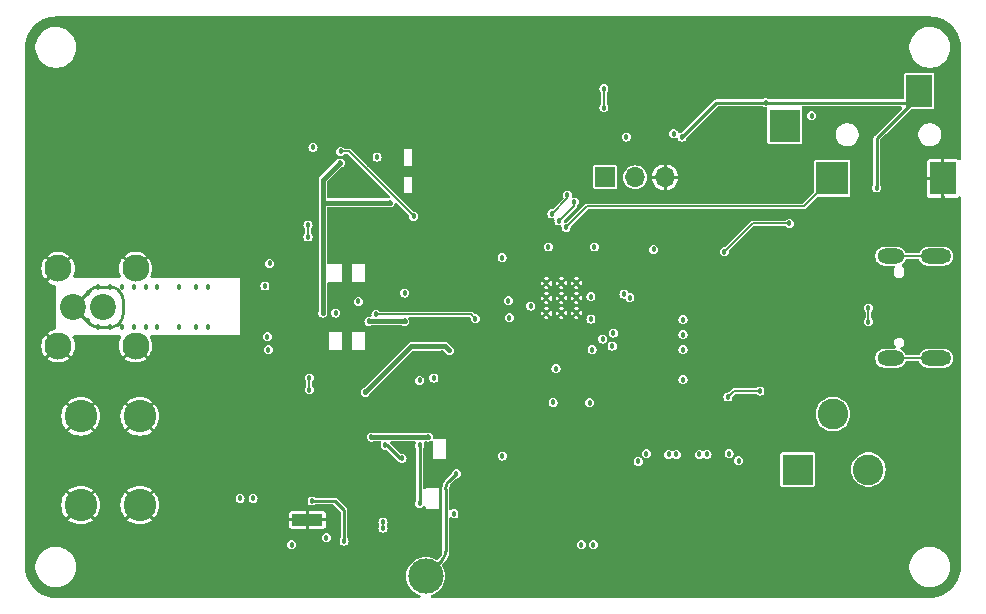
<source format=gbl>
G04 #@! TF.GenerationSoftware,KiCad,Pcbnew,8.0.4-8.0.4-0~ubuntu22.04.1*
G04 #@! TF.CreationDate,2024-08-15T16:32:52-07:00*
G04 #@! TF.ProjectId,harp_lick_detector_capactive,68617270-5f6c-4696-936b-5f6465746563,rev?*
G04 #@! TF.SameCoordinates,PX640a5a0PY7088980*
G04 #@! TF.FileFunction,Copper,L4,Bot*
G04 #@! TF.FilePolarity,Positive*
%FSLAX46Y46*%
G04 Gerber Fmt 4.6, Leading zero omitted, Abs format (unit mm)*
G04 Created by KiCad (PCBNEW 8.0.4-8.0.4-0~ubuntu22.04.1) date 2024-08-15 16:32:52*
%MOMM*%
%LPD*%
G01*
G04 APERTURE LIST*
G04 #@! TA.AperFunction,ComponentPad*
%ADD10R,2.600000X2.600000*%
G04 #@! TD*
G04 #@! TA.AperFunction,ComponentPad*
%ADD11C,2.600000*%
G04 #@! TD*
G04 #@! TA.AperFunction,ComponentPad*
%ADD12C,2.200000*%
G04 #@! TD*
G04 #@! TA.AperFunction,ComponentPad*
%ADD13C,2.300000*%
G04 #@! TD*
G04 #@! TA.AperFunction,ComponentPad*
%ADD14C,0.600000*%
G04 #@! TD*
G04 #@! TA.AperFunction,SMDPad,CuDef*
%ADD15R,2.650000X1.000000*%
G04 #@! TD*
G04 #@! TA.AperFunction,HeatsinkPad*
%ADD16C,0.457200*%
G04 #@! TD*
G04 #@! TA.AperFunction,ComponentPad*
%ADD17O,2.300000X1.300000*%
G04 #@! TD*
G04 #@! TA.AperFunction,ComponentPad*
%ADD18O,2.600000X1.300000*%
G04 #@! TD*
G04 #@! TA.AperFunction,ComponentPad*
%ADD19C,2.750000*%
G04 #@! TD*
G04 #@! TA.AperFunction,ComponentPad*
%ADD20R,1.700000X1.700000*%
G04 #@! TD*
G04 #@! TA.AperFunction,ComponentPad*
%ADD21O,1.700000X1.700000*%
G04 #@! TD*
G04 #@! TA.AperFunction,ComponentPad*
%ADD22C,3.000000*%
G04 #@! TD*
G04 #@! TA.AperFunction,SMDPad,CuDef*
%ADD23R,2.200000X2.800000*%
G04 #@! TD*
G04 #@! TA.AperFunction,SMDPad,CuDef*
%ADD24R,2.800000X2.800000*%
G04 #@! TD*
G04 #@! TA.AperFunction,SMDPad,CuDef*
%ADD25R,2.600000X2.800000*%
G04 #@! TD*
G04 #@! TA.AperFunction,ViaPad*
%ADD26C,0.457200*%
G04 #@! TD*
G04 #@! TA.AperFunction,Conductor*
%ADD27C,0.152400*%
G04 #@! TD*
G04 #@! TA.AperFunction,Conductor*
%ADD28C,0.400000*%
G04 #@! TD*
G04 #@! TA.AperFunction,Conductor*
%ADD29C,0.250000*%
G04 #@! TD*
G04 #@! TA.AperFunction,Conductor*
%ADD30C,0.200000*%
G04 #@! TD*
G04 #@! TA.AperFunction,Conductor*
%ADD31C,0.254000*%
G04 #@! TD*
G04 APERTURE END LIST*
D10*
G04 #@! TO.P,J6,1*
G04 #@! TO.N,+12V*
X65800000Y11250000D03*
D11*
G04 #@! TO.P,J6,2*
G04 #@! TO.N,GND2*
X71800000Y11250000D03*
G04 #@! TO.P,J6,3*
G04 #@! TO.N,unconnected-(J6-Pad3)*
X68800000Y15950000D03*
G04 #@! TD*
D12*
G04 #@! TO.P,J3,1,In*
G04 #@! TO.N,/Lick Detection Analog Front End/triax_core*
X7000000Y25000000D03*
G04 #@! TO.P,J3,2,Guard*
G04 #@! TO.N,/Lick Detection Analog Front End/triax_inner_shield*
X4460000Y25000000D03*
D13*
G04 #@! TO.P,J3,3,Shield*
G04 #@! TO.N,GND*
X3190000Y21723400D03*
X9743200Y21723400D03*
X3190000Y28276600D03*
X9743200Y28276600D03*
G04 #@! TD*
D14*
G04 #@! TO.P,U11,13,PAD*
G04 #@! TO.N,GND*
X25300000Y7000000D03*
X24300000Y7000000D03*
D15*
X24300000Y7000000D03*
D14*
X23300000Y7000000D03*
G04 #@! TD*
D16*
G04 #@! TO.P,U4,57,GND*
G04 #@! TO.N,GND*
X47075000Y27037500D03*
X45800000Y27037500D03*
X44525000Y27037500D03*
X47075000Y25762500D03*
X45800000Y25762500D03*
X44525000Y25762500D03*
X47075000Y24487500D03*
X45800000Y24487500D03*
X44525000Y24487500D03*
G04 #@! TD*
D17*
G04 #@! TO.P,J5,S1,SHIELD*
G04 #@! TO.N,GND1*
X73675000Y20680000D03*
D18*
X77500000Y20680000D03*
D17*
X73675000Y29320000D03*
D18*
X77500000Y29320000D03*
G04 #@! TD*
D19*
G04 #@! TO.P,H1,1,1*
G04 #@! TO.N,GND*
X10100000Y15750000D03*
X5100000Y15750000D03*
X10100000Y8250000D03*
X5100000Y8250000D03*
G04 #@! TD*
D20*
G04 #@! TO.P,J2,1,Pin_1*
G04 #@! TO.N,/Harp Core RP2040 + Isolated USB/UART0_TXD*
X49500000Y36000000D03*
D21*
G04 #@! TO.P,J2,2,Pin_2*
G04 #@! TO.N,/Harp Core RP2040 + Isolated USB/UART0_RXD*
X52040000Y36000000D03*
G04 #@! TO.P,J2,3,Pin_3*
G04 #@! TO.N,GND*
X54580000Y36000000D03*
G04 #@! TD*
D22*
G04 #@! TO.P,TP1,1,1*
G04 #@! TO.N,Net-(R43-Pad2)*
X34300000Y2200000D03*
G04 #@! TD*
D23*
G04 #@! TO.P,J4,R*
G04 #@! TO.N,+3.3V*
X76100000Y43300000D03*
G04 #@! TO.P,J4,S*
G04 #@! TO.N,GND*
X78100000Y35900000D03*
D24*
G04 #@! TO.P,J4,T*
G04 #@! TO.N,/Harp Core RP2040 + Isolated USB/HARP_CLK_SYNC*
X68700000Y35900000D03*
D25*
G04 #@! TO.P,J4,TN*
G04 #@! TO.N,N/C*
X64700000Y40350000D03*
G04 #@! TD*
D26*
G04 #@! TO.N,GND*
X59100000Y17400000D03*
X33200000Y5800000D03*
X28300000Y36700000D03*
X27650000Y18200000D03*
X22400000Y31900000D03*
X74619498Y44000000D03*
X54700000Y45200000D03*
X32000000Y30600000D03*
X19600000Y27400000D03*
X43270866Y38500000D03*
X24055500Y8600000D03*
X45100000Y14950000D03*
X62900000Y38400000D03*
X49400000Y21400000D03*
X33500000Y33900000D03*
X78000000Y16900000D03*
X35270866Y38500000D03*
X27650000Y31950000D03*
X39850000Y12100000D03*
X18900000Y22500000D03*
X29600000Y8800000D03*
X56100000Y20425000D03*
X36600000Y6320000D03*
X45200000Y8400000D03*
X37400000Y15800000D03*
X77900000Y31100000D03*
X78100000Y34200000D03*
X34400000Y22800000D03*
X53900000Y28100000D03*
X26630366Y35988768D03*
X53900000Y26100000D03*
X65100000Y31300000D03*
X37270866Y38500000D03*
X24500000Y26700000D03*
X50900000Y32600000D03*
X56175000Y6675000D03*
X52300000Y7737500D03*
X39070866Y38500000D03*
X63700000Y43000000D03*
X62100000Y30000000D03*
X48200000Y15000000D03*
X38900000Y24500000D03*
X41270866Y38500000D03*
X33900000Y15794500D03*
X28450000Y9800000D03*
X56100000Y27900000D03*
X19500000Y5100000D03*
X27100000Y39000000D03*
X36600000Y5600000D03*
X22200000Y19100000D03*
X37000000Y19257200D03*
X30900000Y23100000D03*
X61800000Y12600000D03*
X59100000Y16400000D03*
X56825000Y6675000D03*
X48200000Y34000000D03*
X66380502Y40400000D03*
X38800000Y26900000D03*
X32500000Y18700000D03*
X24770866Y37400000D03*
X56100000Y19700000D03*
X75000000Y35200000D03*
X54700000Y42600000D03*
X38900000Y25500000D03*
X50800000Y17400000D03*
X52900000Y23100000D03*
X45200000Y6500000D03*
X61300000Y3350000D03*
X38900000Y19400000D03*
X30200000Y36820000D03*
X30900000Y26800000D03*
X17200000Y20500000D03*
X47500000Y7300000D03*
X39800000Y29200000D03*
X60800000Y7700000D03*
X41900000Y15850000D03*
X73500000Y35100000D03*
X34000000Y23500000D03*
X52300000Y21100000D03*
X45300000Y3300000D03*
X34500000Y25300000D03*
X60200000Y29000000D03*
X52900000Y22100000D03*
X62100000Y38400000D03*
X18800000Y21400000D03*
X22350000Y5900000D03*
X24200000Y23350000D03*
X48600000Y32400000D03*
X29070866Y36000000D03*
X56825000Y10125000D03*
X44700000Y13200000D03*
X33800000Y15200000D03*
X56175000Y10125000D03*
X50800000Y16400000D03*
X60200000Y23300000D03*
X41200000Y21600000D03*
X27575000Y11025000D03*
X29000000Y8800000D03*
X48500000Y7300000D03*
X33000000Y20400000D03*
X34400000Y27200000D03*
X46800000Y18200000D03*
X55900000Y29900000D03*
X64250000Y38300000D03*
X19100000Y28700000D03*
X51200000Y12600000D03*
X35675000Y21100000D03*
X18900000Y5100000D03*
X39256700Y12400000D03*
X26100000Y8000000D03*
X53900000Y27100000D03*
X41200000Y22600000D03*
X43500000Y30100000D03*
G04 #@! TO.N,GND1*
X71800000Y24921900D03*
X71800000Y23769500D03*
G04 #@! TO.N,+1V1*
X48300000Y24000000D03*
X43200000Y25100000D03*
X48300000Y25900000D03*
G04 #@! TO.N,+2V5*
X35000000Y19000000D03*
X30700000Y6300000D03*
X36700000Y7500000D03*
X28619500Y25500000D03*
X24770866Y38525000D03*
X32520000Y26200000D03*
X33800000Y18800000D03*
X21100000Y28700000D03*
X30200000Y37700000D03*
X30700000Y6800000D03*
X20700000Y26800000D03*
G04 #@! TO.N,-2V5*
X29200000Y17800000D03*
X34525000Y14000000D03*
X21000000Y21400000D03*
X32520000Y23800000D03*
X19700000Y8800000D03*
X25600000Y24500000D03*
X29700000Y14000000D03*
X20900000Y22500000D03*
X27070866Y37200000D03*
X31300000Y33850354D03*
X18600000Y8800000D03*
X36325000Y21341730D03*
X29500000Y23800000D03*
X26700000Y24500000D03*
G04 #@! TO.N,+5V*
X60800000Y12000000D03*
X22954467Y4891067D03*
X67000000Y41200000D03*
X24697936Y8596564D03*
X57475000Y12537500D03*
X58125000Y12537500D03*
X48500000Y4900000D03*
X25907443Y5492412D03*
X47500000Y4900000D03*
X60000000Y12600000D03*
X27400000Y5199651D03*
G04 #@! TO.N,Net-(C30-Pad2)*
X24350000Y31956700D03*
X24350000Y30950000D03*
G04 #@! TO.N,VREF_1V25*
X33800000Y8400000D03*
X33800000Y13300000D03*
G04 #@! TO.N,/Lick Detection Analog Front End/triax_inner_shield*
X15900000Y26700000D03*
X7600000Y23300000D03*
X13400000Y26700000D03*
X9600000Y26700000D03*
X8600000Y26700000D03*
X10600000Y23300000D03*
X14900000Y26700000D03*
X11600000Y23300000D03*
X11600000Y26700000D03*
X7600000Y26700000D03*
X9600000Y23300000D03*
X6600000Y26700000D03*
X15900000Y23300000D03*
X8600000Y23300000D03*
X5700000Y26200000D03*
X10600000Y26700000D03*
X5700000Y23800000D03*
X13400000Y23300000D03*
X6600000Y23300000D03*
X14900000Y23300000D03*
G04 #@! TO.N,/Harp Core RP2040 + Isolated USB/HARP_CLK_SYNC*
X46200000Y31750000D03*
G04 #@! TO.N,Net-(U4-GPIO24)*
X62600000Y17900000D03*
X59900000Y17400000D03*
G04 #@! TO.N,Net-(U4-GPIO25)*
X59600000Y29700000D03*
X65100000Y32100000D03*
G04 #@! TO.N,/Harp Core RP2040 + Isolated USB/FREQ_SEL_DIP*
X49400000Y43500000D03*
X46900000Y33900000D03*
X45600000Y32300000D03*
X49400000Y41900000D03*
G04 #@! TO.N,/Harp Core RP2040 + Isolated USB/GAIN_SEL_DIP*
X46300000Y34500000D03*
X45000000Y32900000D03*
G04 #@! TO.N,Net-(C33-Pad2)*
X24450000Y18999500D03*
X24450000Y18000000D03*
G04 #@! TO.N,+3.3V*
X48600000Y30100000D03*
X56100000Y23935000D03*
X63100000Y42300000D03*
X51100000Y26100000D03*
X40800000Y12400000D03*
X48400000Y21400000D03*
X40780000Y29200000D03*
X45100000Y16950000D03*
X41400000Y24100000D03*
X49300000Y22300000D03*
X44700000Y30100000D03*
X50200000Y22800000D03*
X56100000Y21400000D03*
X51600000Y25800000D03*
X56100000Y22665000D03*
X56000000Y39400000D03*
X50100000Y21700000D03*
X56100000Y18855000D03*
X51300000Y39400000D03*
X48200000Y16900000D03*
X55300000Y39700000D03*
X54875000Y12537500D03*
X52300000Y11937500D03*
X53600000Y29900000D03*
X53000000Y12600000D03*
X41300000Y25550000D03*
X55525000Y12537500D03*
X72500000Y35100000D03*
X45340397Y19800000D03*
G04 #@! TO.N,Net-(R43-Pad2)*
X36900000Y10900000D03*
G04 #@! TO.N,FREQ_SEL_2V5*
X38526047Y24019203D03*
X30100000Y24400000D03*
G04 #@! TO.N,GAIN_SEL_2V5*
X27100000Y38200000D03*
X33300000Y32700000D03*
G04 #@! TO.N,Net-(R51-Pad2)*
X30900000Y13300000D03*
X32300000Y12200000D03*
G04 #@! TD*
D27*
G04 #@! TO.N,GND*
X78100000Y35900000D02*
X78100000Y34200000D01*
G04 #@! TO.N,GND1*
X77500000Y20680000D02*
X73675000Y20680000D01*
X71800000Y24921900D02*
X71800000Y23769500D01*
X77500000Y29320000D02*
X73675000Y29320000D01*
D28*
G04 #@! TO.N,-2V5*
X25600000Y25600000D02*
X25600000Y33850354D01*
X25600000Y33850354D02*
X26700000Y33850354D01*
X27070866Y37200000D02*
X27019939Y37200000D01*
X27019939Y37200000D02*
X25600000Y35780061D01*
X35985730Y21681000D02*
X36325000Y21341730D01*
X31300000Y33850354D02*
X26700000Y33850354D01*
X29200000Y17800000D02*
X33081000Y21681000D01*
X25600000Y35780061D02*
X25600000Y33850354D01*
X25600000Y25600000D02*
X25600000Y24500000D01*
X29700000Y14000000D02*
X34525000Y14000000D01*
X32520000Y23800000D02*
X29500000Y23800000D01*
X33081000Y21681000D02*
X35985730Y21681000D01*
D29*
G04 #@! TO.N,+5V*
X24701372Y8600000D02*
X24697936Y8596564D01*
X27400000Y7800000D02*
X26600000Y8600000D01*
X26600000Y8600000D02*
X24701372Y8600000D01*
X27400000Y5199651D02*
X27400000Y7800000D01*
D30*
G04 #@! TO.N,Net-(C30-Pad2)*
X24350000Y31956700D02*
X24350000Y30950000D01*
D29*
G04 #@! TO.N,VREF_1V25*
X33800000Y13300000D02*
X33800000Y8400000D01*
D31*
G04 #@! TO.N,/Lick Detection Analog Front End/triax_inner_shield*
X8407107Y23707107D02*
X8146446Y23446446D01*
X8146447Y26553553D02*
X8407107Y26292893D01*
X5660000Y26200000D02*
X5700000Y26200000D01*
X4460000Y25000000D02*
X5660000Y26200000D01*
X4460000Y25000000D02*
X5660000Y23800000D01*
X8700000Y25585786D02*
X8700000Y24414214D01*
X6600000Y26700000D02*
X7600000Y26700000D01*
X5660000Y23800000D02*
X5700000Y23800000D01*
X6574214Y23300000D02*
X6600000Y23300000D01*
X7600000Y26700000D02*
X7792893Y26700000D01*
X5700000Y26240000D02*
X5867107Y26407107D01*
X5700000Y23760000D02*
X5867107Y23592893D01*
X6600000Y23300000D02*
X7600000Y23300000D01*
X5700000Y26200000D02*
X5700000Y26240000D01*
X6574214Y26700000D02*
X6600000Y26700000D01*
X7792893Y23300000D02*
X7600000Y23300000D01*
X5700000Y23800000D02*
X5700000Y23760000D01*
X5867107Y23592893D02*
G75*
G03*
X6574214Y23300010I707093J707107D01*
G01*
X8700000Y24414214D02*
G75*
G02*
X8407114Y23707100I-1000000J-14D01*
G01*
X6574214Y26700000D02*
G75*
G03*
X5867100Y26407114I-14J-1000000D01*
G01*
X7792893Y26700000D02*
G75*
G02*
X8146450Y26553556I7J-500000D01*
G01*
X8146446Y23446446D02*
G75*
G02*
X7792893Y23300005I-353546J353554D01*
G01*
X8407107Y26292893D02*
G75*
G02*
X8699990Y25585786I-707107J-707093D01*
G01*
D27*
G04 #@! TO.N,/Harp Core RP2040 + Isolated USB/HARP_CLK_SYNC*
X47992800Y33542800D02*
X66342800Y33542800D01*
X46200000Y31750000D02*
X47992800Y33542800D01*
X66342800Y33542800D02*
X68700000Y35900000D01*
G04 #@! TO.N,Net-(U4-GPIO24)*
X60400000Y17900000D02*
X62600000Y17900000D01*
X59900000Y17400000D02*
X60400000Y17900000D01*
G04 #@! TO.N,Net-(U4-GPIO25)*
X62000000Y32100000D02*
X59600000Y29700000D01*
X65100000Y32100000D02*
X62000000Y32100000D01*
G04 #@! TO.N,/Harp Core RP2040 + Isolated USB/FREQ_SEL_DIP*
X46900000Y33600000D02*
X45600000Y32300000D01*
X46900000Y33900000D02*
X46900000Y33600000D01*
X49400000Y43500000D02*
X49400000Y41900000D01*
G04 #@! TO.N,/Harp Core RP2040 + Isolated USB/GAIN_SEL_DIP*
X46300000Y34500000D02*
X46300000Y34200000D01*
X46300000Y34200000D02*
X45000000Y32900000D01*
D30*
G04 #@! TO.N,Net-(C33-Pad2)*
X24450000Y18000000D02*
X24450000Y18999500D01*
D31*
G04 #@! TO.N,+3.3V*
X76000000Y42800000D02*
X72500000Y39300000D01*
X72500000Y39300000D02*
X72500000Y35100000D01*
X58900000Y42300000D02*
X75100000Y42300000D01*
X76000000Y43200000D02*
X76000000Y42800000D01*
X75100000Y42300000D02*
X76000000Y43200000D01*
X56000000Y39400000D02*
X58900000Y42300000D01*
X76000000Y43200000D02*
X76100000Y43300000D01*
D29*
G04 #@! TO.N,Net-(R43-Pad2)*
X36000000Y9171573D02*
X36001955Y9169618D01*
X36000000Y9171573D02*
X35999995Y9585768D01*
X36001955Y9169618D02*
X36001955Y4316169D01*
X36900000Y10900000D02*
X36292888Y10292888D01*
X35709062Y3609062D02*
X34300000Y2200000D01*
X36292888Y10292888D02*
G75*
G03*
X36000010Y9585768I707112J-707088D01*
G01*
X35709062Y3609062D02*
G75*
G03*
X36001990Y4316169I-707062J707138D01*
G01*
D27*
G04 #@! TO.N,FREQ_SEL_2V5*
X38526047Y24019203D02*
X38145250Y24400000D01*
X38145250Y24400000D02*
X30100000Y24400000D01*
G04 #@! TO.N,GAIN_SEL_2V5*
X33300000Y32700000D02*
X27800000Y38200000D01*
X27800000Y38200000D02*
X27100000Y38200000D01*
D29*
G04 #@! TO.N,Net-(R51-Pad2)*
X30900000Y13300000D02*
X31050000Y13300000D01*
X31050000Y13300000D02*
X32150000Y12200000D01*
X32150000Y12200000D02*
X32300000Y12200000D01*
G04 #@! TD*
G04 #@! TA.AperFunction,Conductor*
G04 #@! TO.N,GND*
G36*
X77003472Y49618305D02*
G01*
X77286239Y49602425D01*
X77300033Y49600871D01*
X77575808Y49554015D01*
X77589360Y49550922D01*
X77858144Y49473487D01*
X77871269Y49468895D01*
X78129697Y49361850D01*
X78142219Y49355819D01*
X78387031Y49220515D01*
X78398804Y49213118D01*
X78626927Y49051257D01*
X78637799Y49042587D01*
X78846366Y48856200D01*
X78856199Y48846367D01*
X79042586Y48637800D01*
X79051256Y48626928D01*
X79213117Y48398805D01*
X79220514Y48387032D01*
X79355818Y48142220D01*
X79361852Y48129691D01*
X79468893Y47871271D01*
X79473486Y47858145D01*
X79550921Y47589361D01*
X79554015Y47575805D01*
X79600868Y47300047D01*
X79602425Y47286229D01*
X79618305Y47003473D01*
X79618500Y46996520D01*
X79618500Y37539632D01*
X79598815Y37472593D01*
X79546011Y37426838D01*
X79476853Y37416894D01*
X79413297Y37445919D01*
X79391398Y37470740D01*
X79383122Y37483125D01*
X79299104Y37539264D01*
X79299103Y37539265D01*
X79225021Y37554000D01*
X78227000Y37554000D01*
X78227000Y34246001D01*
X79225015Y34246001D01*
X79299106Y34260738D01*
X79299109Y34260739D01*
X79383123Y34316877D01*
X79391397Y34329258D01*
X79445009Y34374064D01*
X79514333Y34382773D01*
X79577361Y34352619D01*
X79614081Y34293176D01*
X79618500Y34260369D01*
X79618500Y3003481D01*
X79618305Y2996528D01*
X79602425Y2713772D01*
X79600868Y2699954D01*
X79554015Y2424196D01*
X79550921Y2410640D01*
X79473486Y2141856D01*
X79468893Y2128730D01*
X79361852Y1870310D01*
X79355818Y1857781D01*
X79220514Y1612969D01*
X79213117Y1601196D01*
X79051256Y1373073D01*
X79042586Y1362201D01*
X78856199Y1153634D01*
X78846366Y1143801D01*
X78637799Y957414D01*
X78626927Y948744D01*
X78398804Y786883D01*
X78387031Y779486D01*
X78142219Y644182D01*
X78129690Y638148D01*
X77871270Y531107D01*
X77858144Y526514D01*
X77589360Y449079D01*
X77575804Y445985D01*
X77300046Y399132D01*
X77286228Y397575D01*
X77003472Y381695D01*
X76996519Y381500D01*
X34851576Y381500D01*
X34784537Y401185D01*
X34738782Y453989D01*
X34728838Y523147D01*
X34757863Y586703D01*
X34808315Y620156D01*
X34807853Y621273D01*
X35052721Y722701D01*
X35274551Y858639D01*
X35274551Y858640D01*
X35274554Y858641D01*
X35472391Y1027609D01*
X35641359Y1225446D01*
X35688307Y1302057D01*
X35777299Y1447279D01*
X35876862Y1687646D01*
X35879447Y1698415D01*
X35937598Y1940630D01*
X35958011Y2200000D01*
X35937598Y2459370D01*
X35928981Y2495261D01*
X35876862Y2712355D01*
X35777299Y2952722D01*
X35702391Y3074959D01*
X35692041Y3113220D01*
X75272500Y3113220D01*
X75272500Y2886781D01*
X75272501Y2886765D01*
X75302056Y2662269D01*
X75302057Y2662264D01*
X75302058Y2662258D01*
X75302059Y2662256D01*
X75360667Y2443524D01*
X75447322Y2234319D01*
X75447329Y2234304D01*
X75560553Y2038194D01*
X75698408Y1858538D01*
X75698414Y1858531D01*
X75858530Y1698415D01*
X75858537Y1698409D01*
X76038193Y1560554D01*
X76234303Y1447330D01*
X76234318Y1447323D01*
X76342507Y1402510D01*
X76443522Y1360668D01*
X76662258Y1302058D01*
X76886774Y1272500D01*
X76886781Y1272500D01*
X77113219Y1272500D01*
X77113226Y1272500D01*
X77337742Y1302058D01*
X77556478Y1360668D01*
X77765693Y1447328D01*
X77961807Y1560554D01*
X78141464Y1698410D01*
X78301590Y1858536D01*
X78439446Y2038193D01*
X78552672Y2234307D01*
X78639332Y2443522D01*
X78697942Y2662258D01*
X78727500Y2886774D01*
X78727500Y3113226D01*
X78697942Y3337742D01*
X78639332Y3556478D01*
X78589286Y3677300D01*
X78552677Y3765682D01*
X78552670Y3765697D01*
X78439446Y3961807D01*
X78301591Y4141463D01*
X78301585Y4141470D01*
X78141469Y4301586D01*
X78141462Y4301592D01*
X77961806Y4439447D01*
X77765696Y4552671D01*
X77765681Y4552678D01*
X77556476Y4639333D01*
X77447110Y4668637D01*
X77337742Y4697942D01*
X77337736Y4697943D01*
X77337731Y4697944D01*
X77113235Y4727499D01*
X77113232Y4727500D01*
X77113226Y4727500D01*
X76886774Y4727500D01*
X76886768Y4727500D01*
X76886764Y4727499D01*
X76662268Y4697944D01*
X76662261Y4697943D01*
X76662258Y4697942D01*
X76616031Y4685556D01*
X76443523Y4639333D01*
X76234318Y4552678D01*
X76234303Y4552671D01*
X76038193Y4439447D01*
X75858537Y4301592D01*
X75858530Y4301586D01*
X75698414Y4141470D01*
X75698408Y4141463D01*
X75560553Y3961807D01*
X75447329Y3765697D01*
X75447322Y3765682D01*
X75360667Y3556477D01*
X75302059Y3337745D01*
X75302056Y3337732D01*
X75272501Y3113236D01*
X75272500Y3113220D01*
X35692041Y3113220D01*
X35684146Y3142404D01*
X35705262Y3209007D01*
X35720432Y3227425D01*
X35897088Y3404080D01*
X35897097Y3404086D01*
X35897096Y3404087D01*
X35941642Y3448624D01*
X35941879Y3448917D01*
X35976646Y3483679D01*
X35976646Y3483680D01*
X35976650Y3483683D01*
X36094888Y3646407D01*
X36186214Y3825624D01*
X36248378Y4016921D01*
X36279851Y4215588D01*
X36279852Y4267748D01*
X36279855Y4267767D01*
X36279855Y4322277D01*
X36279856Y4365162D01*
X36279855Y4365165D01*
X36279855Y4900003D01*
X47113745Y4900003D01*
X47113745Y4899998D01*
X47132648Y4780644D01*
X47187511Y4672967D01*
X47272966Y4587512D01*
X47380643Y4532649D01*
X47499998Y4513745D01*
X47500000Y4513745D01*
X47500002Y4513745D01*
X47619356Y4532649D01*
X47619357Y4532650D01*
X47619359Y4532650D01*
X47727035Y4587513D01*
X47812487Y4672965D01*
X47867350Y4780641D01*
X47867350Y4780643D01*
X47867351Y4780644D01*
X47877527Y4844892D01*
X47903163Y4898973D01*
X47902224Y4901029D01*
X48096836Y4901029D01*
X48122473Y4844892D01*
X48132648Y4780644D01*
X48187511Y4672967D01*
X48272966Y4587512D01*
X48380643Y4532649D01*
X48499998Y4513745D01*
X48500000Y4513745D01*
X48500002Y4513745D01*
X48619356Y4532649D01*
X48619357Y4532650D01*
X48619359Y4532650D01*
X48727035Y4587513D01*
X48812487Y4672965D01*
X48867350Y4780641D01*
X48867350Y4780643D01*
X48867351Y4780644D01*
X48886255Y4899998D01*
X48886255Y4900003D01*
X48867351Y5019357D01*
X48812488Y5127034D01*
X48727033Y5212489D01*
X48619356Y5267352D01*
X48500002Y5286255D01*
X48499998Y5286255D01*
X48380643Y5267352D01*
X48272966Y5212489D01*
X48187511Y5127034D01*
X48132648Y5019357D01*
X48122473Y4955109D01*
X48096836Y4901029D01*
X47902224Y4901029D01*
X47877527Y4955109D01*
X47867351Y5019357D01*
X47812488Y5127034D01*
X47727033Y5212489D01*
X47619356Y5267352D01*
X47500002Y5286255D01*
X47499998Y5286255D01*
X47380643Y5267352D01*
X47272966Y5212489D01*
X47187511Y5127034D01*
X47132648Y5019357D01*
X47113745Y4900003D01*
X36279855Y4900003D01*
X36279855Y7084452D01*
X36299540Y7151491D01*
X36352344Y7197246D01*
X36421502Y7207190D01*
X36463376Y7190192D01*
X36464269Y7191943D01*
X36580643Y7132649D01*
X36699998Y7113745D01*
X36700000Y7113745D01*
X36700002Y7113745D01*
X36819356Y7132649D01*
X36819357Y7132650D01*
X36819359Y7132650D01*
X36927035Y7187513D01*
X37012487Y7272965D01*
X37067350Y7380641D01*
X37067350Y7380643D01*
X37067351Y7380644D01*
X37086255Y7499998D01*
X37086255Y7500003D01*
X37067351Y7619357D01*
X37012488Y7727034D01*
X36927033Y7812489D01*
X36819356Y7867352D01*
X36700002Y7886255D01*
X36699998Y7886255D01*
X36580643Y7867352D01*
X36464269Y7808057D01*
X36463095Y7810362D01*
X36410927Y7791751D01*
X36342874Y7807580D01*
X36294182Y7857688D01*
X36279855Y7915549D01*
X36279855Y9206200D01*
X36279855Y9206204D01*
X36279853Y9206208D01*
X36278960Y9212994D01*
X36277898Y9229175D01*
X36277895Y9518412D01*
X36277897Y9518428D01*
X36277896Y9536776D01*
X36277897Y9536776D01*
X36277895Y9579694D01*
X36278492Y9591844D01*
X36290569Y9714508D01*
X36295310Y9738340D01*
X36329311Y9850436D01*
X36338606Y9872883D01*
X36393830Y9976206D01*
X36407327Y9996405D01*
X36485436Y10091586D01*
X36493591Y10100583D01*
X36879538Y10486530D01*
X36940859Y10520013D01*
X36947778Y10521314D01*
X37019359Y10532650D01*
X37019360Y10532651D01*
X37019362Y10532651D01*
X37127033Y10587512D01*
X37127032Y10587512D01*
X37127035Y10587513D01*
X37212487Y10672965D01*
X37267350Y10780641D01*
X37267350Y10780643D01*
X37267351Y10780644D01*
X37286255Y10899998D01*
X37286255Y10900003D01*
X37267351Y11019357D01*
X37212488Y11127034D01*
X37127033Y11212489D01*
X37019356Y11267352D01*
X36900002Y11286255D01*
X36899998Y11286255D01*
X36780643Y11267352D01*
X36672966Y11212489D01*
X36587511Y11127034D01*
X36532649Y11019357D01*
X36521318Y10947820D01*
X36491388Y10884685D01*
X36486526Y10879538D01*
X36131492Y10524504D01*
X36131445Y10524479D01*
X36025256Y10418287D01*
X35907026Y10255551D01*
X35907020Y10255541D01*
X35815706Y10076315D01*
X35753552Y9885008D01*
X35722091Y9686335D01*
X35722095Y9585777D01*
X35722095Y9585773D01*
X35722099Y9134984D01*
X35722994Y9128193D01*
X35724055Y9112006D01*
X35724055Y4322277D01*
X35723457Y4310119D01*
X35711372Y4187460D01*
X35706629Y4163617D01*
X35672626Y4051542D01*
X35663323Y4029086D01*
X35608105Y3925790D01*
X35594598Y3905576D01*
X35516175Y3810029D01*
X35508005Y3801016D01*
X35472079Y3765093D01*
X35472061Y3765072D01*
X35327428Y3620439D01*
X35266105Y3586954D01*
X35196413Y3591938D01*
X35174957Y3602393D01*
X35052721Y3677300D01*
X34812354Y3776863D01*
X34559373Y3837598D01*
X34300000Y3858011D01*
X34040626Y3837598D01*
X33787645Y3776863D01*
X33547278Y3677300D01*
X33325448Y3541362D01*
X33325443Y3541358D01*
X33127609Y3372391D01*
X32958642Y3174557D01*
X32958638Y3174552D01*
X32822700Y2952722D01*
X32723137Y2712355D01*
X32662402Y2459374D01*
X32641989Y2200000D01*
X32662402Y1940627D01*
X32723137Y1687646D01*
X32822700Y1447279D01*
X32958638Y1225449D01*
X32958642Y1225444D01*
X33018145Y1155775D01*
X33127609Y1027609D01*
X33254244Y919453D01*
X33325443Y858643D01*
X33325448Y858639D01*
X33547278Y722701D01*
X33792147Y621273D01*
X33791650Y620076D01*
X33844419Y583992D01*
X33871616Y519633D01*
X33859701Y450787D01*
X33812456Y399312D01*
X33748424Y381500D01*
X3003481Y381500D01*
X2996528Y381695D01*
X2713771Y397575D01*
X2699953Y399132D01*
X2424195Y445985D01*
X2410639Y449079D01*
X2141855Y526514D01*
X2128729Y531107D01*
X1870309Y638148D01*
X1857780Y644182D01*
X1612968Y779486D01*
X1601195Y786883D01*
X1373072Y948744D01*
X1362200Y957414D01*
X1153633Y1143801D01*
X1143800Y1153634D01*
X957413Y1362201D01*
X948743Y1373073D01*
X786882Y1601196D01*
X779485Y1612969D01*
X644181Y1857781D01*
X638150Y1870303D01*
X531105Y2128731D01*
X526513Y2141856D01*
X499878Y2234307D01*
X449077Y2410641D01*
X445984Y2424196D01*
X399129Y2699967D01*
X397575Y2713761D01*
X381695Y2996528D01*
X381500Y3003481D01*
X381500Y3113220D01*
X1272500Y3113220D01*
X1272500Y2886781D01*
X1272501Y2886765D01*
X1302056Y2662269D01*
X1302057Y2662264D01*
X1302058Y2662258D01*
X1302059Y2662256D01*
X1360667Y2443524D01*
X1447322Y2234319D01*
X1447329Y2234304D01*
X1560553Y2038194D01*
X1698408Y1858538D01*
X1698414Y1858531D01*
X1858530Y1698415D01*
X1858537Y1698409D01*
X2038193Y1560554D01*
X2234303Y1447330D01*
X2234318Y1447323D01*
X2342507Y1402510D01*
X2443522Y1360668D01*
X2662258Y1302058D01*
X2886774Y1272500D01*
X2886781Y1272500D01*
X3113219Y1272500D01*
X3113226Y1272500D01*
X3337742Y1302058D01*
X3556478Y1360668D01*
X3765693Y1447328D01*
X3961807Y1560554D01*
X4141464Y1698410D01*
X4301590Y1858536D01*
X4439446Y2038193D01*
X4552672Y2234307D01*
X4639332Y2443522D01*
X4697942Y2662258D01*
X4727500Y2886774D01*
X4727500Y3113226D01*
X4697942Y3337742D01*
X4639332Y3556478D01*
X4589286Y3677300D01*
X4552677Y3765682D01*
X4552670Y3765697D01*
X4439446Y3961807D01*
X4301591Y4141463D01*
X4301585Y4141470D01*
X4141469Y4301586D01*
X4141462Y4301592D01*
X3961806Y4439447D01*
X3765696Y4552671D01*
X3765681Y4552678D01*
X3556476Y4639333D01*
X3447110Y4668637D01*
X3337742Y4697942D01*
X3337736Y4697943D01*
X3337731Y4697944D01*
X3113235Y4727499D01*
X3113232Y4727500D01*
X3113226Y4727500D01*
X2886774Y4727500D01*
X2886768Y4727500D01*
X2886764Y4727499D01*
X2662268Y4697944D01*
X2662261Y4697943D01*
X2662258Y4697942D01*
X2616031Y4685556D01*
X2443523Y4639333D01*
X2234318Y4552678D01*
X2234303Y4552671D01*
X2038193Y4439447D01*
X1858537Y4301592D01*
X1858530Y4301586D01*
X1698414Y4141470D01*
X1698408Y4141463D01*
X1560553Y3961807D01*
X1447329Y3765697D01*
X1447322Y3765682D01*
X1360667Y3556477D01*
X1302059Y3337745D01*
X1302056Y3337732D01*
X1272501Y3113236D01*
X1272500Y3113220D01*
X381500Y3113220D01*
X381500Y4891070D01*
X22568212Y4891070D01*
X22568212Y4891065D01*
X22587115Y4771711D01*
X22641978Y4664034D01*
X22727433Y4578579D01*
X22835110Y4523716D01*
X22954465Y4504812D01*
X22954467Y4504812D01*
X22954469Y4504812D01*
X23073823Y4523716D01*
X23073824Y4523717D01*
X23073826Y4523717D01*
X23181502Y4578580D01*
X23266954Y4664032D01*
X23321817Y4771708D01*
X23321817Y4771710D01*
X23321818Y4771711D01*
X23340722Y4891065D01*
X23340722Y4891070D01*
X23321818Y5010424D01*
X23266955Y5118101D01*
X23181500Y5203556D01*
X23073823Y5258419D01*
X22954469Y5277322D01*
X22954465Y5277322D01*
X22835110Y5258419D01*
X22727433Y5203556D01*
X22641978Y5118101D01*
X22587115Y5010424D01*
X22568212Y4891070D01*
X381500Y4891070D01*
X381500Y5492415D01*
X25521188Y5492415D01*
X25521188Y5492410D01*
X25540091Y5373056D01*
X25594954Y5265379D01*
X25680409Y5179924D01*
X25788086Y5125061D01*
X25907441Y5106157D01*
X25907443Y5106157D01*
X25907445Y5106157D01*
X26026799Y5125061D01*
X26026800Y5125062D01*
X26026802Y5125062D01*
X26134478Y5179925D01*
X26219930Y5265377D01*
X26274793Y5373053D01*
X26274793Y5373055D01*
X26274794Y5373056D01*
X26293698Y5492410D01*
X26293698Y5492415D01*
X26274794Y5611769D01*
X26219931Y5719446D01*
X26134476Y5804901D01*
X26026799Y5859764D01*
X25907445Y5878667D01*
X25907441Y5878667D01*
X25788086Y5859764D01*
X25680409Y5804901D01*
X25594954Y5719446D01*
X25540091Y5611769D01*
X25521188Y5492415D01*
X381500Y5492415D01*
X381500Y8250000D01*
X3465963Y8250000D01*
X3486081Y7994377D01*
X3545938Y7745053D01*
X3644061Y7508163D01*
X3778032Y7289542D01*
X3778033Y7289540D01*
X3861826Y7191432D01*
X4361171Y7690778D01*
X4381505Y7660347D01*
X4510347Y7531505D01*
X4540776Y7511173D01*
X4041430Y7011828D01*
X4139539Y6928034D01*
X4139541Y6928033D01*
X4358162Y6794062D01*
X4595052Y6695939D01*
X4844376Y6636082D01*
X5100000Y6615964D01*
X5355623Y6636082D01*
X5604947Y6695939D01*
X5841837Y6794062D01*
X6060458Y6928033D01*
X6060459Y6928034D01*
X6158568Y7011828D01*
X5659223Y7511173D01*
X5689653Y7531505D01*
X5818495Y7660347D01*
X5838827Y7690777D01*
X6338172Y7191432D01*
X6421966Y7289541D01*
X6421967Y7289542D01*
X6555938Y7508163D01*
X6654061Y7745053D01*
X6713918Y7994377D01*
X6734036Y8250000D01*
X8465963Y8250000D01*
X8486081Y7994377D01*
X8545938Y7745053D01*
X8644061Y7508163D01*
X8778032Y7289542D01*
X8778033Y7289540D01*
X8861826Y7191432D01*
X9361171Y7690778D01*
X9381505Y7660347D01*
X9510347Y7531505D01*
X9540776Y7511173D01*
X9041430Y7011828D01*
X9139539Y6928034D01*
X9139541Y6928033D01*
X9358162Y6794062D01*
X9595052Y6695939D01*
X9844376Y6636082D01*
X10100000Y6615964D01*
X10355623Y6636082D01*
X10604947Y6695939D01*
X10841837Y6794062D01*
X11060458Y6928033D01*
X11060459Y6928034D01*
X11158568Y7011828D01*
X10659223Y7511173D01*
X10689653Y7531505D01*
X10818495Y7660347D01*
X10838827Y7690777D01*
X11338172Y7191432D01*
X11421966Y7289541D01*
X11421967Y7289542D01*
X11555938Y7508163D01*
X11562921Y7525022D01*
X22721000Y7525022D01*
X22721000Y7127000D01*
X23214868Y7127000D01*
X23172836Y7084968D01*
X23150000Y7029837D01*
X23150000Y6970163D01*
X23172836Y6915032D01*
X23214868Y6873000D01*
X22721001Y6873000D01*
X22721001Y6474986D01*
X22735737Y6400894D01*
X22735738Y6400891D01*
X22791876Y6316877D01*
X22875895Y6260737D01*
X22875896Y6260736D01*
X22949980Y6246001D01*
X24172999Y6246001D01*
X24173000Y6246002D01*
X24173000Y6873000D01*
X23385132Y6873000D01*
X23427164Y6915032D01*
X23450000Y6970163D01*
X23450000Y7029837D01*
X24150000Y7029837D01*
X24150000Y6970163D01*
X24172836Y6915032D01*
X24215032Y6872836D01*
X24270163Y6850000D01*
X24329837Y6850000D01*
X24384968Y6872836D01*
X24427164Y6915032D01*
X24450000Y6970163D01*
X24450000Y7029837D01*
X24427164Y7084968D01*
X24385132Y7127000D01*
X24427000Y7127000D01*
X25214868Y7127000D01*
X25172836Y7084968D01*
X25150000Y7029837D01*
X25150000Y6970163D01*
X25172836Y6915032D01*
X25214868Y6873000D01*
X24427000Y6873000D01*
X24427000Y6246001D01*
X25650015Y6246001D01*
X25724106Y6260738D01*
X25724109Y6260739D01*
X25808123Y6316877D01*
X25864263Y6400896D01*
X25864264Y6400897D01*
X25878999Y6474979D01*
X25879000Y6474982D01*
X25879000Y6873000D01*
X25385132Y6873000D01*
X25427164Y6915032D01*
X25450000Y6970163D01*
X25450000Y7029837D01*
X25427164Y7084968D01*
X25385132Y7127000D01*
X25878999Y7127000D01*
X25878999Y7525015D01*
X25864262Y7599107D01*
X25864261Y7599110D01*
X25808123Y7683124D01*
X25724104Y7739264D01*
X25724103Y7739265D01*
X25650021Y7754000D01*
X24427000Y7754000D01*
X24427000Y7127000D01*
X24385132Y7127000D01*
X24384968Y7127164D01*
X24329837Y7150000D01*
X24270163Y7150000D01*
X24215032Y7127164D01*
X24172836Y7084968D01*
X24150000Y7029837D01*
X23450000Y7029837D01*
X23427164Y7084968D01*
X23385132Y7127000D01*
X24173000Y7127000D01*
X24173000Y7754000D01*
X22949985Y7754000D01*
X22875893Y7739263D01*
X22875890Y7739262D01*
X22791876Y7683124D01*
X22735736Y7599105D01*
X22735735Y7599104D01*
X22721000Y7525022D01*
X11562921Y7525022D01*
X11654061Y7745053D01*
X11713918Y7994377D01*
X11734036Y8250000D01*
X11713918Y8505624D01*
X11654061Y8754948D01*
X11635399Y8800003D01*
X18213745Y8800003D01*
X18213745Y8799998D01*
X18232648Y8680644D01*
X18287511Y8572967D01*
X18372966Y8487512D01*
X18480643Y8432649D01*
X18599998Y8413745D01*
X18600000Y8413745D01*
X18600002Y8413745D01*
X18719356Y8432649D01*
X18719357Y8432650D01*
X18719359Y8432650D01*
X18827035Y8487513D01*
X18912487Y8572965D01*
X18967350Y8680641D01*
X18967350Y8680643D01*
X18967351Y8680644D01*
X18986255Y8799998D01*
X18986255Y8800003D01*
X19313745Y8800003D01*
X19313745Y8799998D01*
X19332648Y8680644D01*
X19387511Y8572967D01*
X19472966Y8487512D01*
X19580643Y8432649D01*
X19699998Y8413745D01*
X19700000Y8413745D01*
X19700002Y8413745D01*
X19819356Y8432649D01*
X19819357Y8432650D01*
X19819359Y8432650D01*
X19927035Y8487513D01*
X20012487Y8572965D01*
X20024513Y8596567D01*
X24311681Y8596567D01*
X24311681Y8596562D01*
X24330584Y8477208D01*
X24385447Y8369531D01*
X24470902Y8284076D01*
X24578579Y8229213D01*
X24697934Y8210309D01*
X24697936Y8210309D01*
X24697938Y8210309D01*
X24817292Y8229213D01*
X24817293Y8229214D01*
X24817295Y8229214D01*
X24924971Y8284077D01*
X24926675Y8285781D01*
X24929258Y8287192D01*
X24932862Y8289810D01*
X24933200Y8289345D01*
X24987998Y8319266D01*
X25014356Y8322100D01*
X26433528Y8322100D01*
X26500567Y8302415D01*
X26521209Y8285781D01*
X27085781Y7721209D01*
X27119266Y7659886D01*
X27122100Y7633528D01*
X27122100Y5512635D01*
X27102415Y5445596D01*
X27090590Y5430923D01*
X27087512Y5426686D01*
X27032648Y5319008D01*
X27013745Y5199654D01*
X27013745Y5199649D01*
X27032648Y5080295D01*
X27087511Y4972618D01*
X27172966Y4887163D01*
X27280643Y4832300D01*
X27399998Y4813396D01*
X27400000Y4813396D01*
X27400002Y4813396D01*
X27519356Y4832300D01*
X27519357Y4832301D01*
X27519359Y4832301D01*
X27627035Y4887164D01*
X27712487Y4972616D01*
X27767350Y5080292D01*
X27767350Y5080294D01*
X27767351Y5080295D01*
X27786255Y5199649D01*
X27786255Y5199654D01*
X27767351Y5319008D01*
X27712487Y5426686D01*
X27706754Y5434577D01*
X27708336Y5435727D01*
X27680734Y5486277D01*
X27677900Y5512635D01*
X27677900Y6800003D01*
X30313745Y6800003D01*
X30313745Y6799998D01*
X30332648Y6680645D01*
X30370531Y6606293D01*
X30383426Y6537623D01*
X30370531Y6493707D01*
X30332648Y6419356D01*
X30313745Y6300003D01*
X30313745Y6299998D01*
X30332648Y6180644D01*
X30387511Y6072967D01*
X30472966Y5987512D01*
X30580643Y5932649D01*
X30699998Y5913745D01*
X30700000Y5913745D01*
X30700002Y5913745D01*
X30819356Y5932649D01*
X30819357Y5932650D01*
X30819359Y5932650D01*
X30927035Y5987513D01*
X31012487Y6072965D01*
X31067350Y6180641D01*
X31067350Y6180643D01*
X31067351Y6180644D01*
X31086255Y6299998D01*
X31086255Y6300003D01*
X31067351Y6419357D01*
X31029469Y6493706D01*
X31016573Y6562376D01*
X31029469Y6606294D01*
X31044646Y6636082D01*
X31067350Y6680641D01*
X31067350Y6680643D01*
X31067351Y6680644D01*
X31086255Y6799998D01*
X31086255Y6800003D01*
X31067351Y6919357D01*
X31012488Y7027034D01*
X30927033Y7112489D01*
X30819356Y7167352D01*
X30700002Y7186255D01*
X30699998Y7186255D01*
X30580643Y7167352D01*
X30472966Y7112489D01*
X30387511Y7027034D01*
X30332648Y6919357D01*
X30313745Y6800003D01*
X27677900Y6800003D01*
X27677900Y7836584D01*
X27677899Y7836588D01*
X27669657Y7867351D01*
X27658962Y7907266D01*
X27622373Y7970638D01*
X26770637Y8822374D01*
X26707267Y8858962D01*
X26636587Y8877900D01*
X26636586Y8877900D01*
X25007484Y8877900D01*
X24940445Y8897585D01*
X24933035Y8903557D01*
X24932862Y8903318D01*
X24924970Y8909052D01*
X24817292Y8963916D01*
X24697938Y8982819D01*
X24697934Y8982819D01*
X24578579Y8963916D01*
X24470902Y8909053D01*
X24385447Y8823598D01*
X24330584Y8715921D01*
X24311681Y8596567D01*
X20024513Y8596567D01*
X20067350Y8680641D01*
X20067350Y8680643D01*
X20067351Y8680644D01*
X20086255Y8799998D01*
X20086255Y8800003D01*
X20067351Y8919357D01*
X20012488Y9027034D01*
X19927033Y9112489D01*
X19819356Y9167352D01*
X19700002Y9186255D01*
X19699998Y9186255D01*
X19580643Y9167352D01*
X19472966Y9112489D01*
X19387511Y9027034D01*
X19332648Y8919357D01*
X19313745Y8800003D01*
X18986255Y8800003D01*
X18967351Y8919357D01*
X18912488Y9027034D01*
X18827033Y9112489D01*
X18719356Y9167352D01*
X18600002Y9186255D01*
X18599998Y9186255D01*
X18480643Y9167352D01*
X18372966Y9112489D01*
X18287511Y9027034D01*
X18232648Y8919357D01*
X18213745Y8800003D01*
X11635399Y8800003D01*
X11555938Y8991838D01*
X11421967Y9210459D01*
X11421966Y9210461D01*
X11338172Y9308570D01*
X10838827Y8809225D01*
X10818495Y8839653D01*
X10689653Y8968495D01*
X10659222Y8988828D01*
X11158568Y9488174D01*
X11060460Y9571967D01*
X11060458Y9571968D01*
X10841837Y9705939D01*
X10604947Y9804062D01*
X10355623Y9863919D01*
X10100000Y9884037D01*
X9844376Y9863919D01*
X9595052Y9804062D01*
X9358162Y9705939D01*
X9139539Y9571966D01*
X9139534Y9571963D01*
X9041430Y9488174D01*
X9540776Y8988828D01*
X9510347Y8968495D01*
X9381505Y8839653D01*
X9361172Y8809224D01*
X8861826Y9308570D01*
X8778037Y9210466D01*
X8778034Y9210461D01*
X8644061Y8991838D01*
X8545938Y8754948D01*
X8486081Y8505624D01*
X8465963Y8250000D01*
X6734036Y8250000D01*
X6713918Y8505624D01*
X6654061Y8754948D01*
X6555938Y8991838D01*
X6421967Y9210459D01*
X6421966Y9210461D01*
X6338172Y9308570D01*
X5838827Y8809225D01*
X5818495Y8839653D01*
X5689653Y8968495D01*
X5659222Y8988828D01*
X6158568Y9488174D01*
X6060460Y9571967D01*
X6060458Y9571968D01*
X5841837Y9705939D01*
X5604947Y9804062D01*
X5355623Y9863919D01*
X5100000Y9884037D01*
X4844376Y9863919D01*
X4595052Y9804062D01*
X4358162Y9705939D01*
X4139539Y9571966D01*
X4139534Y9571963D01*
X4041430Y9488174D01*
X4540776Y8988828D01*
X4510347Y8968495D01*
X4381505Y8839653D01*
X4361172Y8809224D01*
X3861826Y9308570D01*
X3778037Y9210466D01*
X3778034Y9210461D01*
X3644061Y8991838D01*
X3545938Y8754948D01*
X3486081Y8505624D01*
X3465963Y8250000D01*
X381500Y8250000D01*
X381500Y14000003D01*
X29313745Y14000003D01*
X29313745Y13999998D01*
X29332648Y13880644D01*
X29387511Y13772967D01*
X29472966Y13687512D01*
X29580643Y13632649D01*
X29699998Y13613745D01*
X29700000Y13613745D01*
X29700002Y13613745D01*
X29754436Y13622367D01*
X29819359Y13632650D01*
X29821196Y13633587D01*
X29825194Y13634546D01*
X29828635Y13635664D01*
X29828723Y13635394D01*
X29877488Y13647100D01*
X30446340Y13647100D01*
X30513379Y13627415D01*
X30559134Y13574611D01*
X30569078Y13505453D01*
X30556825Y13466806D01*
X30532648Y13419357D01*
X30513745Y13300003D01*
X30513745Y13299998D01*
X30532648Y13180644D01*
X30587511Y13072967D01*
X30672966Y12987512D01*
X30780643Y12932649D01*
X30899998Y12913745D01*
X30899999Y12913745D01*
X30899999Y12913746D01*
X30900000Y12913745D01*
X30961257Y12923448D01*
X31030546Y12914494D01*
X31068334Y12888656D01*
X31979362Y11977627D01*
X31985811Y11972679D01*
X31985270Y11971975D01*
X31999162Y11961316D01*
X32072966Y11887512D01*
X32180643Y11832649D01*
X32299998Y11813745D01*
X32300000Y11813745D01*
X32300002Y11813745D01*
X32419356Y11832649D01*
X32419357Y11832650D01*
X32419359Y11832650D01*
X32527035Y11887513D01*
X32612487Y11972965D01*
X32667350Y12080641D01*
X32667350Y12080643D01*
X32667351Y12080644D01*
X32686255Y12199998D01*
X32686255Y12200003D01*
X32667351Y12319357D01*
X32612488Y12427034D01*
X32527033Y12512489D01*
X32419356Y12567352D01*
X32300002Y12586255D01*
X32300000Y12586255D01*
X32280403Y12583152D01*
X32238741Y12576553D01*
X32169448Y12585509D01*
X32131664Y12611346D01*
X31307592Y13435419D01*
X31274107Y13496742D01*
X31279091Y13566434D01*
X31320963Y13622367D01*
X31386427Y13646784D01*
X31395273Y13647100D01*
X33346340Y13647100D01*
X33413379Y13627415D01*
X33459134Y13574611D01*
X33469078Y13505453D01*
X33456825Y13466806D01*
X33432648Y13419357D01*
X33413745Y13300003D01*
X33413745Y13299998D01*
X33432648Y13180644D01*
X33487512Y13072966D01*
X33493246Y13065074D01*
X33491663Y13063925D01*
X33519266Y13013374D01*
X33522100Y12987016D01*
X33522100Y8712984D01*
X33502415Y8645945D01*
X33490590Y8631272D01*
X33487512Y8627035D01*
X33432648Y8519357D01*
X33413745Y8400003D01*
X33413745Y8399998D01*
X33432648Y8280644D01*
X33487511Y8172967D01*
X33572966Y8087512D01*
X33680643Y8032649D01*
X33799998Y8013745D01*
X33800000Y8013745D01*
X33800002Y8013745D01*
X33919356Y8032649D01*
X33919357Y8032650D01*
X33919359Y8032650D01*
X34027035Y8087513D01*
X34088319Y8148797D01*
X34149642Y8182282D01*
X34219334Y8177298D01*
X34275267Y8135426D01*
X34299684Y8069962D01*
X34300000Y8061116D01*
X34300000Y7950000D01*
X35400000Y7950000D01*
X35400000Y9650000D01*
X34300000Y9650000D01*
X34289581Y9639581D01*
X34228258Y9606096D01*
X34158566Y9611080D01*
X34102633Y9652952D01*
X34078216Y9718416D01*
X34077900Y9727262D01*
X34077900Y11937503D01*
X51913745Y11937503D01*
X51913745Y11937498D01*
X51932648Y11818144D01*
X51987511Y11710467D01*
X52072966Y11625012D01*
X52180643Y11570149D01*
X52299998Y11551245D01*
X52300000Y11551245D01*
X52300002Y11551245D01*
X52419356Y11570149D01*
X52419357Y11570150D01*
X52419359Y11570150D01*
X52527035Y11625013D01*
X52612487Y11710465D01*
X52667350Y11818141D01*
X52667350Y11818143D01*
X52667351Y11818144D01*
X52686255Y11937498D01*
X52686255Y11937503D01*
X52676356Y12000003D01*
X60413745Y12000003D01*
X60413745Y11999998D01*
X60432648Y11880644D01*
X60487511Y11772967D01*
X60572966Y11687512D01*
X60680643Y11632649D01*
X60799998Y11613745D01*
X60800000Y11613745D01*
X60800002Y11613745D01*
X60919356Y11632649D01*
X60919357Y11632650D01*
X60919359Y11632650D01*
X61027035Y11687513D01*
X61112487Y11772965D01*
X61167350Y11880641D01*
X61167350Y11880643D01*
X61167351Y11880644D01*
X61186255Y11999998D01*
X61186255Y12000003D01*
X61167351Y12119357D01*
X61112488Y12227034D01*
X61027033Y12312489D01*
X60919356Y12367352D01*
X60800002Y12386255D01*
X60799998Y12386255D01*
X60680643Y12367352D01*
X60572966Y12312489D01*
X60532660Y12272183D01*
X60477276Y12241943D01*
X60465505Y12183844D01*
X60432648Y12119357D01*
X60413745Y12000003D01*
X52676356Y12000003D01*
X52667351Y12056855D01*
X52667350Y12056857D01*
X52667350Y12056859D01*
X52644838Y12101041D01*
X52631943Y12169708D01*
X52658220Y12234448D01*
X52715326Y12274705D01*
X52785132Y12277697D01*
X52811617Y12267819D01*
X52880641Y12232650D01*
X52880642Y12232650D01*
X52880644Y12232649D01*
X52999998Y12213745D01*
X53000000Y12213745D01*
X53000002Y12213745D01*
X53119356Y12232649D01*
X53119357Y12232650D01*
X53119359Y12232650D01*
X53227035Y12287513D01*
X53312487Y12372965D01*
X53367350Y12480641D01*
X53367350Y12480643D01*
X53367351Y12480644D01*
X53376357Y12537503D01*
X54488745Y12537503D01*
X54488745Y12537498D01*
X54507648Y12418144D01*
X54562511Y12310467D01*
X54647966Y12225012D01*
X54755643Y12170149D01*
X54874998Y12151245D01*
X54875000Y12151245D01*
X54875002Y12151245D01*
X54994356Y12170149D01*
X54994357Y12170150D01*
X54994359Y12170150D01*
X55102035Y12225013D01*
X55112319Y12235297D01*
X55173642Y12268782D01*
X55243334Y12263798D01*
X55287681Y12235297D01*
X55297966Y12225012D01*
X55405643Y12170149D01*
X55524998Y12151245D01*
X55525000Y12151245D01*
X55525002Y12151245D01*
X55644356Y12170149D01*
X55644357Y12170150D01*
X55644359Y12170150D01*
X55752035Y12225013D01*
X55837487Y12310465D01*
X55892350Y12418141D01*
X55892350Y12418143D01*
X55892351Y12418144D01*
X55911255Y12537498D01*
X55911255Y12537503D01*
X57088745Y12537503D01*
X57088745Y12537498D01*
X57107648Y12418144D01*
X57162511Y12310467D01*
X57247966Y12225012D01*
X57355643Y12170149D01*
X57474998Y12151245D01*
X57475000Y12151245D01*
X57475002Y12151245D01*
X57594356Y12170149D01*
X57594357Y12170150D01*
X57594359Y12170150D01*
X57702035Y12225013D01*
X57712319Y12235297D01*
X57773642Y12268782D01*
X57843334Y12263798D01*
X57887681Y12235297D01*
X57897966Y12225012D01*
X58005643Y12170149D01*
X58124998Y12151245D01*
X58125000Y12151245D01*
X58125002Y12151245D01*
X58244356Y12170149D01*
X58244357Y12170150D01*
X58244359Y12170150D01*
X58352035Y12225013D01*
X58437487Y12310465D01*
X58492350Y12418141D01*
X58492350Y12418143D01*
X58492351Y12418144D01*
X58511255Y12537498D01*
X58511255Y12537503D01*
X58501356Y12600003D01*
X59613745Y12600003D01*
X59613745Y12599998D01*
X59632648Y12480644D01*
X59687511Y12372967D01*
X59772966Y12287512D01*
X59880643Y12232649D01*
X59999998Y12213745D01*
X60000000Y12213745D01*
X60000002Y12213745D01*
X60119356Y12232649D01*
X60119357Y12232650D01*
X60119359Y12232650D01*
X60227035Y12287513D01*
X60267339Y12327818D01*
X60322722Y12358060D01*
X60334495Y12416159D01*
X60335505Y12418141D01*
X60367350Y12480641D01*
X60367350Y12480643D01*
X60367351Y12480644D01*
X60380721Y12565060D01*
X64347100Y12565060D01*
X64347100Y9934946D01*
X64355972Y9890342D01*
X64355973Y9890339D01*
X64382636Y9850436D01*
X64389766Y9839766D01*
X64440342Y9805972D01*
X64440343Y9805972D01*
X64440345Y9805971D01*
X64462642Y9801536D01*
X64484943Y9797100D01*
X67115056Y9797101D01*
X67159658Y9805972D01*
X67210234Y9839766D01*
X67244028Y9890342D01*
X67252900Y9934943D01*
X67252899Y11250006D01*
X70342121Y11250006D01*
X70342121Y11249995D01*
X70362004Y11010045D01*
X70421113Y10776627D01*
X70466583Y10672965D01*
X70517834Y10556126D01*
X70649529Y10354552D01*
X70812605Y10177404D01*
X70812608Y10177402D01*
X70812611Y10177399D01*
X71002607Y10029519D01*
X71002613Y10029515D01*
X71002616Y10029513D01*
X71214377Y9914913D01*
X71442112Y9836732D01*
X71679609Y9797100D01*
X71679610Y9797100D01*
X71920390Y9797100D01*
X71920391Y9797100D01*
X72157888Y9836732D01*
X72385623Y9914913D01*
X72597384Y10029513D01*
X72787395Y10177404D01*
X72950471Y10354552D01*
X73082166Y10556126D01*
X73178887Y10776627D01*
X73237995Y11010041D01*
X73257879Y11250000D01*
X73256441Y11267350D01*
X73237995Y11489956D01*
X73237995Y11489959D01*
X73178887Y11723373D01*
X73082166Y11943874D01*
X72950471Y12145448D01*
X72787395Y12322596D01*
X72787390Y12322600D01*
X72787388Y12322602D01*
X72597392Y12470482D01*
X72597386Y12470486D01*
X72385624Y12585087D01*
X72385619Y12585089D01*
X72157890Y12663268D01*
X71973545Y12694030D01*
X71920391Y12702900D01*
X71679609Y12702900D01*
X71626455Y12694030D01*
X71442109Y12663268D01*
X71214380Y12585089D01*
X71214375Y12585087D01*
X71002613Y12470486D01*
X71002607Y12470482D01*
X70812611Y12322602D01*
X70812608Y12322599D01*
X70812605Y12322597D01*
X70812605Y12322596D01*
X70801438Y12310465D01*
X70649529Y12145448D01*
X70517832Y11943871D01*
X70421113Y11723374D01*
X70362004Y11489956D01*
X70342121Y11250006D01*
X67252899Y11250006D01*
X67252899Y12565056D01*
X67244028Y12609658D01*
X67244026Y12609660D01*
X67244026Y12609662D01*
X67210234Y12660234D01*
X67159659Y12694027D01*
X67159658Y12694028D01*
X67159657Y12694029D01*
X67159656Y12694029D01*
X67159654Y12694030D01*
X67115059Y12702900D01*
X64484945Y12702900D01*
X64440341Y12694028D01*
X64440338Y12694027D01*
X64389766Y12660235D01*
X64355971Y12609657D01*
X64355970Y12609655D01*
X64347100Y12565060D01*
X60380721Y12565060D01*
X60386255Y12599998D01*
X60386255Y12600003D01*
X60367351Y12719357D01*
X60312488Y12827034D01*
X60227033Y12912489D01*
X60119356Y12967352D01*
X60000002Y12986255D01*
X59999998Y12986255D01*
X59880643Y12967352D01*
X59772966Y12912489D01*
X59687511Y12827034D01*
X59632648Y12719357D01*
X59613745Y12600003D01*
X58501356Y12600003D01*
X58492351Y12656857D01*
X58437488Y12764534D01*
X58352033Y12849989D01*
X58244356Y12904852D01*
X58125002Y12923755D01*
X58124998Y12923755D01*
X58005643Y12904852D01*
X57897967Y12849990D01*
X57887679Y12839701D01*
X57826355Y12806218D01*
X57756663Y12811204D01*
X57712321Y12839701D01*
X57702032Y12849990D01*
X57594356Y12904852D01*
X57475002Y12923755D01*
X57474998Y12923755D01*
X57355643Y12904852D01*
X57247966Y12849989D01*
X57162511Y12764534D01*
X57107648Y12656857D01*
X57088745Y12537503D01*
X55911255Y12537503D01*
X55892351Y12656857D01*
X55837488Y12764534D01*
X55752033Y12849989D01*
X55644356Y12904852D01*
X55525002Y12923755D01*
X55524998Y12923755D01*
X55405643Y12904852D01*
X55297967Y12849990D01*
X55287679Y12839701D01*
X55226355Y12806218D01*
X55156663Y12811204D01*
X55112321Y12839701D01*
X55102032Y12849990D01*
X54994356Y12904852D01*
X54875002Y12923755D01*
X54874998Y12923755D01*
X54755643Y12904852D01*
X54647966Y12849989D01*
X54562511Y12764534D01*
X54507648Y12656857D01*
X54488745Y12537503D01*
X53376357Y12537503D01*
X53386255Y12599998D01*
X53386255Y12600003D01*
X53367351Y12719357D01*
X53312488Y12827034D01*
X53227033Y12912489D01*
X53119356Y12967352D01*
X53000002Y12986255D01*
X52999998Y12986255D01*
X52880643Y12967352D01*
X52772966Y12912489D01*
X52687511Y12827034D01*
X52632648Y12719357D01*
X52613745Y12600003D01*
X52613745Y12599998D01*
X52632648Y12480644D01*
X52655160Y12436462D01*
X52668056Y12367792D01*
X52641779Y12303052D01*
X52584672Y12262796D01*
X52514866Y12259804D01*
X52488382Y12269682D01*
X52419355Y12304852D01*
X52300002Y12323755D01*
X52299998Y12323755D01*
X52180643Y12304852D01*
X52072966Y12249989D01*
X51987511Y12164534D01*
X51932648Y12056857D01*
X51913745Y11937503D01*
X34077900Y11937503D01*
X34077900Y12987016D01*
X34097585Y13054055D01*
X34109409Y13068729D01*
X34112484Y13072963D01*
X34112487Y13072965D01*
X34167350Y13180641D01*
X34167350Y13180643D01*
X34167351Y13180644D01*
X34186255Y13299998D01*
X34186255Y13300003D01*
X34167351Y13419357D01*
X34143175Y13466806D01*
X34130279Y13535476D01*
X34156556Y13600216D01*
X34213663Y13640472D01*
X34253660Y13647100D01*
X34347512Y13647100D01*
X34396276Y13635394D01*
X34396365Y13635664D01*
X34399805Y13634546D01*
X34403803Y13633587D01*
X34405641Y13632650D01*
X34465320Y13623198D01*
X34524998Y13613745D01*
X34525000Y13613745D01*
X34525002Y13613745D01*
X34644356Y13632649D01*
X34644357Y13632650D01*
X34644359Y13632650D01*
X34752035Y13687513D01*
X34752039Y13687518D01*
X34753105Y13688291D01*
X34754635Y13688838D01*
X34760731Y13691943D01*
X34761132Y13691156D01*
X34818909Y13711777D01*
X34886965Y13695958D01*
X34935664Y13645857D01*
X34950000Y13587980D01*
X34950000Y12150000D01*
X36050000Y12150000D01*
X36050000Y12400003D01*
X40413745Y12400003D01*
X40413745Y12399998D01*
X40432648Y12280644D01*
X40487511Y12172967D01*
X40572966Y12087512D01*
X40680643Y12032649D01*
X40799998Y12013745D01*
X40800000Y12013745D01*
X40800002Y12013745D01*
X40919356Y12032649D01*
X40919357Y12032650D01*
X40919359Y12032650D01*
X41027035Y12087513D01*
X41112487Y12172965D01*
X41167350Y12280641D01*
X41167350Y12280643D01*
X41167351Y12280644D01*
X41186255Y12399998D01*
X41186255Y12400003D01*
X41167351Y12519357D01*
X41112488Y12627034D01*
X41027033Y12712489D01*
X40919356Y12767352D01*
X40800002Y12786255D01*
X40799998Y12786255D01*
X40680643Y12767352D01*
X40572966Y12712489D01*
X40487511Y12627034D01*
X40432648Y12519357D01*
X40413745Y12400003D01*
X36050000Y12400003D01*
X36050000Y13850000D01*
X35032683Y13850000D01*
X34965644Y13869685D01*
X34919889Y13922489D01*
X34909945Y13991647D01*
X34910209Y13993396D01*
X34911255Y14000000D01*
X34892888Y14115964D01*
X34892351Y14119357D01*
X34837488Y14227034D01*
X34752033Y14312489D01*
X34644356Y14367352D01*
X34525002Y14386255D01*
X34524998Y14386255D01*
X34405643Y14367351D01*
X34403804Y14366414D01*
X34399805Y14365455D01*
X34396365Y14364336D01*
X34396276Y14364607D01*
X34347512Y14352900D01*
X29877488Y14352900D01*
X29828723Y14364607D01*
X29828635Y14364336D01*
X29825194Y14365455D01*
X29821196Y14366414D01*
X29819359Y14367350D01*
X29819357Y14367351D01*
X29819356Y14367351D01*
X29700002Y14386255D01*
X29699998Y14386255D01*
X29580643Y14367352D01*
X29472966Y14312489D01*
X29387511Y14227034D01*
X29332648Y14119357D01*
X29313745Y14000003D01*
X381500Y14000003D01*
X381500Y15750000D01*
X3465963Y15750000D01*
X3486081Y15494377D01*
X3545938Y15245053D01*
X3644061Y15008163D01*
X3778032Y14789542D01*
X3778033Y14789540D01*
X3861826Y14691432D01*
X4361171Y15190778D01*
X4381505Y15160347D01*
X4510347Y15031505D01*
X4540776Y15011173D01*
X4041430Y14511828D01*
X4139539Y14428034D01*
X4139541Y14428033D01*
X4358162Y14294062D01*
X4595052Y14195939D01*
X4844376Y14136082D01*
X5100000Y14115964D01*
X5355623Y14136082D01*
X5604947Y14195939D01*
X5841837Y14294062D01*
X6060458Y14428033D01*
X6060459Y14428034D01*
X6158568Y14511828D01*
X5659223Y15011173D01*
X5689653Y15031505D01*
X5818495Y15160347D01*
X5838827Y15190777D01*
X6338172Y14691432D01*
X6421966Y14789541D01*
X6421967Y14789542D01*
X6555938Y15008163D01*
X6654061Y15245053D01*
X6713918Y15494377D01*
X6734036Y15750000D01*
X8465963Y15750000D01*
X8486081Y15494377D01*
X8545938Y15245053D01*
X8644061Y15008163D01*
X8778032Y14789542D01*
X8778033Y14789540D01*
X8861826Y14691432D01*
X9361171Y15190778D01*
X9381505Y15160347D01*
X9510347Y15031505D01*
X9540776Y15011173D01*
X9041430Y14511828D01*
X9139539Y14428034D01*
X9139541Y14428033D01*
X9358162Y14294062D01*
X9595052Y14195939D01*
X9844376Y14136082D01*
X10100000Y14115964D01*
X10355623Y14136082D01*
X10604947Y14195939D01*
X10841837Y14294062D01*
X11060458Y14428033D01*
X11060459Y14428034D01*
X11158568Y14511828D01*
X10659223Y15011173D01*
X10689653Y15031505D01*
X10818495Y15160347D01*
X10838827Y15190777D01*
X11338172Y14691432D01*
X11421966Y14789541D01*
X11421967Y14789542D01*
X11555938Y15008163D01*
X11654061Y15245053D01*
X11713918Y15494377D01*
X11734036Y15750000D01*
X11718295Y15950006D01*
X67342121Y15950006D01*
X67342121Y15949995D01*
X67362004Y15710045D01*
X67362004Y15710042D01*
X67362005Y15710041D01*
X67421113Y15476627D01*
X67517834Y15256126D01*
X67649529Y15054552D01*
X67812605Y14877404D01*
X67812608Y14877402D01*
X67812611Y14877399D01*
X68002607Y14729519D01*
X68002613Y14729515D01*
X68002616Y14729513D01*
X68214377Y14614913D01*
X68442112Y14536732D01*
X68679609Y14497100D01*
X68679610Y14497100D01*
X68920390Y14497100D01*
X68920391Y14497100D01*
X69157888Y14536732D01*
X69385623Y14614913D01*
X69597384Y14729513D01*
X69787395Y14877404D01*
X69950471Y15054552D01*
X70082166Y15256126D01*
X70178887Y15476627D01*
X70237995Y15710041D01*
X70257879Y15950000D01*
X70237995Y16189959D01*
X70178887Y16423373D01*
X70082166Y16643874D01*
X69950471Y16845448D01*
X69787395Y17022596D01*
X69787390Y17022600D01*
X69787388Y17022602D01*
X69597392Y17170482D01*
X69597386Y17170486D01*
X69385624Y17285087D01*
X69385619Y17285089D01*
X69157890Y17363268D01*
X68937751Y17400003D01*
X68920391Y17402900D01*
X68679609Y17402900D01*
X68662249Y17400003D01*
X68442109Y17363268D01*
X68214380Y17285089D01*
X68214375Y17285087D01*
X68002613Y17170486D01*
X68002607Y17170482D01*
X67812611Y17022602D01*
X67812608Y17022599D01*
X67812605Y17022597D01*
X67812605Y17022596D01*
X67745779Y16950003D01*
X67649529Y16845448D01*
X67517832Y16643871D01*
X67421113Y16423374D01*
X67362004Y16189956D01*
X67342121Y15950006D01*
X11718295Y15950006D01*
X11713918Y16005624D01*
X11654061Y16254948D01*
X11555938Y16491838D01*
X11421967Y16710459D01*
X11421966Y16710461D01*
X11338172Y16808570D01*
X10838827Y16309225D01*
X10818495Y16339653D01*
X10689653Y16468495D01*
X10659222Y16488828D01*
X11120397Y16950003D01*
X44713745Y16950003D01*
X44713745Y16949998D01*
X44732648Y16830644D01*
X44787511Y16722967D01*
X44872966Y16637512D01*
X44980643Y16582649D01*
X45099998Y16563745D01*
X45100000Y16563745D01*
X45100002Y16563745D01*
X45219356Y16582649D01*
X45219357Y16582650D01*
X45219359Y16582650D01*
X45327035Y16637513D01*
X45412487Y16722965D01*
X45467350Y16830641D01*
X45467350Y16830643D01*
X45467351Y16830644D01*
X45478336Y16900003D01*
X47813745Y16900003D01*
X47813745Y16899998D01*
X47832648Y16780644D01*
X47887511Y16672967D01*
X47972966Y16587512D01*
X48080643Y16532649D01*
X48199998Y16513745D01*
X48200000Y16513745D01*
X48200002Y16513745D01*
X48319356Y16532649D01*
X48319357Y16532650D01*
X48319359Y16532650D01*
X48427035Y16587513D01*
X48512487Y16672965D01*
X48567350Y16780641D01*
X48567350Y16780643D01*
X48567351Y16780644D01*
X48586255Y16899998D01*
X48586255Y16900003D01*
X48567351Y17019357D01*
X48512488Y17127034D01*
X48427033Y17212489D01*
X48319356Y17267352D01*
X48200002Y17286255D01*
X48199998Y17286255D01*
X48080643Y17267352D01*
X47972966Y17212489D01*
X47887511Y17127034D01*
X47832648Y17019357D01*
X47813745Y16900003D01*
X45478336Y16900003D01*
X45486255Y16949998D01*
X45486255Y16950003D01*
X45467351Y17069357D01*
X45412488Y17177034D01*
X45327033Y17262489D01*
X45219356Y17317352D01*
X45100002Y17336255D01*
X45099998Y17336255D01*
X44980643Y17317352D01*
X44872966Y17262489D01*
X44787511Y17177034D01*
X44732648Y17069357D01*
X44713745Y16950003D01*
X11120397Y16950003D01*
X11158568Y16988174D01*
X11060460Y17071967D01*
X11060458Y17071968D01*
X10841837Y17205939D01*
X10604947Y17304062D01*
X10355623Y17363919D01*
X10100000Y17384037D01*
X9844376Y17363919D01*
X9595052Y17304062D01*
X9358162Y17205939D01*
X9139539Y17071966D01*
X9139534Y17071963D01*
X9041430Y16988174D01*
X9540776Y16488828D01*
X9510347Y16468495D01*
X9381505Y16339653D01*
X9361172Y16309224D01*
X8861826Y16808570D01*
X8778037Y16710466D01*
X8778034Y16710461D01*
X8644061Y16491838D01*
X8545938Y16254948D01*
X8486081Y16005624D01*
X8465963Y15750000D01*
X6734036Y15750000D01*
X6713918Y16005624D01*
X6654061Y16254948D01*
X6555938Y16491838D01*
X6421967Y16710459D01*
X6421966Y16710461D01*
X6338172Y16808570D01*
X5838827Y16309225D01*
X5818495Y16339653D01*
X5689653Y16468495D01*
X5659222Y16488828D01*
X6158568Y16988174D01*
X6060460Y17071967D01*
X6060458Y17071968D01*
X5841837Y17205939D01*
X5604947Y17304062D01*
X5355623Y17363919D01*
X5100000Y17384037D01*
X4844376Y17363919D01*
X4595052Y17304062D01*
X4358162Y17205939D01*
X4139539Y17071966D01*
X4139534Y17071963D01*
X4041430Y16988174D01*
X4540776Y16488828D01*
X4510347Y16468495D01*
X4381505Y16339653D01*
X4361172Y16309224D01*
X3861826Y16808570D01*
X3778037Y16710466D01*
X3778034Y16710461D01*
X3644061Y16491838D01*
X3545938Y16254948D01*
X3486081Y16005624D01*
X3465963Y15750000D01*
X381500Y15750000D01*
X381500Y17400003D01*
X59513745Y17400003D01*
X59513745Y17399998D01*
X59532648Y17280644D01*
X59587511Y17172967D01*
X59672966Y17087512D01*
X59780643Y17032649D01*
X59899998Y17013745D01*
X59900000Y17013745D01*
X59900002Y17013745D01*
X60019356Y17032649D01*
X60019357Y17032650D01*
X60019359Y17032650D01*
X60127035Y17087513D01*
X60212487Y17172965D01*
X60267350Y17280641D01*
X60267350Y17280643D01*
X60267351Y17280644D01*
X60286255Y17399998D01*
X60286255Y17409760D01*
X60290013Y17409760D01*
X60296557Y17460585D01*
X60322413Y17498418D01*
X60458579Y17634584D01*
X60519900Y17668066D01*
X60546258Y17670900D01*
X62238216Y17670900D01*
X62305255Y17651215D01*
X62325897Y17634581D01*
X62372966Y17587512D01*
X62480643Y17532649D01*
X62599998Y17513745D01*
X62600000Y17513745D01*
X62600002Y17513745D01*
X62719356Y17532649D01*
X62719357Y17532650D01*
X62719359Y17532650D01*
X62827035Y17587513D01*
X62912487Y17672965D01*
X62967350Y17780641D01*
X62967350Y17780643D01*
X62967351Y17780644D01*
X62986255Y17899998D01*
X62986255Y17900003D01*
X62967351Y18019357D01*
X62912488Y18127034D01*
X62827033Y18212489D01*
X62719356Y18267352D01*
X62600002Y18286255D01*
X62599998Y18286255D01*
X62480643Y18267352D01*
X62372966Y18212489D01*
X62325897Y18165419D01*
X62264574Y18131934D01*
X62238216Y18129100D01*
X60354427Y18129100D01*
X60330915Y18119360D01*
X60330913Y18119359D01*
X60300569Y18106791D01*
X60270227Y18094223D01*
X59998420Y17822418D01*
X59937096Y17788934D01*
X59909758Y17788148D01*
X59909758Y17786255D01*
X59899997Y17786255D01*
X59780643Y17767352D01*
X59672966Y17712489D01*
X59587511Y17627034D01*
X59532648Y17519357D01*
X59513745Y17400003D01*
X381500Y17400003D01*
X381500Y18999503D01*
X24063745Y18999503D01*
X24063745Y18999498D01*
X24082648Y18880144D01*
X24137511Y18772467D01*
X24160781Y18749197D01*
X24194266Y18687874D01*
X24197100Y18661516D01*
X24197100Y18337984D01*
X24177415Y18270945D01*
X24160781Y18250303D01*
X24137511Y18227034D01*
X24082648Y18119357D01*
X24063745Y18000003D01*
X24063745Y17999998D01*
X24082648Y17880644D01*
X24137511Y17772967D01*
X24222966Y17687512D01*
X24330643Y17632649D01*
X24449998Y17613745D01*
X24450000Y17613745D01*
X24450002Y17613745D01*
X24569356Y17632649D01*
X24569357Y17632650D01*
X24569359Y17632650D01*
X24677035Y17687513D01*
X24762487Y17772965D01*
X24776263Y17800003D01*
X28813745Y17800003D01*
X28813745Y17799998D01*
X28832648Y17680644D01*
X28887511Y17572967D01*
X28972966Y17487512D01*
X29080643Y17432649D01*
X29199998Y17413745D01*
X29200000Y17413745D01*
X29200002Y17413745D01*
X29319356Y17432649D01*
X29319357Y17432650D01*
X29319359Y17432650D01*
X29427035Y17487513D01*
X29512487Y17572965D01*
X29545588Y17637932D01*
X29568388Y17669314D01*
X30699078Y18800003D01*
X33413745Y18800003D01*
X33413745Y18799998D01*
X33432648Y18680644D01*
X33487511Y18572967D01*
X33572966Y18487512D01*
X33680643Y18432649D01*
X33799998Y18413745D01*
X33800000Y18413745D01*
X33800002Y18413745D01*
X33919356Y18432649D01*
X33919357Y18432650D01*
X33919359Y18432650D01*
X34027035Y18487513D01*
X34112487Y18572965D01*
X34167350Y18680641D01*
X34167350Y18680643D01*
X34167351Y18680644D01*
X34186255Y18799998D01*
X34186255Y18800003D01*
X34167351Y18919357D01*
X34126261Y19000003D01*
X34613745Y19000003D01*
X34613745Y18999998D01*
X34632648Y18880644D01*
X34687511Y18772967D01*
X34772966Y18687512D01*
X34880643Y18632649D01*
X34999998Y18613745D01*
X35000000Y18613745D01*
X35000002Y18613745D01*
X35119356Y18632649D01*
X35119357Y18632650D01*
X35119359Y18632650D01*
X35227035Y18687513D01*
X35312487Y18772965D01*
X35354287Y18855003D01*
X55713745Y18855003D01*
X55713745Y18854998D01*
X55732648Y18735644D01*
X55787511Y18627967D01*
X55872966Y18542512D01*
X55980643Y18487649D01*
X56099998Y18468745D01*
X56100000Y18468745D01*
X56100002Y18468745D01*
X56219356Y18487649D01*
X56219357Y18487650D01*
X56219359Y18487650D01*
X56327035Y18542513D01*
X56412487Y18627965D01*
X56467350Y18735641D01*
X56467350Y18735643D01*
X56467351Y18735644D01*
X56486255Y18854998D01*
X56486255Y18855003D01*
X56467351Y18974357D01*
X56412488Y19082034D01*
X56327033Y19167489D01*
X56219356Y19222352D01*
X56100002Y19241255D01*
X56099998Y19241255D01*
X55980643Y19222352D01*
X55872966Y19167489D01*
X55787511Y19082034D01*
X55732648Y18974357D01*
X55713745Y18855003D01*
X35354287Y18855003D01*
X35367350Y18880641D01*
X35367350Y18880643D01*
X35367351Y18880644D01*
X35386255Y18999998D01*
X35386255Y19000003D01*
X35367351Y19119357D01*
X35312488Y19227034D01*
X35227033Y19312489D01*
X35119356Y19367352D01*
X35000002Y19386255D01*
X34999998Y19386255D01*
X34880643Y19367352D01*
X34772966Y19312489D01*
X34687511Y19227034D01*
X34632648Y19119357D01*
X34613745Y19000003D01*
X34126261Y19000003D01*
X34112488Y19027034D01*
X34027033Y19112489D01*
X33919356Y19167352D01*
X33800002Y19186255D01*
X33799998Y19186255D01*
X33680643Y19167352D01*
X33572966Y19112489D01*
X33487511Y19027034D01*
X33432648Y18919357D01*
X33413745Y18800003D01*
X30699078Y18800003D01*
X31699078Y19800003D01*
X44954142Y19800003D01*
X44954142Y19799998D01*
X44973045Y19680644D01*
X45027908Y19572967D01*
X45113363Y19487512D01*
X45221040Y19432649D01*
X45340395Y19413745D01*
X45340397Y19413745D01*
X45340399Y19413745D01*
X45459753Y19432649D01*
X45459754Y19432650D01*
X45459756Y19432650D01*
X45567432Y19487513D01*
X45652884Y19572965D01*
X45707747Y19680641D01*
X45707747Y19680643D01*
X45707748Y19680644D01*
X45726652Y19799998D01*
X45726652Y19800003D01*
X45707748Y19919357D01*
X45652885Y20027034D01*
X45567430Y20112489D01*
X45459753Y20167352D01*
X45340399Y20186255D01*
X45340395Y20186255D01*
X45221040Y20167352D01*
X45113363Y20112489D01*
X45027908Y20027034D01*
X44973045Y19919357D01*
X44954142Y19800003D01*
X31699078Y19800003D01*
X32658160Y20759084D01*
X72372100Y20759084D01*
X72372100Y20600917D01*
X72402952Y20445811D01*
X72402955Y20445802D01*
X72463475Y20299691D01*
X72463482Y20299678D01*
X72551346Y20168182D01*
X72551349Y20168178D01*
X72663177Y20056350D01*
X72663181Y20056347D01*
X72794677Y19968483D01*
X72794690Y19968476D01*
X72904273Y19923086D01*
X72940803Y19907955D01*
X72940805Y19907955D01*
X72940810Y19907953D01*
X73095916Y19877101D01*
X73095919Y19877100D01*
X73095921Y19877100D01*
X74254081Y19877100D01*
X74254082Y19877101D01*
X74305785Y19887385D01*
X74409189Y19907953D01*
X74409192Y19907955D01*
X74409197Y19907955D01*
X74555316Y19968479D01*
X74686819Y20056347D01*
X74798653Y20168181D01*
X74886521Y20299684D01*
X74917450Y20374353D01*
X74961291Y20428756D01*
X75027585Y20450821D01*
X75032011Y20450900D01*
X75992989Y20450900D01*
X76060028Y20431215D01*
X76105783Y20378411D01*
X76107550Y20374353D01*
X76138477Y20299687D01*
X76138482Y20299678D01*
X76226346Y20168182D01*
X76226349Y20168178D01*
X76338177Y20056350D01*
X76338181Y20056347D01*
X76469677Y19968483D01*
X76469690Y19968476D01*
X76579273Y19923086D01*
X76615803Y19907955D01*
X76615805Y19907955D01*
X76615810Y19907953D01*
X76770916Y19877101D01*
X76770919Y19877100D01*
X76770921Y19877100D01*
X78229081Y19877100D01*
X78229082Y19877101D01*
X78280785Y19887385D01*
X78384189Y19907953D01*
X78384192Y19907955D01*
X78384197Y19907955D01*
X78530316Y19968479D01*
X78661819Y20056347D01*
X78773653Y20168181D01*
X78861521Y20299684D01*
X78922045Y20445803D01*
X78923044Y20450821D01*
X78952899Y20600917D01*
X78952900Y20600919D01*
X78952900Y20759082D01*
X78952899Y20759084D01*
X78922047Y20914190D01*
X78922044Y20914199D01*
X78861524Y21060310D01*
X78861517Y21060323D01*
X78773653Y21191819D01*
X78773650Y21191823D01*
X78661822Y21303651D01*
X78661818Y21303654D01*
X78530322Y21391518D01*
X78530309Y21391525D01*
X78384198Y21452045D01*
X78384189Y21452048D01*
X78229082Y21482900D01*
X78229079Y21482900D01*
X76770921Y21482900D01*
X76770918Y21482900D01*
X76615810Y21452048D01*
X76615801Y21452045D01*
X76469690Y21391525D01*
X76469677Y21391518D01*
X76338181Y21303654D01*
X76338177Y21303651D01*
X76226349Y21191823D01*
X76226346Y21191819D01*
X76138482Y21060323D01*
X76138477Y21060314D01*
X76107550Y20985647D01*
X76063709Y20931244D01*
X75997415Y20909179D01*
X75992989Y20909100D01*
X75032011Y20909100D01*
X74964972Y20928785D01*
X74919217Y20981589D01*
X74917450Y20985647D01*
X74886522Y21060314D01*
X74886517Y21060323D01*
X74798653Y21191819D01*
X74798650Y21191823D01*
X74686822Y21303651D01*
X74686818Y21303654D01*
X74556918Y21390451D01*
X74512113Y21444063D01*
X74503406Y21513388D01*
X74533561Y21576416D01*
X74563808Y21600940D01*
X74565007Y21601633D01*
X74565009Y21601633D01*
X74662491Y21657915D01*
X74742085Y21737509D01*
X74798367Y21834991D01*
X74827500Y21943719D01*
X74827500Y22056281D01*
X74798367Y22165009D01*
X74742085Y22262491D01*
X74662491Y22342085D01*
X74595706Y22380644D01*
X74565010Y22398367D01*
X74507616Y22413745D01*
X74456281Y22427500D01*
X74343719Y22427500D01*
X74234989Y22398367D01*
X74137509Y22342085D01*
X74137506Y22342083D01*
X74057917Y22262494D01*
X74057915Y22262491D01*
X74001633Y22165011D01*
X73992962Y22132649D01*
X73972500Y22056281D01*
X73972500Y21943719D01*
X73976971Y21927034D01*
X74001633Y21834990D01*
X74029771Y21786255D01*
X74057915Y21737509D01*
X74057917Y21737507D01*
X74100843Y21694581D01*
X74134328Y21633258D01*
X74129344Y21563566D01*
X74087472Y21507633D01*
X74022008Y21483216D01*
X74013162Y21482900D01*
X73095918Y21482900D01*
X72940810Y21452048D01*
X72940801Y21452045D01*
X72794690Y21391525D01*
X72794677Y21391518D01*
X72663181Y21303654D01*
X72663177Y21303651D01*
X72551349Y21191823D01*
X72551346Y21191819D01*
X72463482Y21060323D01*
X72463475Y21060310D01*
X72402955Y20914199D01*
X72402952Y20914190D01*
X72372100Y20759084D01*
X32658160Y20759084D01*
X33190857Y21291781D01*
X33252180Y21325266D01*
X33278538Y21328100D01*
X35788192Y21328100D01*
X35855231Y21308415D01*
X35875873Y21291781D01*
X35956608Y21211046D01*
X35979412Y21179659D01*
X36012511Y21114697D01*
X36097966Y21029242D01*
X36205643Y20974379D01*
X36324998Y20955475D01*
X36325000Y20955475D01*
X36325002Y20955475D01*
X36444356Y20974379D01*
X36444357Y20974380D01*
X36444359Y20974380D01*
X36552035Y21029243D01*
X36637487Y21114695D01*
X36692350Y21222371D01*
X36692350Y21222373D01*
X36692351Y21222374D01*
X36711255Y21341728D01*
X36711255Y21341733D01*
X36702026Y21400003D01*
X48013745Y21400003D01*
X48013745Y21399998D01*
X48032648Y21280644D01*
X48087511Y21172967D01*
X48172966Y21087512D01*
X48280643Y21032649D01*
X48399998Y21013745D01*
X48400000Y21013745D01*
X48400002Y21013745D01*
X48519356Y21032649D01*
X48519357Y21032650D01*
X48519359Y21032650D01*
X48627035Y21087513D01*
X48712487Y21172965D01*
X48767350Y21280641D01*
X48767350Y21280643D01*
X48767351Y21280644D01*
X48786255Y21399998D01*
X48786255Y21400003D01*
X48767351Y21519357D01*
X48712488Y21627034D01*
X48639519Y21700003D01*
X49713745Y21700003D01*
X49713745Y21699998D01*
X49732648Y21580644D01*
X49787511Y21472967D01*
X49872966Y21387512D01*
X49980643Y21332649D01*
X50099998Y21313745D01*
X50100000Y21313745D01*
X50100002Y21313745D01*
X50219356Y21332649D01*
X50219357Y21332650D01*
X50219359Y21332650D01*
X50327035Y21387513D01*
X50339525Y21400003D01*
X55713745Y21400003D01*
X55713745Y21399998D01*
X55732648Y21280644D01*
X55787511Y21172967D01*
X55872966Y21087512D01*
X55980643Y21032649D01*
X56099998Y21013745D01*
X56100000Y21013745D01*
X56100002Y21013745D01*
X56219356Y21032649D01*
X56219357Y21032650D01*
X56219359Y21032650D01*
X56327035Y21087513D01*
X56412487Y21172965D01*
X56467350Y21280641D01*
X56467350Y21280643D01*
X56467351Y21280644D01*
X56486255Y21399998D01*
X56486255Y21400003D01*
X56467351Y21519357D01*
X56412488Y21627034D01*
X56327033Y21712489D01*
X56219356Y21767352D01*
X56100002Y21786255D01*
X56099998Y21786255D01*
X55980643Y21767352D01*
X55872966Y21712489D01*
X55787511Y21627034D01*
X55732648Y21519357D01*
X55713745Y21400003D01*
X50339525Y21400003D01*
X50412487Y21472965D01*
X50467350Y21580641D01*
X50467350Y21580643D01*
X50467351Y21580644D01*
X50486255Y21699998D01*
X50486255Y21700003D01*
X50467351Y21819357D01*
X50412488Y21927034D01*
X50327033Y22012489D01*
X50219356Y22067352D01*
X50100002Y22086255D01*
X50099998Y22086255D01*
X49980643Y22067352D01*
X49872966Y22012489D01*
X49832660Y21972183D01*
X49777276Y21941943D01*
X49765505Y21883844D01*
X49732648Y21819357D01*
X49713745Y21700003D01*
X48639519Y21700003D01*
X48627033Y21712489D01*
X48519356Y21767352D01*
X48400002Y21786255D01*
X48399998Y21786255D01*
X48280643Y21767352D01*
X48172966Y21712489D01*
X48087511Y21627034D01*
X48032648Y21519357D01*
X48013745Y21400003D01*
X36702026Y21400003D01*
X36692351Y21461087D01*
X36637488Y21568764D01*
X36552033Y21654219D01*
X36487071Y21687318D01*
X36455684Y21710122D01*
X36202417Y21963389D01*
X36202416Y21963390D01*
X36121944Y22009850D01*
X36121945Y22009850D01*
X36092026Y22017867D01*
X36032190Y22033900D01*
X33127460Y22033900D01*
X33034540Y22033900D01*
X32974704Y22017867D01*
X32944785Y22009850D01*
X32864315Y21963391D01*
X32864312Y21963389D01*
X29069314Y18168392D01*
X29037929Y18145589D01*
X28972966Y18112488D01*
X28972963Y18112486D01*
X28887510Y18027032D01*
X28832648Y17919357D01*
X28813745Y17800003D01*
X24776263Y17800003D01*
X24817350Y17880641D01*
X24817350Y17880643D01*
X24817351Y17880644D01*
X24836255Y17999998D01*
X24836255Y18000003D01*
X24817351Y18119357D01*
X24762488Y18227034D01*
X24739219Y18250303D01*
X24705734Y18311626D01*
X24702900Y18337984D01*
X24702900Y18661516D01*
X24722585Y18728555D01*
X24739219Y18749197D01*
X24762487Y18772465D01*
X24817350Y18880141D01*
X24817350Y18880143D01*
X24817351Y18880144D01*
X24836255Y18999498D01*
X24836255Y18999503D01*
X24817351Y19118857D01*
X24762488Y19226534D01*
X24677033Y19311989D01*
X24569356Y19366852D01*
X24450002Y19385755D01*
X24449998Y19385755D01*
X24330643Y19366852D01*
X24222966Y19311989D01*
X24137511Y19226534D01*
X24082648Y19118857D01*
X24063745Y18999503D01*
X381500Y18999503D01*
X381500Y28276607D01*
X1781188Y28276607D01*
X1781188Y28276594D01*
X1800401Y28044721D01*
X1857520Y27819162D01*
X1950987Y27606079D01*
X2078247Y27411293D01*
X2110283Y27376491D01*
X2110284Y27376491D01*
X2469195Y27735402D01*
X2490924Y27702883D01*
X2616283Y27577524D01*
X2648800Y27555797D01*
X2290535Y27197532D01*
X2290535Y27197530D01*
X2419444Y27097196D01*
X2419455Y27097189D01*
X2624080Y26986452D01*
X2624094Y26986446D01*
X2844154Y26910898D01*
X2896409Y26902178D01*
X2959294Y26871728D01*
X2995734Y26812114D01*
X3000000Y26779869D01*
X3000000Y23220132D01*
X2980315Y23153093D01*
X2927511Y23107338D01*
X2896410Y23097823D01*
X2844154Y23089103D01*
X2624094Y23013555D01*
X2624080Y23013549D01*
X2419455Y22902812D01*
X2419451Y22902810D01*
X2290535Y22802471D01*
X2290535Y22802470D01*
X2648801Y22444204D01*
X2616283Y22422476D01*
X2490924Y22297117D01*
X2469196Y22264600D01*
X2110284Y22623512D01*
X2110283Y22623512D01*
X2078254Y22588717D01*
X1950986Y22393919D01*
X1857520Y22180839D01*
X1800401Y21955280D01*
X1781188Y21723407D01*
X1781188Y21723394D01*
X1800401Y21491521D01*
X1857520Y21265962D01*
X1950987Y21052879D01*
X2078247Y20858093D01*
X2110283Y20823291D01*
X2110284Y20823291D01*
X2469195Y21182202D01*
X2490924Y21149683D01*
X2616283Y21024324D01*
X2648800Y21002597D01*
X2290535Y20644332D01*
X2290535Y20644330D01*
X2419444Y20543996D01*
X2419455Y20543989D01*
X2624080Y20433252D01*
X2624094Y20433246D01*
X2844154Y20357698D01*
X3073661Y20319400D01*
X3306339Y20319400D01*
X3535845Y20357698D01*
X3755905Y20433246D01*
X3755919Y20433252D01*
X3960541Y20543987D01*
X3960544Y20543989D01*
X4089463Y20644332D01*
X3731198Y21002597D01*
X3763717Y21024324D01*
X3889076Y21149683D01*
X3910803Y21182202D01*
X4269714Y20823291D01*
X4269715Y20823291D01*
X4301752Y20858093D01*
X4429012Y21052879D01*
X4522479Y21265962D01*
X4579598Y21491521D01*
X4598812Y21723394D01*
X4598812Y21723407D01*
X4579598Y21955280D01*
X4522479Y22180839D01*
X4429012Y22393920D01*
X4419698Y22408177D01*
X4399510Y22475066D01*
X4418689Y22542252D01*
X4471147Y22588403D01*
X4523506Y22600000D01*
X8409694Y22600000D01*
X8476733Y22580315D01*
X8522488Y22527511D01*
X8532432Y22458353D01*
X8513502Y22408177D01*
X8504187Y22393920D01*
X8410720Y22180839D01*
X8353601Y21955280D01*
X8334388Y21723407D01*
X8334388Y21723394D01*
X8353601Y21491521D01*
X8410720Y21265962D01*
X8504187Y21052879D01*
X8631447Y20858093D01*
X8663483Y20823291D01*
X8663484Y20823291D01*
X9022395Y21182203D01*
X9044124Y21149683D01*
X9169483Y21024324D01*
X9202000Y21002597D01*
X8843735Y20644332D01*
X8843735Y20644330D01*
X8972644Y20543996D01*
X8972655Y20543989D01*
X9177280Y20433252D01*
X9177294Y20433246D01*
X9397354Y20357698D01*
X9626861Y20319400D01*
X9859539Y20319400D01*
X10089045Y20357698D01*
X10309105Y20433246D01*
X10309119Y20433252D01*
X10513741Y20543987D01*
X10513744Y20543989D01*
X10642663Y20644332D01*
X10284398Y21002597D01*
X10316917Y21024324D01*
X10442276Y21149683D01*
X10464003Y21182202D01*
X10822914Y20823291D01*
X10822915Y20823291D01*
X10854952Y20858093D01*
X10982212Y21052879D01*
X11075679Y21265962D01*
X11109623Y21400003D01*
X20613745Y21400003D01*
X20613745Y21399998D01*
X20632648Y21280644D01*
X20687511Y21172967D01*
X20772966Y21087512D01*
X20880643Y21032649D01*
X20999998Y21013745D01*
X21000000Y21013745D01*
X21000002Y21013745D01*
X21119356Y21032649D01*
X21119357Y21032650D01*
X21119359Y21032650D01*
X21227035Y21087513D01*
X21312487Y21172965D01*
X21367350Y21280641D01*
X21367350Y21280643D01*
X21367351Y21280644D01*
X21378336Y21350000D01*
X26100000Y21350000D01*
X27250000Y21350000D01*
X28050000Y21350000D01*
X29200000Y21350000D01*
X29200000Y22300003D01*
X48913745Y22300003D01*
X48913745Y22299998D01*
X48932648Y22180644D01*
X48987511Y22072967D01*
X49072966Y21987512D01*
X49180643Y21932649D01*
X49299998Y21913745D01*
X49300000Y21913745D01*
X49300002Y21913745D01*
X49419356Y21932649D01*
X49419357Y21932650D01*
X49419359Y21932650D01*
X49527035Y21987513D01*
X49567339Y22027818D01*
X49622722Y22058060D01*
X49634495Y22116159D01*
X49642897Y22132649D01*
X49667350Y22180641D01*
X49667350Y22180643D01*
X49667351Y22180644D01*
X49686255Y22299998D01*
X49686255Y22300003D01*
X49667351Y22419357D01*
X49612488Y22527034D01*
X49527033Y22612489D01*
X49419356Y22667352D01*
X49300002Y22686255D01*
X49299998Y22686255D01*
X49180643Y22667352D01*
X49072966Y22612489D01*
X48987511Y22527034D01*
X48932648Y22419357D01*
X48913745Y22300003D01*
X29200000Y22300003D01*
X29200000Y22800003D01*
X49813745Y22800003D01*
X49813745Y22799998D01*
X49832648Y22680644D01*
X49887511Y22572967D01*
X49972966Y22487512D01*
X50080643Y22432649D01*
X50199998Y22413745D01*
X50200000Y22413745D01*
X50200002Y22413745D01*
X50319356Y22432649D01*
X50319357Y22432650D01*
X50319359Y22432650D01*
X50427035Y22487513D01*
X50512487Y22572965D01*
X50559382Y22665003D01*
X55713745Y22665003D01*
X55713745Y22664998D01*
X55732648Y22545644D01*
X55787511Y22437967D01*
X55872966Y22352512D01*
X55980643Y22297649D01*
X56099998Y22278745D01*
X56100000Y22278745D01*
X56100002Y22278745D01*
X56219356Y22297649D01*
X56219357Y22297650D01*
X56219359Y22297650D01*
X56327035Y22352513D01*
X56412487Y22437965D01*
X56467350Y22545641D01*
X56467350Y22545643D01*
X56467351Y22545644D01*
X56486255Y22664998D01*
X56486255Y22665003D01*
X56467351Y22784357D01*
X56412488Y22892034D01*
X56327033Y22977489D01*
X56219356Y23032352D01*
X56100002Y23051255D01*
X56099998Y23051255D01*
X55980643Y23032352D01*
X55872966Y22977489D01*
X55787511Y22892034D01*
X55732648Y22784357D01*
X55713745Y22665003D01*
X50559382Y22665003D01*
X50567350Y22680641D01*
X50567350Y22680643D01*
X50567351Y22680644D01*
X50586255Y22799998D01*
X50586255Y22800003D01*
X50567351Y22919357D01*
X50512488Y23027034D01*
X50427033Y23112489D01*
X50319356Y23167352D01*
X50200002Y23186255D01*
X50199998Y23186255D01*
X50080643Y23167352D01*
X49972966Y23112489D01*
X49887511Y23027034D01*
X49832648Y22919357D01*
X49813745Y22800003D01*
X29200000Y22800003D01*
X29200000Y22900000D01*
X28050000Y22900000D01*
X28050000Y21350000D01*
X27250000Y21350000D01*
X27250000Y22900000D01*
X26100000Y22900000D01*
X26100000Y21350000D01*
X21378336Y21350000D01*
X21386255Y21399998D01*
X21386255Y21400003D01*
X21367351Y21519357D01*
X21312488Y21627034D01*
X21227033Y21712489D01*
X21119356Y21767352D01*
X21000002Y21786255D01*
X20999998Y21786255D01*
X20880643Y21767352D01*
X20772966Y21712489D01*
X20687511Y21627034D01*
X20632648Y21519357D01*
X20613745Y21400003D01*
X11109623Y21400003D01*
X11132798Y21491521D01*
X11152012Y21723394D01*
X11152012Y21723407D01*
X11132798Y21955280D01*
X11075679Y22180839D01*
X10982212Y22393920D01*
X10972898Y22408177D01*
X10952710Y22475066D01*
X10959829Y22500003D01*
X20513745Y22500003D01*
X20513745Y22499998D01*
X20532648Y22380644D01*
X20587511Y22272967D01*
X20672966Y22187512D01*
X20780643Y22132649D01*
X20899998Y22113745D01*
X20900000Y22113745D01*
X20900002Y22113745D01*
X21019356Y22132649D01*
X21019357Y22132650D01*
X21019359Y22132650D01*
X21127035Y22187513D01*
X21212487Y22272965D01*
X21267350Y22380641D01*
X21267350Y22380643D01*
X21267351Y22380644D01*
X21286255Y22499998D01*
X21286255Y22500003D01*
X21267351Y22619357D01*
X21212488Y22727034D01*
X21127033Y22812489D01*
X21019356Y22867352D01*
X20900002Y22886255D01*
X20899998Y22886255D01*
X20780643Y22867352D01*
X20672966Y22812489D01*
X20587511Y22727034D01*
X20532648Y22619357D01*
X20513745Y22500003D01*
X10959829Y22500003D01*
X10971889Y22542252D01*
X11024347Y22588403D01*
X11076706Y22600000D01*
X18600000Y22600000D01*
X18600000Y23800003D01*
X29113745Y23800003D01*
X29113745Y23799998D01*
X29132648Y23680644D01*
X29187511Y23572967D01*
X29272966Y23487512D01*
X29380643Y23432649D01*
X29499998Y23413745D01*
X29500000Y23413745D01*
X29500002Y23413745D01*
X29547743Y23421307D01*
X29619359Y23432650D01*
X29621196Y23433587D01*
X29625194Y23434546D01*
X29628635Y23435664D01*
X29628723Y23435394D01*
X29677488Y23447100D01*
X32342512Y23447100D01*
X32391276Y23435394D01*
X32391365Y23435664D01*
X32394805Y23434546D01*
X32398803Y23433587D01*
X32400641Y23432650D01*
X32460320Y23423198D01*
X32519998Y23413745D01*
X32520000Y23413745D01*
X32520002Y23413745D01*
X32639356Y23432649D01*
X32639357Y23432650D01*
X32639359Y23432650D01*
X32747035Y23487513D01*
X32832487Y23572965D01*
X32887350Y23680641D01*
X32887350Y23680643D01*
X32887351Y23680644D01*
X32906255Y23799998D01*
X32906255Y23800003D01*
X32887351Y23919356D01*
X32887350Y23919358D01*
X32887350Y23919359D01*
X32851048Y23990607D01*
X32838153Y24059276D01*
X32864431Y24124016D01*
X32921538Y24164272D01*
X32961534Y24170900D01*
X37998991Y24170900D01*
X38066030Y24151215D01*
X38086672Y24134581D01*
X38103628Y24117625D01*
X38137113Y24056302D01*
X38137904Y24028961D01*
X38139792Y24028961D01*
X38139792Y24019200D01*
X38158695Y23899847D01*
X38213558Y23792170D01*
X38299013Y23706715D01*
X38406690Y23651852D01*
X38526045Y23632948D01*
X38526047Y23632948D01*
X38526049Y23632948D01*
X38645403Y23651852D01*
X38645404Y23651853D01*
X38645406Y23651853D01*
X38753082Y23706716D01*
X38838534Y23792168D01*
X38893397Y23899844D01*
X38893397Y23899846D01*
X38893398Y23899847D01*
X38912302Y24019201D01*
X38912302Y24019206D01*
X38899505Y24100003D01*
X41013745Y24100003D01*
X41013745Y24099998D01*
X41032648Y23980644D01*
X41087511Y23872967D01*
X41172966Y23787512D01*
X41280643Y23732649D01*
X41399998Y23713745D01*
X41400000Y23713745D01*
X41400002Y23713745D01*
X41519356Y23732649D01*
X41519357Y23732650D01*
X41519359Y23732650D01*
X41627035Y23787513D01*
X41712487Y23872965D01*
X41767350Y23980641D01*
X41767350Y23980643D01*
X41767351Y23980644D01*
X41770417Y24000003D01*
X47913745Y24000003D01*
X47913745Y23999998D01*
X47932648Y23880644D01*
X47987511Y23772967D01*
X48072966Y23687512D01*
X48180643Y23632649D01*
X48299998Y23613745D01*
X48300000Y23613745D01*
X48300002Y23613745D01*
X48419356Y23632649D01*
X48419357Y23632650D01*
X48419359Y23632650D01*
X48527035Y23687513D01*
X48612487Y23772965D01*
X48667350Y23880641D01*
X48667350Y23880643D01*
X48667351Y23880644D01*
X48675961Y23935003D01*
X55713745Y23935003D01*
X55713745Y23934998D01*
X55732648Y23815644D01*
X55787511Y23707967D01*
X55872966Y23622512D01*
X55980643Y23567649D01*
X56099998Y23548745D01*
X56100000Y23548745D01*
X56100002Y23548745D01*
X56219356Y23567649D01*
X56219357Y23567650D01*
X56219359Y23567650D01*
X56327035Y23622513D01*
X56412487Y23707965D01*
X56467350Y23815641D01*
X56467350Y23815643D01*
X56467351Y23815644D01*
X56486255Y23934998D01*
X56486255Y23935003D01*
X56467351Y24054357D01*
X56412488Y24162034D01*
X56327033Y24247489D01*
X56219356Y24302352D01*
X56100002Y24321255D01*
X56099998Y24321255D01*
X55980643Y24302352D01*
X55872966Y24247489D01*
X55787511Y24162034D01*
X55732648Y24054357D01*
X55713745Y23935003D01*
X48675961Y23935003D01*
X48686255Y23999998D01*
X48686255Y24000003D01*
X48667351Y24119357D01*
X48612488Y24227034D01*
X48527033Y24312489D01*
X48419356Y24367352D01*
X48300002Y24386255D01*
X48299998Y24386255D01*
X48180643Y24367352D01*
X48072966Y24312489D01*
X47987511Y24227034D01*
X47932648Y24119357D01*
X47913745Y24000003D01*
X41770417Y24000003D01*
X41781187Y24068003D01*
X44285106Y24068003D01*
X44285106Y24068002D01*
X44322458Y24043998D01*
X44322463Y24043995D01*
X44455610Y24004901D01*
X44455612Y24004900D01*
X44594388Y24004900D01*
X44594389Y24004901D01*
X44727538Y24043996D01*
X44727539Y24043996D01*
X44764892Y24068002D01*
X44764892Y24068003D01*
X45560106Y24068003D01*
X45560106Y24068002D01*
X45597458Y24043998D01*
X45597463Y24043995D01*
X45730610Y24004901D01*
X45730612Y24004900D01*
X45869388Y24004900D01*
X45869389Y24004901D01*
X46002538Y24043996D01*
X46002539Y24043996D01*
X46039892Y24068002D01*
X46039892Y24068003D01*
X46835106Y24068003D01*
X46835106Y24068002D01*
X46872458Y24043998D01*
X46872463Y24043995D01*
X47005610Y24004901D01*
X47005612Y24004900D01*
X47144388Y24004900D01*
X47144389Y24004901D01*
X47277538Y24043996D01*
X47277539Y24043996D01*
X47314892Y24068002D01*
X47314892Y24068003D01*
X47075001Y24307895D01*
X47075000Y24307895D01*
X46835106Y24068003D01*
X46039892Y24068003D01*
X45800001Y24307895D01*
X45800000Y24307895D01*
X45560106Y24068003D01*
X44764892Y24068003D01*
X44525001Y24307895D01*
X44525000Y24307895D01*
X44285106Y24068003D01*
X41781187Y24068003D01*
X41786255Y24099998D01*
X41786255Y24100003D01*
X41767351Y24219357D01*
X41712488Y24327034D01*
X41627033Y24412489D01*
X41519356Y24467352D01*
X41400002Y24486255D01*
X41399998Y24486255D01*
X41280643Y24467352D01*
X41172966Y24412489D01*
X41087511Y24327034D01*
X41032648Y24219357D01*
X41013745Y24100003D01*
X38899505Y24100003D01*
X38893398Y24138560D01*
X38838535Y24246237D01*
X38753080Y24331692D01*
X38645403Y24386555D01*
X38526050Y24405458D01*
X38516289Y24405458D01*
X38516289Y24409198D01*
X38465332Y24415819D01*
X38427625Y24441622D01*
X38381747Y24487500D01*
X44037437Y24487500D01*
X44057186Y24350139D01*
X44104478Y24246584D01*
X44345395Y24487500D01*
X44345395Y24487501D01*
X44320134Y24512762D01*
X44398000Y24512762D01*
X44398000Y24462238D01*
X44417335Y24415560D01*
X44453060Y24379835D01*
X44499738Y24360500D01*
X44550262Y24360500D01*
X44596940Y24379835D01*
X44632665Y24415560D01*
X44652000Y24462238D01*
X44652000Y24487501D01*
X44704605Y24487501D01*
X44704605Y24487500D01*
X44945520Y24246585D01*
X44945521Y24246585D01*
X44992812Y24350137D01*
X44992813Y24350142D01*
X45012562Y24487500D01*
X45312437Y24487500D01*
X45332186Y24350139D01*
X45379478Y24246584D01*
X45620395Y24487500D01*
X45620395Y24487501D01*
X45595134Y24512762D01*
X45673000Y24512762D01*
X45673000Y24462238D01*
X45692335Y24415560D01*
X45728060Y24379835D01*
X45774738Y24360500D01*
X45825262Y24360500D01*
X45871940Y24379835D01*
X45907665Y24415560D01*
X45927000Y24462238D01*
X45927000Y24487501D01*
X45979605Y24487501D01*
X45979605Y24487500D01*
X46220520Y24246585D01*
X46220521Y24246585D01*
X46267812Y24350137D01*
X46267813Y24350142D01*
X46287562Y24487500D01*
X46587437Y24487500D01*
X46607186Y24350139D01*
X46654478Y24246584D01*
X46895395Y24487500D01*
X46895395Y24487501D01*
X46870134Y24512762D01*
X46948000Y24512762D01*
X46948000Y24462238D01*
X46967335Y24415560D01*
X47003060Y24379835D01*
X47049738Y24360500D01*
X47100262Y24360500D01*
X47146940Y24379835D01*
X47182665Y24415560D01*
X47202000Y24462238D01*
X47202000Y24487501D01*
X47254605Y24487501D01*
X47254605Y24487500D01*
X47495520Y24246585D01*
X47495521Y24246585D01*
X47542812Y24350137D01*
X47542813Y24350142D01*
X47562562Y24487500D01*
X47542813Y24624863D01*
X47495521Y24728417D01*
X47495520Y24728417D01*
X47254605Y24487501D01*
X47202000Y24487501D01*
X47202000Y24512762D01*
X47182665Y24559440D01*
X47146940Y24595165D01*
X47100262Y24614500D01*
X47049738Y24614500D01*
X47003060Y24595165D01*
X46967335Y24559440D01*
X46948000Y24512762D01*
X46870134Y24512762D01*
X46654478Y24728418D01*
X46607187Y24624863D01*
X46607186Y24624861D01*
X46587437Y24487500D01*
X46287562Y24487500D01*
X46267813Y24624863D01*
X46220521Y24728417D01*
X45979605Y24487501D01*
X45927000Y24487501D01*
X45927000Y24512762D01*
X45907665Y24559440D01*
X45871940Y24595165D01*
X45825262Y24614500D01*
X45774738Y24614500D01*
X45728060Y24595165D01*
X45692335Y24559440D01*
X45673000Y24512762D01*
X45595134Y24512762D01*
X45379478Y24728418D01*
X45332187Y24624863D01*
X45332186Y24624861D01*
X45312437Y24487500D01*
X45012562Y24487500D01*
X44992813Y24624863D01*
X44945521Y24728417D01*
X44945520Y24728417D01*
X44704605Y24487501D01*
X44652000Y24487501D01*
X44652000Y24512762D01*
X44632665Y24559440D01*
X44596940Y24595165D01*
X44550262Y24614500D01*
X44499738Y24614500D01*
X44453060Y24595165D01*
X44417335Y24559440D01*
X44398000Y24512762D01*
X44320134Y24512762D01*
X44104478Y24728418D01*
X44057187Y24624863D01*
X44057186Y24624861D01*
X44037437Y24487500D01*
X38381747Y24487500D01*
X38275027Y24594220D01*
X38275025Y24594222D01*
X38214337Y24619359D01*
X38214336Y24619360D01*
X38214335Y24619360D01*
X38190821Y24629100D01*
X38190819Y24629100D01*
X30461784Y24629100D01*
X30394745Y24648785D01*
X30374103Y24665419D01*
X30327033Y24712489D01*
X30219356Y24767352D01*
X30100002Y24786255D01*
X30099998Y24786255D01*
X29980643Y24767352D01*
X29872966Y24712489D01*
X29787511Y24627034D01*
X29732648Y24519357D01*
X29713745Y24400003D01*
X29713745Y24399997D01*
X29727270Y24314600D01*
X29718315Y24245307D01*
X29673319Y24191855D01*
X29606567Y24171216D01*
X29585400Y24172730D01*
X29500003Y24186255D01*
X29499998Y24186255D01*
X29380643Y24167352D01*
X29272966Y24112489D01*
X29187511Y24027034D01*
X29132648Y23919357D01*
X29113745Y23800003D01*
X18600000Y23800003D01*
X18600000Y24500003D01*
X25213745Y24500003D01*
X25213745Y24499998D01*
X25232648Y24380644D01*
X25287511Y24272967D01*
X25372966Y24187512D01*
X25480643Y24132649D01*
X25599998Y24113745D01*
X25600000Y24113745D01*
X25600002Y24113745D01*
X25719356Y24132649D01*
X25719357Y24132650D01*
X25719359Y24132650D01*
X25827035Y24187513D01*
X25912487Y24272965D01*
X25967350Y24380641D01*
X25967350Y24380643D01*
X25967351Y24380644D01*
X25986255Y24499998D01*
X25986255Y24500003D01*
X26313745Y24500003D01*
X26313745Y24499998D01*
X26332648Y24380644D01*
X26387511Y24272967D01*
X26472966Y24187512D01*
X26580643Y24132649D01*
X26699998Y24113745D01*
X26700000Y24113745D01*
X26700002Y24113745D01*
X26819356Y24132649D01*
X26819357Y24132650D01*
X26819359Y24132650D01*
X26927035Y24187513D01*
X27012487Y24272965D01*
X27067350Y24380641D01*
X27067350Y24380643D01*
X27067351Y24380644D01*
X27086255Y24499998D01*
X27086255Y24500003D01*
X27068598Y24611478D01*
X27067350Y24619359D01*
X27043882Y24665419D01*
X27012488Y24727034D01*
X26927033Y24812489D01*
X26819356Y24867352D01*
X26700002Y24886255D01*
X26699998Y24886255D01*
X26580643Y24867352D01*
X26472966Y24812489D01*
X26387511Y24727034D01*
X26332650Y24619359D01*
X26332649Y24619358D01*
X26313745Y24500003D01*
X25986255Y24500003D01*
X25967350Y24619359D01*
X25967350Y24619360D01*
X25966414Y24621197D01*
X25965453Y24625197D01*
X25964335Y24628640D01*
X25964606Y24628729D01*
X25952900Y24677489D01*
X25952900Y25100003D01*
X42813745Y25100003D01*
X42813745Y25099998D01*
X42832648Y24980644D01*
X42887511Y24872967D01*
X42972966Y24787512D01*
X43080643Y24732649D01*
X43199998Y24713745D01*
X43200000Y24713745D01*
X43200002Y24713745D01*
X43319356Y24732649D01*
X43319357Y24732650D01*
X43319359Y24732650D01*
X43427035Y24787513D01*
X43512487Y24872965D01*
X43529828Y24906999D01*
X44285105Y24906999D01*
X44525000Y24667105D01*
X44525001Y24667105D01*
X44764893Y24906999D01*
X45560105Y24906999D01*
X45800000Y24667105D01*
X45800001Y24667105D01*
X46039893Y24906999D01*
X46835105Y24906999D01*
X47075000Y24667105D01*
X47075001Y24667105D01*
X47314893Y24906999D01*
X47314893Y24907000D01*
X47291702Y24921903D01*
X71413745Y24921903D01*
X71413745Y24921898D01*
X71432648Y24802544D01*
X71487511Y24694867D01*
X71534581Y24647797D01*
X71568066Y24586474D01*
X71570900Y24560116D01*
X71570900Y24131284D01*
X71551215Y24064245D01*
X71534581Y24043603D01*
X71487511Y23996534D01*
X71432648Y23888857D01*
X71413745Y23769503D01*
X71413745Y23769498D01*
X71432648Y23650144D01*
X71487511Y23542467D01*
X71572966Y23457012D01*
X71680643Y23402149D01*
X71799998Y23383245D01*
X71800000Y23383245D01*
X71800002Y23383245D01*
X71919356Y23402149D01*
X71919357Y23402150D01*
X71919359Y23402150D01*
X72027035Y23457013D01*
X72112487Y23542465D01*
X72167350Y23650141D01*
X72167350Y23650143D01*
X72167351Y23650144D01*
X72186255Y23769498D01*
X72186255Y23769503D01*
X72167351Y23888857D01*
X72112488Y23996534D01*
X72065419Y24043603D01*
X72031934Y24104926D01*
X72029100Y24131284D01*
X72029100Y24560116D01*
X72048785Y24627155D01*
X72065419Y24647797D01*
X72084727Y24667105D01*
X72112487Y24694865D01*
X72167350Y24802541D01*
X72167350Y24802543D01*
X72167351Y24802544D01*
X72186255Y24921898D01*
X72186255Y24921903D01*
X72167351Y25041257D01*
X72112488Y25148934D01*
X72027033Y25234389D01*
X71919356Y25289252D01*
X71800002Y25308155D01*
X71799998Y25308155D01*
X71680643Y25289252D01*
X71572966Y25234389D01*
X71487511Y25148934D01*
X71432648Y25041257D01*
X71413745Y24921903D01*
X47291702Y24921903D01*
X47277545Y24931001D01*
X47277536Y24931006D01*
X47144389Y24970100D01*
X47005610Y24970100D01*
X46872464Y24931006D01*
X46872456Y24931002D01*
X46835105Y24906999D01*
X46039893Y24906999D01*
X46039893Y24907000D01*
X46002545Y24931001D01*
X46002536Y24931006D01*
X45869389Y24970100D01*
X45730610Y24970100D01*
X45597464Y24931006D01*
X45597456Y24931002D01*
X45560105Y24906999D01*
X44764893Y24906999D01*
X44764893Y24907000D01*
X44727545Y24931001D01*
X44727536Y24931006D01*
X44594389Y24970100D01*
X44455610Y24970100D01*
X44322464Y24931006D01*
X44322456Y24931002D01*
X44285105Y24906999D01*
X43529828Y24906999D01*
X43567350Y24980641D01*
X43567350Y24980643D01*
X43567351Y24980644D01*
X43586255Y25099998D01*
X43586255Y25100003D01*
X43567351Y25219357D01*
X43512488Y25327034D01*
X43496519Y25343003D01*
X44285106Y25343003D01*
X44285106Y25343002D01*
X44322458Y25318998D01*
X44322463Y25318995D01*
X44455610Y25279901D01*
X44455612Y25279900D01*
X44594388Y25279900D01*
X44594389Y25279901D01*
X44727538Y25318996D01*
X44727539Y25318996D01*
X44764892Y25343002D01*
X44764892Y25343003D01*
X45560106Y25343003D01*
X45560106Y25343002D01*
X45597458Y25318998D01*
X45597463Y25318995D01*
X45730610Y25279901D01*
X45730612Y25279900D01*
X45869388Y25279900D01*
X45869389Y25279901D01*
X46002538Y25318996D01*
X46002539Y25318996D01*
X46039892Y25343002D01*
X46039892Y25343003D01*
X46835106Y25343003D01*
X46835106Y25343002D01*
X46872458Y25318998D01*
X46872463Y25318995D01*
X47005610Y25279901D01*
X47005612Y25279900D01*
X47144388Y25279900D01*
X47144389Y25279901D01*
X47277538Y25318996D01*
X47277539Y25318996D01*
X47314892Y25343002D01*
X47314892Y25343003D01*
X47075001Y25582895D01*
X47075000Y25582895D01*
X46835106Y25343003D01*
X46039892Y25343003D01*
X45800001Y25582895D01*
X45800000Y25582895D01*
X45560106Y25343003D01*
X44764892Y25343003D01*
X44525001Y25582895D01*
X44525000Y25582895D01*
X44285106Y25343003D01*
X43496519Y25343003D01*
X43427033Y25412489D01*
X43319356Y25467352D01*
X43200002Y25486255D01*
X43199998Y25486255D01*
X43080643Y25467352D01*
X42972966Y25412489D01*
X42887511Y25327034D01*
X42832648Y25219357D01*
X42813745Y25100003D01*
X25952900Y25100003D01*
X25952900Y25500003D01*
X28233245Y25500003D01*
X28233245Y25499998D01*
X28252148Y25380644D01*
X28307011Y25272967D01*
X28392466Y25187512D01*
X28500143Y25132649D01*
X28619498Y25113745D01*
X28619500Y25113745D01*
X28619502Y25113745D01*
X28738856Y25132649D01*
X28738857Y25132650D01*
X28738859Y25132650D01*
X28846535Y25187513D01*
X28931987Y25272965D01*
X28986850Y25380641D01*
X28986850Y25380643D01*
X28986851Y25380644D01*
X29005755Y25499998D01*
X29005755Y25500003D01*
X28997836Y25550003D01*
X40913745Y25550003D01*
X40913745Y25549998D01*
X40932648Y25430644D01*
X40987511Y25322967D01*
X41072966Y25237512D01*
X41180643Y25182649D01*
X41299998Y25163745D01*
X41300000Y25163745D01*
X41300002Y25163745D01*
X41419356Y25182649D01*
X41419357Y25182650D01*
X41419359Y25182650D01*
X41527035Y25237513D01*
X41612487Y25322965D01*
X41667350Y25430641D01*
X41667350Y25430643D01*
X41667351Y25430644D01*
X41686255Y25549998D01*
X41686255Y25550003D01*
X41667351Y25669357D01*
X41619893Y25762500D01*
X44037437Y25762500D01*
X44057186Y25625139D01*
X44104478Y25521584D01*
X44345395Y25762500D01*
X44345395Y25762501D01*
X44320134Y25787762D01*
X44398000Y25787762D01*
X44398000Y25737238D01*
X44417335Y25690560D01*
X44453060Y25654835D01*
X44499738Y25635500D01*
X44550262Y25635500D01*
X44596940Y25654835D01*
X44632665Y25690560D01*
X44652000Y25737238D01*
X44652000Y25762501D01*
X44704605Y25762501D01*
X44704605Y25762500D01*
X44945520Y25521585D01*
X44945521Y25521585D01*
X44992812Y25625137D01*
X44992813Y25625142D01*
X45012562Y25762500D01*
X45312437Y25762500D01*
X45332186Y25625139D01*
X45379478Y25521584D01*
X45620395Y25762500D01*
X45620395Y25762501D01*
X45595134Y25787762D01*
X45673000Y25787762D01*
X45673000Y25737238D01*
X45692335Y25690560D01*
X45728060Y25654835D01*
X45774738Y25635500D01*
X45825262Y25635500D01*
X45871940Y25654835D01*
X45907665Y25690560D01*
X45927000Y25737238D01*
X45927000Y25762501D01*
X45979605Y25762501D01*
X45979605Y25762500D01*
X46220520Y25521585D01*
X46220521Y25521585D01*
X46267812Y25625137D01*
X46267813Y25625142D01*
X46287562Y25762500D01*
X46587437Y25762500D01*
X46607186Y25625139D01*
X46654478Y25521584D01*
X46895395Y25762500D01*
X46895395Y25762501D01*
X46870134Y25787762D01*
X46948000Y25787762D01*
X46948000Y25737238D01*
X46967335Y25690560D01*
X47003060Y25654835D01*
X47049738Y25635500D01*
X47100262Y25635500D01*
X47146940Y25654835D01*
X47182665Y25690560D01*
X47202000Y25737238D01*
X47202000Y25762501D01*
X47254605Y25762501D01*
X47254605Y25762500D01*
X47495520Y25521585D01*
X47495521Y25521585D01*
X47542812Y25625137D01*
X47542813Y25625142D01*
X47562562Y25762500D01*
X47542813Y25899863D01*
X47542749Y25900003D01*
X47913745Y25900003D01*
X47913745Y25899998D01*
X47932648Y25780644D01*
X47987511Y25672967D01*
X48072966Y25587512D01*
X48180643Y25532649D01*
X48299998Y25513745D01*
X48300000Y25513745D01*
X48300002Y25513745D01*
X48419356Y25532649D01*
X48419357Y25532650D01*
X48419359Y25532650D01*
X48527035Y25587513D01*
X48612487Y25672965D01*
X48667350Y25780641D01*
X48667350Y25780643D01*
X48667351Y25780644D01*
X48686255Y25899998D01*
X48686255Y25900003D01*
X48667351Y26019357D01*
X48626261Y26100003D01*
X50713745Y26100003D01*
X50713745Y26099998D01*
X50732648Y25980644D01*
X50787511Y25872967D01*
X50872966Y25787512D01*
X50980643Y25732649D01*
X51058328Y25720346D01*
X51100000Y25713745D01*
X51118154Y25716621D01*
X51187443Y25707668D01*
X51240897Y25662674D01*
X51248033Y25650448D01*
X51263874Y25619359D01*
X51287512Y25572966D01*
X51372966Y25487512D01*
X51480643Y25432649D01*
X51599998Y25413745D01*
X51600000Y25413745D01*
X51600002Y25413745D01*
X51719356Y25432649D01*
X51719357Y25432650D01*
X51719359Y25432650D01*
X51827035Y25487513D01*
X51912487Y25572965D01*
X51967350Y25680641D01*
X51967350Y25680643D01*
X51967351Y25680644D01*
X51986255Y25799998D01*
X51986255Y25800003D01*
X51967351Y25919357D01*
X51912488Y26027034D01*
X51827033Y26112489D01*
X51719356Y26167352D01*
X51600002Y26186255D01*
X51599998Y26186255D01*
X51581842Y26183380D01*
X51512549Y26192337D01*
X51459098Y26237335D01*
X51451963Y26249560D01*
X51412488Y26327034D01*
X51327033Y26412489D01*
X51219356Y26467352D01*
X51100002Y26486255D01*
X51099998Y26486255D01*
X50980643Y26467352D01*
X50872966Y26412489D01*
X50787511Y26327034D01*
X50732648Y26219357D01*
X50713745Y26100003D01*
X48626261Y26100003D01*
X48612488Y26127034D01*
X48527033Y26212489D01*
X48419356Y26267352D01*
X48300002Y26286255D01*
X48299998Y26286255D01*
X48180643Y26267352D01*
X48072966Y26212489D01*
X47987511Y26127034D01*
X47932648Y26019357D01*
X47913745Y25900003D01*
X47542749Y25900003D01*
X47495521Y26003417D01*
X47495520Y26003417D01*
X47254605Y25762501D01*
X47202000Y25762501D01*
X47202000Y25787762D01*
X47182665Y25834440D01*
X47146940Y25870165D01*
X47100262Y25889500D01*
X47049738Y25889500D01*
X47003060Y25870165D01*
X46967335Y25834440D01*
X46948000Y25787762D01*
X46870134Y25787762D01*
X46654478Y26003418D01*
X46607187Y25899863D01*
X46607186Y25899861D01*
X46587437Y25762500D01*
X46287562Y25762500D01*
X46267813Y25899863D01*
X46220521Y26003417D01*
X45979605Y25762501D01*
X45927000Y25762501D01*
X45927000Y25787762D01*
X45907665Y25834440D01*
X45871940Y25870165D01*
X45825262Y25889500D01*
X45774738Y25889500D01*
X45728060Y25870165D01*
X45692335Y25834440D01*
X45673000Y25787762D01*
X45595134Y25787762D01*
X45379478Y26003418D01*
X45332187Y25899863D01*
X45332186Y25899861D01*
X45312437Y25762500D01*
X45012562Y25762500D01*
X44992813Y25899863D01*
X44945521Y26003417D01*
X44945520Y26003417D01*
X44704605Y25762501D01*
X44652000Y25762501D01*
X44652000Y25787762D01*
X44632665Y25834440D01*
X44596940Y25870165D01*
X44550262Y25889500D01*
X44499738Y25889500D01*
X44453060Y25870165D01*
X44417335Y25834440D01*
X44398000Y25787762D01*
X44320134Y25787762D01*
X44104478Y26003418D01*
X44057187Y25899863D01*
X44057186Y25899861D01*
X44037437Y25762500D01*
X41619893Y25762500D01*
X41612488Y25777034D01*
X41527033Y25862489D01*
X41419356Y25917352D01*
X41300002Y25936255D01*
X41299998Y25936255D01*
X41180643Y25917352D01*
X41072966Y25862489D01*
X40987511Y25777034D01*
X40932648Y25669357D01*
X40913745Y25550003D01*
X28997836Y25550003D01*
X28986851Y25619357D01*
X28931988Y25727034D01*
X28846533Y25812489D01*
X28738856Y25867352D01*
X28619502Y25886255D01*
X28619498Y25886255D01*
X28500143Y25867352D01*
X28392466Y25812489D01*
X28307011Y25727034D01*
X28252148Y25619357D01*
X28233245Y25500003D01*
X25952900Y25500003D01*
X25952900Y26200003D01*
X32133745Y26200003D01*
X32133745Y26199998D01*
X32152648Y26080644D01*
X32207511Y25972967D01*
X32292966Y25887512D01*
X32400643Y25832649D01*
X32519998Y25813745D01*
X32520000Y25813745D01*
X32520002Y25813745D01*
X32639356Y25832649D01*
X32639357Y25832650D01*
X32639359Y25832650D01*
X32747035Y25887513D01*
X32832487Y25972965D01*
X32887350Y26080641D01*
X32887350Y26080643D01*
X32887351Y26080644D01*
X32903404Y26181999D01*
X44285105Y26181999D01*
X44525000Y25942105D01*
X44525001Y25942105D01*
X44764893Y26181999D01*
X45560105Y26181999D01*
X45800000Y25942105D01*
X45800001Y25942105D01*
X46039893Y26181999D01*
X46835105Y26181999D01*
X47075000Y25942105D01*
X47075001Y25942105D01*
X47314893Y26181999D01*
X47314893Y26182000D01*
X47277545Y26206001D01*
X47277536Y26206006D01*
X47144389Y26245100D01*
X47005610Y26245100D01*
X46872464Y26206006D01*
X46872456Y26206002D01*
X46835105Y26181999D01*
X46039893Y26181999D01*
X46039893Y26182000D01*
X46002545Y26206001D01*
X46002536Y26206006D01*
X45869389Y26245100D01*
X45730610Y26245100D01*
X45597464Y26206006D01*
X45597456Y26206002D01*
X45560105Y26181999D01*
X44764893Y26181999D01*
X44764893Y26182000D01*
X44727545Y26206001D01*
X44727536Y26206006D01*
X44594389Y26245100D01*
X44455610Y26245100D01*
X44322464Y26206006D01*
X44322456Y26206002D01*
X44285105Y26181999D01*
X32903404Y26181999D01*
X32906255Y26199998D01*
X32906255Y26200003D01*
X32887351Y26319357D01*
X32832488Y26427034D01*
X32747033Y26512489D01*
X32639356Y26567352D01*
X32520002Y26586255D01*
X32519998Y26586255D01*
X32400643Y26567352D01*
X32292966Y26512489D01*
X32207511Y26427034D01*
X32152648Y26319357D01*
X32133745Y26200003D01*
X25952900Y26200003D01*
X25952900Y26618003D01*
X44285106Y26618003D01*
X44285106Y26618002D01*
X44322458Y26593998D01*
X44322463Y26593995D01*
X44455610Y26554901D01*
X44455612Y26554900D01*
X44594388Y26554900D01*
X44594389Y26554901D01*
X44727538Y26593996D01*
X44727539Y26593996D01*
X44764892Y26618002D01*
X44764892Y26618003D01*
X45560106Y26618003D01*
X45560106Y26618002D01*
X45597458Y26593998D01*
X45597463Y26593995D01*
X45730610Y26554901D01*
X45730612Y26554900D01*
X45869388Y26554900D01*
X45869389Y26554901D01*
X46002538Y26593996D01*
X46002539Y26593996D01*
X46039892Y26618002D01*
X46039892Y26618003D01*
X46835106Y26618003D01*
X46835106Y26618002D01*
X46872458Y26593998D01*
X46872463Y26593995D01*
X47005610Y26554901D01*
X47005612Y26554900D01*
X47144388Y26554900D01*
X47144389Y26554901D01*
X47277538Y26593996D01*
X47277539Y26593996D01*
X47314892Y26618002D01*
X47314892Y26618003D01*
X47075001Y26857895D01*
X47075000Y26857895D01*
X46835106Y26618003D01*
X46039892Y26618003D01*
X45800001Y26857895D01*
X45800000Y26857895D01*
X45560106Y26618003D01*
X44764892Y26618003D01*
X44525001Y26857895D01*
X44525000Y26857895D01*
X44285106Y26618003D01*
X25952900Y26618003D01*
X25952900Y26976000D01*
X25970959Y27037500D01*
X44037437Y27037500D01*
X44057186Y26900139D01*
X44104478Y26796584D01*
X44345395Y27037500D01*
X44345395Y27037501D01*
X44320134Y27062762D01*
X44398000Y27062762D01*
X44398000Y27012238D01*
X44417335Y26965560D01*
X44453060Y26929835D01*
X44499738Y26910500D01*
X44550262Y26910500D01*
X44596940Y26929835D01*
X44632665Y26965560D01*
X44652000Y27012238D01*
X44652000Y27037501D01*
X44704605Y27037501D01*
X44704605Y27037500D01*
X44945520Y26796585D01*
X44945521Y26796585D01*
X44992812Y26900137D01*
X44992813Y26900142D01*
X45012562Y27037500D01*
X45312437Y27037500D01*
X45332186Y26900139D01*
X45379478Y26796584D01*
X45620395Y27037500D01*
X45620395Y27037501D01*
X45595134Y27062762D01*
X45673000Y27062762D01*
X45673000Y27012238D01*
X45692335Y26965560D01*
X45728060Y26929835D01*
X45774738Y26910500D01*
X45825262Y26910500D01*
X45871940Y26929835D01*
X45907665Y26965560D01*
X45927000Y27012238D01*
X45927000Y27037501D01*
X45979605Y27037501D01*
X45979605Y27037500D01*
X46220520Y26796585D01*
X46220521Y26796585D01*
X46267812Y26900137D01*
X46267813Y26900142D01*
X46287562Y27037500D01*
X46587437Y27037500D01*
X46607186Y26900139D01*
X46654478Y26796584D01*
X46895395Y27037500D01*
X46895395Y27037501D01*
X46870134Y27062762D01*
X46948000Y27062762D01*
X46948000Y27012238D01*
X46967335Y26965560D01*
X47003060Y26929835D01*
X47049738Y26910500D01*
X47100262Y26910500D01*
X47146940Y26929835D01*
X47182665Y26965560D01*
X47202000Y27012238D01*
X47202000Y27037501D01*
X47254605Y27037501D01*
X47254605Y27037500D01*
X47495520Y26796585D01*
X47495521Y26796585D01*
X47542812Y26900137D01*
X47542813Y26900142D01*
X47562562Y27037500D01*
X47542813Y27174863D01*
X47495521Y27278417D01*
X47495520Y27278417D01*
X47254605Y27037501D01*
X47202000Y27037501D01*
X47202000Y27062762D01*
X47182665Y27109440D01*
X47146940Y27145165D01*
X47100262Y27164500D01*
X47049738Y27164500D01*
X47003060Y27145165D01*
X46967335Y27109440D01*
X46948000Y27062762D01*
X46870134Y27062762D01*
X46654478Y27278418D01*
X46607187Y27174863D01*
X46607186Y27174861D01*
X46587437Y27037500D01*
X46287562Y27037500D01*
X46267813Y27174863D01*
X46220521Y27278417D01*
X46220520Y27278417D01*
X45979605Y27037501D01*
X45927000Y27037501D01*
X45927000Y27062762D01*
X45907665Y27109440D01*
X45871940Y27145165D01*
X45825262Y27164500D01*
X45774738Y27164500D01*
X45728060Y27145165D01*
X45692335Y27109440D01*
X45673000Y27062762D01*
X45595134Y27062762D01*
X45379478Y27278418D01*
X45332187Y27174863D01*
X45332186Y27174861D01*
X45312437Y27037500D01*
X45012562Y27037500D01*
X44992813Y27174863D01*
X44945521Y27278417D01*
X44945520Y27278417D01*
X44704605Y27037501D01*
X44652000Y27037501D01*
X44652000Y27062762D01*
X44632665Y27109440D01*
X44596940Y27145165D01*
X44550262Y27164500D01*
X44499738Y27164500D01*
X44453060Y27145165D01*
X44417335Y27109440D01*
X44398000Y27062762D01*
X44320134Y27062762D01*
X44104478Y27278418D01*
X44057187Y27174863D01*
X44057186Y27174861D01*
X44037437Y27037500D01*
X25970959Y27037500D01*
X25972585Y27043039D01*
X26025389Y27088794D01*
X26076900Y27100000D01*
X27250000Y27100000D01*
X28050000Y27100000D01*
X29200000Y27100000D01*
X29200000Y27456999D01*
X44285105Y27456999D01*
X44525000Y27217105D01*
X44525001Y27217105D01*
X44764893Y27456999D01*
X45560105Y27456999D01*
X45800000Y27217105D01*
X45800001Y27217105D01*
X46039893Y27456999D01*
X46835105Y27456999D01*
X47075000Y27217105D01*
X47075001Y27217105D01*
X47314893Y27456999D01*
X47314893Y27457000D01*
X47277545Y27481001D01*
X47277536Y27481006D01*
X47144389Y27520100D01*
X47005610Y27520100D01*
X46872464Y27481006D01*
X46872456Y27481002D01*
X46835105Y27456999D01*
X46039893Y27456999D01*
X46039893Y27457000D01*
X46002545Y27481001D01*
X46002536Y27481006D01*
X45869389Y27520100D01*
X45730610Y27520100D01*
X45597464Y27481006D01*
X45597456Y27481002D01*
X45560105Y27456999D01*
X44764893Y27456999D01*
X44764893Y27457000D01*
X44727545Y27481001D01*
X44727536Y27481006D01*
X44594389Y27520100D01*
X44455610Y27520100D01*
X44322464Y27481006D01*
X44322456Y27481002D01*
X44285105Y27456999D01*
X29200000Y27456999D01*
X29200000Y28650000D01*
X28050000Y28650000D01*
X28050000Y27100000D01*
X27250000Y27100000D01*
X27250000Y28650000D01*
X26100000Y28650000D01*
X26076900Y28650000D01*
X26009861Y28669685D01*
X25964106Y28722489D01*
X25952900Y28774000D01*
X25952900Y29200003D01*
X40393745Y29200003D01*
X40393745Y29199998D01*
X40412648Y29080644D01*
X40467511Y28972967D01*
X40552966Y28887512D01*
X40660643Y28832649D01*
X40779998Y28813745D01*
X40780000Y28813745D01*
X40780002Y28813745D01*
X40899356Y28832649D01*
X40899357Y28832650D01*
X40899359Y28832650D01*
X41007035Y28887513D01*
X41092487Y28972965D01*
X41147350Y29080641D01*
X41147350Y29080643D01*
X41147351Y29080644D01*
X41166255Y29199998D01*
X41166255Y29200003D01*
X41147351Y29319357D01*
X41092488Y29427034D01*
X41007033Y29512489D01*
X40899356Y29567352D01*
X40780002Y29586255D01*
X40779998Y29586255D01*
X40660643Y29567352D01*
X40552966Y29512489D01*
X40467511Y29427034D01*
X40412648Y29319357D01*
X40393745Y29200003D01*
X25952900Y29200003D01*
X25952900Y30100003D01*
X44313745Y30100003D01*
X44313745Y30099998D01*
X44332648Y29980644D01*
X44387511Y29872967D01*
X44472966Y29787512D01*
X44580643Y29732649D01*
X44699998Y29713745D01*
X44700000Y29713745D01*
X44700002Y29713745D01*
X44819356Y29732649D01*
X44819357Y29732650D01*
X44819359Y29732650D01*
X44927035Y29787513D01*
X45012487Y29872965D01*
X45067350Y29980641D01*
X45067350Y29980643D01*
X45067351Y29980644D01*
X45086255Y30099998D01*
X45086255Y30100003D01*
X48213745Y30100003D01*
X48213745Y30099998D01*
X48232648Y29980644D01*
X48287511Y29872967D01*
X48372966Y29787512D01*
X48480643Y29732649D01*
X48599998Y29713745D01*
X48600000Y29713745D01*
X48600002Y29713745D01*
X48719356Y29732649D01*
X48719357Y29732650D01*
X48719359Y29732650D01*
X48827035Y29787513D01*
X48912487Y29872965D01*
X48926263Y29900003D01*
X53213745Y29900003D01*
X53213745Y29899998D01*
X53232648Y29780644D01*
X53287511Y29672967D01*
X53372966Y29587512D01*
X53480643Y29532649D01*
X53599998Y29513745D01*
X53600000Y29513745D01*
X53600002Y29513745D01*
X53719356Y29532649D01*
X53719357Y29532650D01*
X53719359Y29532650D01*
X53827035Y29587513D01*
X53912487Y29672965D01*
X53926263Y29700003D01*
X59213745Y29700003D01*
X59213745Y29699998D01*
X59232648Y29580644D01*
X59287511Y29472967D01*
X59372966Y29387512D01*
X59480643Y29332649D01*
X59599998Y29313745D01*
X59600000Y29313745D01*
X59600002Y29313745D01*
X59719356Y29332649D01*
X59719357Y29332650D01*
X59719359Y29332650D01*
X59827035Y29387513D01*
X59838606Y29399084D01*
X72372100Y29399084D01*
X72372100Y29240917D01*
X72402952Y29085811D01*
X72402955Y29085802D01*
X72463475Y28939691D01*
X72463482Y28939678D01*
X72551346Y28808182D01*
X72551349Y28808178D01*
X72663177Y28696350D01*
X72663181Y28696347D01*
X72794677Y28608483D01*
X72794690Y28608476D01*
X72861884Y28580644D01*
X72940803Y28547955D01*
X72940805Y28547955D01*
X72940810Y28547953D01*
X73095916Y28517101D01*
X73095919Y28517100D01*
X73095921Y28517100D01*
X73917970Y28517100D01*
X73985009Y28497415D01*
X74030764Y28444611D01*
X74040708Y28375453D01*
X74025356Y28331099D01*
X74001635Y28290015D01*
X74001634Y28290013D01*
X73972500Y28181281D01*
X73972500Y27818720D01*
X74001633Y27709990D01*
X74022522Y27673810D01*
X74057915Y27612509D01*
X74137509Y27532915D01*
X74186706Y27504511D01*
X74227425Y27481001D01*
X74234991Y27476633D01*
X74343719Y27447500D01*
X74343721Y27447500D01*
X74456279Y27447500D01*
X74456281Y27447500D01*
X74565009Y27476633D01*
X74662491Y27532915D01*
X74742085Y27612509D01*
X74798367Y27709991D01*
X74827500Y27818719D01*
X74827500Y28181281D01*
X74798367Y28290009D01*
X74742085Y28387491D01*
X74662491Y28467085D01*
X74662488Y28467087D01*
X74656042Y28472033D01*
X74657149Y28473477D01*
X74615950Y28516686D01*
X74602728Y28585294D01*
X74628696Y28650158D01*
X74657271Y28676604D01*
X74686819Y28696347D01*
X74798653Y28808181D01*
X74886521Y28939684D01*
X74917450Y29014353D01*
X74961291Y29068756D01*
X75027585Y29090821D01*
X75032011Y29090900D01*
X75992989Y29090900D01*
X76060028Y29071215D01*
X76105783Y29018411D01*
X76107550Y29014353D01*
X76138477Y28939687D01*
X76138482Y28939678D01*
X76226346Y28808182D01*
X76226349Y28808178D01*
X76338177Y28696350D01*
X76338181Y28696347D01*
X76469677Y28608483D01*
X76469690Y28608476D01*
X76536884Y28580644D01*
X76615803Y28547955D01*
X76615805Y28547955D01*
X76615810Y28547953D01*
X76770916Y28517101D01*
X76770919Y28517100D01*
X76770921Y28517100D01*
X78229081Y28517100D01*
X78229082Y28517101D01*
X78280785Y28527385D01*
X78384189Y28547953D01*
X78384192Y28547955D01*
X78384197Y28547955D01*
X78530316Y28608479D01*
X78661819Y28696347D01*
X78773653Y28808181D01*
X78861521Y28939684D01*
X78922045Y29085803D01*
X78923044Y29090821D01*
X78952899Y29240917D01*
X78952900Y29240919D01*
X78952900Y29399082D01*
X78952899Y29399084D01*
X78922047Y29554190D01*
X78922044Y29554199D01*
X78861524Y29700310D01*
X78861517Y29700323D01*
X78773653Y29831819D01*
X78773650Y29831823D01*
X78661822Y29943651D01*
X78661818Y29943654D01*
X78530322Y30031518D01*
X78530309Y30031525D01*
X78384198Y30092045D01*
X78384189Y30092048D01*
X78229082Y30122900D01*
X78229079Y30122900D01*
X76770921Y30122900D01*
X76770918Y30122900D01*
X76615810Y30092048D01*
X76615801Y30092045D01*
X76469690Y30031525D01*
X76469677Y30031518D01*
X76338181Y29943654D01*
X76338177Y29943651D01*
X76226349Y29831823D01*
X76226346Y29831819D01*
X76138482Y29700323D01*
X76138477Y29700314D01*
X76107550Y29625647D01*
X76063709Y29571244D01*
X75997415Y29549179D01*
X75992989Y29549100D01*
X75032011Y29549100D01*
X74964972Y29568785D01*
X74919217Y29621589D01*
X74917450Y29625647D01*
X74886522Y29700314D01*
X74886517Y29700323D01*
X74798653Y29831819D01*
X74798650Y29831823D01*
X74686822Y29943651D01*
X74686818Y29943654D01*
X74555322Y30031518D01*
X74555309Y30031525D01*
X74409198Y30092045D01*
X74409189Y30092048D01*
X74254082Y30122900D01*
X74254079Y30122900D01*
X73095921Y30122900D01*
X73095918Y30122900D01*
X72940810Y30092048D01*
X72940801Y30092045D01*
X72794690Y30031525D01*
X72794677Y30031518D01*
X72663181Y29943654D01*
X72663177Y29943651D01*
X72551349Y29831823D01*
X72551346Y29831819D01*
X72463482Y29700323D01*
X72463475Y29700310D01*
X72402955Y29554199D01*
X72402952Y29554190D01*
X72372100Y29399084D01*
X59838606Y29399084D01*
X59912487Y29472965D01*
X59967350Y29580641D01*
X59967350Y29580643D01*
X59967351Y29580644D01*
X59986255Y29699998D01*
X59986255Y29709760D01*
X59990013Y29709760D01*
X59996557Y29760585D01*
X60022415Y29798420D01*
X62058577Y31834581D01*
X62119900Y31868066D01*
X62146258Y31870900D01*
X64738216Y31870900D01*
X64805255Y31851215D01*
X64825897Y31834581D01*
X64872966Y31787512D01*
X64980643Y31732649D01*
X65099998Y31713745D01*
X65100000Y31713745D01*
X65100002Y31713745D01*
X65219356Y31732649D01*
X65219357Y31732650D01*
X65219359Y31732650D01*
X65327035Y31787513D01*
X65412487Y31872965D01*
X65467350Y31980641D01*
X65467350Y31980643D01*
X65467351Y31980644D01*
X65486255Y32099998D01*
X65486255Y32100003D01*
X65467351Y32219357D01*
X65412488Y32327034D01*
X65327033Y32412489D01*
X65219356Y32467352D01*
X65100002Y32486255D01*
X65099998Y32486255D01*
X64980643Y32467352D01*
X64872966Y32412489D01*
X64825897Y32365419D01*
X64764574Y32331934D01*
X64738216Y32329100D01*
X61954428Y32329100D01*
X61949441Y32327034D01*
X61919551Y32314653D01*
X61870225Y32294222D01*
X61870224Y32294221D01*
X59698420Y30122419D01*
X59637097Y30088934D01*
X59609758Y30088148D01*
X59609758Y30086255D01*
X59599997Y30086255D01*
X59480643Y30067352D01*
X59372966Y30012489D01*
X59287511Y29927034D01*
X59232648Y29819357D01*
X59213745Y29700003D01*
X53926263Y29700003D01*
X53967350Y29780641D01*
X53967350Y29780643D01*
X53967351Y29780644D01*
X53986255Y29899998D01*
X53986255Y29900003D01*
X53967351Y30019357D01*
X53912488Y30127034D01*
X53827033Y30212489D01*
X53719356Y30267352D01*
X53600002Y30286255D01*
X53599998Y30286255D01*
X53480643Y30267352D01*
X53372966Y30212489D01*
X53287511Y30127034D01*
X53232648Y30019357D01*
X53213745Y29900003D01*
X48926263Y29900003D01*
X48967350Y29980641D01*
X48967350Y29980643D01*
X48967351Y29980644D01*
X48986255Y30099998D01*
X48986255Y30100003D01*
X48967351Y30219357D01*
X48912488Y30327034D01*
X48827033Y30412489D01*
X48719356Y30467352D01*
X48600002Y30486255D01*
X48599998Y30486255D01*
X48480643Y30467352D01*
X48372966Y30412489D01*
X48287511Y30327034D01*
X48232648Y30219357D01*
X48213745Y30100003D01*
X45086255Y30100003D01*
X45067351Y30219357D01*
X45012488Y30327034D01*
X44927033Y30412489D01*
X44819356Y30467352D01*
X44700002Y30486255D01*
X44699998Y30486255D01*
X44580643Y30467352D01*
X44472966Y30412489D01*
X44387511Y30327034D01*
X44332648Y30219357D01*
X44313745Y30100003D01*
X25952900Y30100003D01*
X25952900Y33373454D01*
X25972585Y33440493D01*
X26025389Y33486248D01*
X26076900Y33497454D01*
X26653540Y33497454D01*
X31122512Y33497454D01*
X31171276Y33485748D01*
X31171365Y33486018D01*
X31174805Y33484900D01*
X31178803Y33483941D01*
X31180641Y33483004D01*
X31240320Y33473552D01*
X31299998Y33464099D01*
X31300000Y33464099D01*
X31300002Y33464099D01*
X31419356Y33483003D01*
X31419357Y33483004D01*
X31419359Y33483004D01*
X31527035Y33537867D01*
X31612487Y33623319D01*
X31667350Y33730995D01*
X31667351Y33730999D01*
X31670368Y33740281D01*
X31671751Y33739832D01*
X31697171Y33793455D01*
X31756482Y33830388D01*
X31826344Y33829392D01*
X31877395Y33798608D01*
X32302550Y33373454D01*
X32877581Y32798423D01*
X32911066Y32737100D01*
X32911859Y32709758D01*
X32913745Y32709758D01*
X32913745Y32699997D01*
X32932648Y32580644D01*
X32987511Y32472967D01*
X33072966Y32387512D01*
X33180643Y32332649D01*
X33299998Y32313745D01*
X33300000Y32313745D01*
X33300002Y32313745D01*
X33419356Y32332649D01*
X33419357Y32332650D01*
X33419359Y32332650D01*
X33527035Y32387513D01*
X33612487Y32472965D01*
X33667350Y32580641D01*
X33667350Y32580643D01*
X33667351Y32580644D01*
X33686255Y32699998D01*
X33686255Y32700003D01*
X33667351Y32819357D01*
X33626261Y32900003D01*
X44613745Y32900003D01*
X44613745Y32899998D01*
X44632648Y32780644D01*
X44687511Y32672967D01*
X44772966Y32587512D01*
X44880643Y32532649D01*
X44999998Y32513745D01*
X45000000Y32513745D01*
X45000002Y32513745D01*
X45085399Y32527271D01*
X45154692Y32518317D01*
X45208144Y32473321D01*
X45228784Y32406569D01*
X45227270Y32385401D01*
X45213745Y32300004D01*
X45213745Y32299998D01*
X45232648Y32180644D01*
X45287511Y32072967D01*
X45372966Y31987512D01*
X45480643Y31932649D01*
X45599998Y31913745D01*
X45600000Y31913745D01*
X45677277Y31925985D01*
X45746568Y31917031D01*
X45800021Y31872035D01*
X45820661Y31805284D01*
X45819148Y31784116D01*
X45813745Y31749999D01*
X45813745Y31749998D01*
X45832648Y31630644D01*
X45887511Y31522967D01*
X45972966Y31437512D01*
X46080643Y31382649D01*
X46199998Y31363745D01*
X46200000Y31363745D01*
X46200002Y31363745D01*
X46319356Y31382649D01*
X46319357Y31382650D01*
X46319359Y31382650D01*
X46427035Y31437513D01*
X46512487Y31522965D01*
X46567350Y31630641D01*
X46567350Y31630643D01*
X46567351Y31630644D01*
X46586255Y31749998D01*
X46586255Y31759760D01*
X46590013Y31759760D01*
X46596557Y31810585D01*
X46622415Y31848420D01*
X48051378Y33277381D01*
X48112701Y33310866D01*
X48139059Y33313700D01*
X66388369Y33313700D01*
X66388370Y33313700D01*
X66388371Y33313700D01*
X66413033Y33323916D01*
X66472575Y33348578D01*
X67434778Y34310783D01*
X67496101Y34344267D01*
X67522459Y34347101D01*
X70115055Y34347101D01*
X70115056Y34347101D01*
X70159658Y34355972D01*
X70210234Y34389766D01*
X70244028Y34440342D01*
X70250919Y34474986D01*
X76746001Y34474986D01*
X76760737Y34400894D01*
X76760738Y34400891D01*
X76816876Y34316877D01*
X76900895Y34260737D01*
X76900896Y34260736D01*
X76974980Y34246001D01*
X77972999Y34246001D01*
X77973000Y34246002D01*
X77973000Y35773000D01*
X76746001Y35773000D01*
X76746001Y34474986D01*
X70250919Y34474986D01*
X70252900Y34484943D01*
X70252899Y37315056D01*
X70244028Y37359658D01*
X70244026Y37359660D01*
X70244026Y37359662D01*
X70210234Y37410234D01*
X70200267Y37416894D01*
X70159658Y37444028D01*
X70159657Y37444029D01*
X70159656Y37444029D01*
X70159654Y37444030D01*
X70115059Y37452900D01*
X67284945Y37452900D01*
X67240341Y37444028D01*
X67240338Y37444027D01*
X67189766Y37410235D01*
X67155971Y37359657D01*
X67155970Y37359655D01*
X67147100Y37315060D01*
X67147100Y34722460D01*
X67127415Y34655421D01*
X67110781Y34634779D01*
X66284222Y33808219D01*
X66222899Y33774734D01*
X66196541Y33771900D01*
X47947228Y33771900D01*
X47922568Y33761688D01*
X47922569Y33761687D01*
X47863026Y33737023D01*
X47863023Y33737021D01*
X46298420Y32172419D01*
X46237097Y32138934D01*
X46209758Y32138148D01*
X46209758Y32136255D01*
X46199997Y32136255D01*
X46122723Y32124016D01*
X46053429Y32132971D01*
X45999977Y32177967D01*
X45979338Y32244718D01*
X45980852Y32265888D01*
X45986255Y32300000D01*
X45986255Y32309760D01*
X45990013Y32309760D01*
X45996557Y32360585D01*
X46022415Y32398420D01*
X47094222Y33470226D01*
X47120079Y33532650D01*
X47129100Y33554429D01*
X47129100Y33554439D01*
X47130487Y33561408D01*
X47162869Y33623321D01*
X47164368Y33624847D01*
X47212487Y33672965D01*
X47267350Y33780641D01*
X47267350Y33780643D01*
X47267351Y33780644D01*
X47286255Y33899998D01*
X47286255Y33900003D01*
X47267351Y34019357D01*
X47212488Y34127034D01*
X47127033Y34212489D01*
X47019356Y34267352D01*
X46900002Y34286255D01*
X46899996Y34286255D01*
X46814599Y34272730D01*
X46745306Y34281685D01*
X46691854Y34326682D01*
X46671215Y34393433D01*
X46672729Y34414601D01*
X46686255Y34499999D01*
X46686255Y34500003D01*
X46667351Y34619357D01*
X46612488Y34727034D01*
X46527033Y34812489D01*
X46419356Y34867352D01*
X46300002Y34886255D01*
X46299998Y34886255D01*
X46180643Y34867352D01*
X46072966Y34812489D01*
X45987511Y34727034D01*
X45932648Y34619357D01*
X45913745Y34500003D01*
X45913745Y34499998D01*
X45932648Y34380644D01*
X45967356Y34312526D01*
X45980252Y34243857D01*
X45953975Y34179117D01*
X45944552Y34168551D01*
X45098420Y33322419D01*
X45037097Y33288934D01*
X45009758Y33288148D01*
X45009758Y33286255D01*
X44999997Y33286255D01*
X44880643Y33267352D01*
X44772966Y33212489D01*
X44687511Y33127034D01*
X44632648Y33019357D01*
X44613745Y32900003D01*
X33626261Y32900003D01*
X33612488Y32927034D01*
X33527033Y33012489D01*
X33419356Y33067352D01*
X33300003Y33086255D01*
X33290242Y33086255D01*
X33290242Y33089993D01*
X33239267Y33096624D01*
X33201577Y33122419D01*
X31673996Y34650000D01*
X32500000Y34650000D01*
X33150000Y34650000D01*
X33150000Y36050000D01*
X32500000Y36050000D01*
X32500000Y34650000D01*
X31673996Y34650000D01*
X29458937Y36865060D01*
X48497100Y36865060D01*
X48497100Y35134946D01*
X48505972Y35090342D01*
X48505973Y35090339D01*
X48520260Y35068958D01*
X48539766Y35039766D01*
X48590342Y35005972D01*
X48590343Y35005972D01*
X48590345Y35005971D01*
X48612642Y35001536D01*
X48634943Y34997100D01*
X50365056Y34997101D01*
X50409658Y35005972D01*
X50460234Y35039766D01*
X50494028Y35090342D01*
X50502900Y35134943D01*
X50502899Y36000000D01*
X51032247Y36000000D01*
X51051610Y35803401D01*
X51051610Y35803399D01*
X51051611Y35803397D01*
X51108958Y35614350D01*
X51151866Y35534075D01*
X51202086Y35440119D01*
X51327410Y35287411D01*
X51480118Y35162087D01*
X51480122Y35162084D01*
X51654350Y35068958D01*
X51843397Y35011611D01*
X52040000Y34992247D01*
X52236603Y35011611D01*
X52425650Y35068958D01*
X52599878Y35162084D01*
X52752589Y35287411D01*
X52877916Y35440122D01*
X52971042Y35614350D01*
X53028389Y35803397D01*
X53047753Y36000000D01*
X53035244Y36127001D01*
X53483037Y36127001D01*
X53483038Y36127000D01*
X54096392Y36127000D01*
X54080000Y36065826D01*
X54080000Y35934174D01*
X54096392Y35873000D01*
X53483038Y35873000D01*
X53490147Y35796273D01*
X53546139Y35599484D01*
X53546144Y35599471D01*
X53637339Y35416329D01*
X53760640Y35253051D01*
X53911836Y35115218D01*
X53911842Y35115214D01*
X54085793Y35007508D01*
X54085808Y35007501D01*
X54276574Y34933597D01*
X54453000Y34900619D01*
X54453000Y35516392D01*
X54514174Y35500000D01*
X54645826Y35500000D01*
X54707000Y35516392D01*
X54707000Y34900619D01*
X54883425Y34933597D01*
X55074191Y35007501D01*
X55074206Y35007508D01*
X55248157Y35115214D01*
X55248163Y35115218D01*
X55399359Y35253051D01*
X55522660Y35416329D01*
X55613855Y35599471D01*
X55613860Y35599484D01*
X55669852Y35796273D01*
X55676962Y35873000D01*
X55063608Y35873000D01*
X55080000Y35934174D01*
X55080000Y36065826D01*
X55063608Y36127000D01*
X55676962Y36127000D01*
X55676962Y36127001D01*
X55669852Y36203728D01*
X55613860Y36400517D01*
X55613855Y36400530D01*
X55522660Y36583672D01*
X55399359Y36746950D01*
X55248163Y36884783D01*
X55248157Y36884787D01*
X55074206Y36992493D01*
X55074200Y36992495D01*
X54883415Y37066405D01*
X54707000Y37099383D01*
X54707000Y36483609D01*
X54645826Y36500000D01*
X54514174Y36500000D01*
X54453000Y36483609D01*
X54453000Y37099383D01*
X54276584Y37066405D01*
X54276583Y37066405D01*
X54085799Y36992495D01*
X54085793Y36992493D01*
X53911842Y36884787D01*
X53911836Y36884783D01*
X53760640Y36746950D01*
X53637339Y36583672D01*
X53546144Y36400530D01*
X53546139Y36400517D01*
X53490147Y36203728D01*
X53483037Y36127001D01*
X53035244Y36127001D01*
X53028389Y36196603D01*
X52971042Y36385650D01*
X52877916Y36559878D01*
X52858389Y36583672D01*
X52752589Y36712590D01*
X52599881Y36837914D01*
X52599879Y36837915D01*
X52599878Y36837916D01*
X52425650Y36931042D01*
X52236603Y36988389D01*
X52236601Y36988390D01*
X52236599Y36988390D01*
X52040000Y37007753D01*
X51843400Y36988390D01*
X51654350Y36931042D01*
X51480118Y36837914D01*
X51327410Y36712590D01*
X51202086Y36559882D01*
X51108958Y36385650D01*
X51051610Y36196600D01*
X51032247Y36000000D01*
X50502899Y36000000D01*
X50502899Y36865056D01*
X50494028Y36909658D01*
X50494026Y36909660D01*
X50494026Y36909662D01*
X50460234Y36960234D01*
X50418097Y36988389D01*
X50409658Y36994028D01*
X50409657Y36994029D01*
X50409656Y36994029D01*
X50409654Y36994030D01*
X50365059Y37002900D01*
X48634945Y37002900D01*
X48590341Y36994028D01*
X48590338Y36994027D01*
X48539766Y36960235D01*
X48505971Y36909657D01*
X48505970Y36909655D01*
X48497100Y36865060D01*
X29458937Y36865060D01*
X29373997Y36950000D01*
X32500000Y36950000D01*
X33150000Y36950000D01*
X33150000Y38350000D01*
X32500000Y38350000D01*
X32500000Y36950000D01*
X29373997Y36950000D01*
X28623994Y37700003D01*
X29813745Y37700003D01*
X29813745Y37699998D01*
X29832648Y37580644D01*
X29887511Y37472967D01*
X29972966Y37387512D01*
X30080643Y37332649D01*
X30199998Y37313745D01*
X30200000Y37313745D01*
X30200002Y37313745D01*
X30319356Y37332649D01*
X30319357Y37332650D01*
X30319359Y37332650D01*
X30427035Y37387513D01*
X30512487Y37472965D01*
X30567350Y37580641D01*
X30567350Y37580643D01*
X30567351Y37580644D01*
X30586255Y37699998D01*
X30586255Y37700003D01*
X30567351Y37819357D01*
X30512488Y37927034D01*
X30427033Y38012489D01*
X30319356Y38067352D01*
X30200002Y38086255D01*
X30199998Y38086255D01*
X30080643Y38067352D01*
X29972966Y38012489D01*
X29887511Y37927034D01*
X29832648Y37819357D01*
X29813745Y37700003D01*
X28623994Y37700003D01*
X27929776Y38394221D01*
X27929775Y38394222D01*
X27902207Y38405641D01*
X27870233Y38418885D01*
X27870232Y38418886D01*
X27845571Y38429100D01*
X27461784Y38429100D01*
X27394745Y38448785D01*
X27374103Y38465419D01*
X27327033Y38512489D01*
X27219356Y38567352D01*
X27100002Y38586255D01*
X27099998Y38586255D01*
X26980643Y38567352D01*
X26872966Y38512489D01*
X26787511Y38427034D01*
X26732648Y38319357D01*
X26713745Y38200003D01*
X26713745Y38199998D01*
X26732648Y38080644D01*
X26787511Y37972967D01*
X26872966Y37887512D01*
X26926803Y37860082D01*
X26980641Y37832650D01*
X27030326Y37824781D01*
X27089363Y37796795D01*
X27140541Y37820166D01*
X27219356Y37832649D01*
X27219357Y37832650D01*
X27219359Y37832650D01*
X27327035Y37887513D01*
X27374103Y37934581D01*
X27435426Y37968066D01*
X27461784Y37970900D01*
X27653741Y37970900D01*
X27720780Y37951215D01*
X27741422Y37934581D01*
X31248250Y34427753D01*
X31281735Y34366430D01*
X31276751Y34296738D01*
X31234879Y34240805D01*
X31189617Y34221675D01*
X31189927Y34220722D01*
X31180643Y34217706D01*
X31178804Y34216768D01*
X31174805Y34215809D01*
X31171365Y34214690D01*
X31171276Y34214961D01*
X31122512Y34203254D01*
X26076900Y34203254D01*
X26009861Y34222939D01*
X25964106Y34275743D01*
X25952900Y34327254D01*
X25952900Y35582524D01*
X25972585Y35649563D01*
X25989214Y35670201D01*
X27115919Y36796906D01*
X27177240Y36830389D01*
X27184192Y36831695D01*
X27190225Y36832650D01*
X27190228Y36832652D01*
X27190230Y36832652D01*
X27297899Y36887512D01*
X27297898Y36887512D01*
X27297901Y36887513D01*
X27383353Y36972965D01*
X27438216Y37080641D01*
X27438216Y37080643D01*
X27438217Y37080644D01*
X27457121Y37199998D01*
X27457121Y37200003D01*
X27438217Y37319357D01*
X27383354Y37427034D01*
X27297899Y37512489D01*
X27190222Y37567352D01*
X27140541Y37575220D01*
X27081501Y37603208D01*
X27030325Y37579835D01*
X26951509Y37567351D01*
X26843831Y37512488D01*
X26843826Y37512485D01*
X26839586Y37508244D01*
X26813917Y37488548D01*
X26803255Y37482393D01*
X26803249Y37482388D01*
X25383314Y36062451D01*
X25317611Y35996749D01*
X25317609Y35996746D01*
X25271150Y35916276D01*
X25247100Y35826520D01*
X25247100Y24677489D01*
X25235393Y24628729D01*
X25235665Y24628640D01*
X25234546Y24625197D01*
X25233586Y24621197D01*
X25232650Y24619360D01*
X25232649Y24619359D01*
X25213745Y24500003D01*
X18600000Y24500003D01*
X18600000Y26800003D01*
X20313745Y26800003D01*
X20313745Y26799998D01*
X20332648Y26680644D01*
X20387511Y26572967D01*
X20472966Y26487512D01*
X20580643Y26432649D01*
X20699998Y26413745D01*
X20700000Y26413745D01*
X20700002Y26413745D01*
X20819356Y26432649D01*
X20819357Y26432650D01*
X20819359Y26432650D01*
X20927035Y26487513D01*
X21012487Y26572965D01*
X21067350Y26680641D01*
X21067350Y26680643D01*
X21067351Y26680644D01*
X21086255Y26799998D01*
X21086255Y26800003D01*
X21067351Y26919357D01*
X21012488Y27027034D01*
X20927033Y27112489D01*
X20819356Y27167352D01*
X20700002Y27186255D01*
X20699998Y27186255D01*
X20580643Y27167352D01*
X20472966Y27112489D01*
X20387511Y27027034D01*
X20332648Y26919357D01*
X20313745Y26800003D01*
X18600000Y26800003D01*
X18600000Y27500000D01*
X11125479Y27500000D01*
X11058440Y27519685D01*
X11012685Y27572489D01*
X11002741Y27641647D01*
X11011923Y27673810D01*
X11075678Y27819159D01*
X11132798Y28044721D01*
X11152012Y28276594D01*
X11152012Y28276607D01*
X11132798Y28508480D01*
X11084298Y28700003D01*
X20713745Y28700003D01*
X20713745Y28699998D01*
X20732648Y28580644D01*
X20787511Y28472967D01*
X20872966Y28387512D01*
X20980643Y28332649D01*
X21099998Y28313745D01*
X21100000Y28313745D01*
X21100002Y28313745D01*
X21219356Y28332649D01*
X21219357Y28332650D01*
X21219359Y28332650D01*
X21327035Y28387513D01*
X21412487Y28472965D01*
X21467350Y28580641D01*
X21467350Y28580643D01*
X21467351Y28580644D01*
X21486255Y28699998D01*
X21486255Y28700003D01*
X21467351Y28819357D01*
X21412488Y28927034D01*
X21327033Y29012489D01*
X21219356Y29067352D01*
X21100002Y29086255D01*
X21099998Y29086255D01*
X20980643Y29067352D01*
X20872966Y29012489D01*
X20787511Y28927034D01*
X20732648Y28819357D01*
X20713745Y28700003D01*
X11084298Y28700003D01*
X11075679Y28734039D01*
X10982212Y28947122D01*
X10854952Y29141908D01*
X10822915Y29176711D01*
X10822914Y29176711D01*
X10464003Y28817801D01*
X10442276Y28850317D01*
X10316917Y28975676D01*
X10284398Y28997405D01*
X10642663Y29355670D01*
X10642663Y29355672D01*
X10513755Y29456005D01*
X10513744Y29456012D01*
X10309119Y29566749D01*
X10309105Y29566755D01*
X10089045Y29642303D01*
X9859539Y29680600D01*
X9626861Y29680600D01*
X9397354Y29642303D01*
X9177294Y29566755D01*
X9177280Y29566749D01*
X8972655Y29456012D01*
X8972651Y29456010D01*
X8843735Y29355671D01*
X8843735Y29355670D01*
X9202001Y28997404D01*
X9169483Y28975676D01*
X9044124Y28850317D01*
X9022396Y28817800D01*
X8663484Y29176712D01*
X8663483Y29176712D01*
X8631454Y29141917D01*
X8504186Y28947119D01*
X8410720Y28734039D01*
X8353601Y28508480D01*
X8334388Y28276607D01*
X8334388Y28276594D01*
X8353601Y28044721D01*
X8410721Y27819159D01*
X8474477Y27673810D01*
X8483380Y27604510D01*
X8453403Y27541398D01*
X8394064Y27504511D01*
X8360921Y27500000D01*
X4572279Y27500000D01*
X4505240Y27519685D01*
X4459485Y27572489D01*
X4449541Y27641647D01*
X4458723Y27673810D01*
X4522478Y27819159D01*
X4579598Y28044721D01*
X4598812Y28276594D01*
X4598812Y28276607D01*
X4579598Y28508480D01*
X4522479Y28734039D01*
X4429012Y28947122D01*
X4301752Y29141908D01*
X4269715Y29176711D01*
X4269714Y29176711D01*
X3910803Y28817800D01*
X3889076Y28850317D01*
X3763717Y28975676D01*
X3731198Y28997405D01*
X4089463Y29355670D01*
X4089463Y29355672D01*
X3960555Y29456005D01*
X3960544Y29456012D01*
X3755919Y29566749D01*
X3755905Y29566755D01*
X3535845Y29642303D01*
X3306339Y29680600D01*
X3073661Y29680600D01*
X2844154Y29642303D01*
X2624094Y29566755D01*
X2624080Y29566749D01*
X2419455Y29456012D01*
X2419451Y29456010D01*
X2290535Y29355671D01*
X2290535Y29355670D01*
X2648801Y28997404D01*
X2616283Y28975676D01*
X2490924Y28850317D01*
X2469196Y28817800D01*
X2110284Y29176712D01*
X2110283Y29176712D01*
X2078254Y29141917D01*
X1950986Y28947119D01*
X1857520Y28734039D01*
X1800401Y28508480D01*
X1781188Y28276607D01*
X381500Y28276607D01*
X381500Y31956703D01*
X23963745Y31956703D01*
X23963745Y31956698D01*
X23982648Y31837344D01*
X24037511Y31729667D01*
X24060781Y31706397D01*
X24094266Y31645074D01*
X24097100Y31618716D01*
X24097100Y31287984D01*
X24077415Y31220945D01*
X24060781Y31200303D01*
X24037511Y31177034D01*
X23982648Y31069357D01*
X23963745Y30950003D01*
X23963745Y30949998D01*
X23982648Y30830644D01*
X24037511Y30722967D01*
X24122966Y30637512D01*
X24230643Y30582649D01*
X24349998Y30563745D01*
X24350000Y30563745D01*
X24350002Y30563745D01*
X24469356Y30582649D01*
X24469357Y30582650D01*
X24469359Y30582650D01*
X24577035Y30637513D01*
X24662487Y30722965D01*
X24717350Y30830641D01*
X24717350Y30830643D01*
X24717351Y30830644D01*
X24736255Y30949998D01*
X24736255Y30950003D01*
X24717351Y31069357D01*
X24662488Y31177034D01*
X24639219Y31200303D01*
X24605734Y31261626D01*
X24602900Y31287984D01*
X24602900Y31618716D01*
X24622585Y31685755D01*
X24639219Y31706397D01*
X24646567Y31713745D01*
X24662487Y31729665D01*
X24717350Y31837341D01*
X24717350Y31837343D01*
X24717351Y31837344D01*
X24736255Y31956698D01*
X24736255Y31956703D01*
X24717351Y32076057D01*
X24662488Y32183734D01*
X24577033Y32269189D01*
X24469356Y32324052D01*
X24350002Y32342955D01*
X24349998Y32342955D01*
X24230643Y32324052D01*
X24122966Y32269189D01*
X24037511Y32183734D01*
X23982648Y32076057D01*
X23963745Y31956703D01*
X381500Y31956703D01*
X381500Y38525003D01*
X24384611Y38525003D01*
X24384611Y38524998D01*
X24403514Y38405644D01*
X24458377Y38297967D01*
X24543832Y38212512D01*
X24651509Y38157649D01*
X24770864Y38138745D01*
X24770866Y38138745D01*
X24770868Y38138745D01*
X24890222Y38157649D01*
X24890223Y38157650D01*
X24890225Y38157650D01*
X24997901Y38212513D01*
X25083353Y38297965D01*
X25138216Y38405641D01*
X25138216Y38405643D01*
X25138217Y38405644D01*
X25157121Y38524998D01*
X25157121Y38525003D01*
X25138217Y38644357D01*
X25083354Y38752034D01*
X24997899Y38837489D01*
X24890222Y38892352D01*
X24770868Y38911255D01*
X24770864Y38911255D01*
X24651509Y38892352D01*
X24543832Y38837489D01*
X24458377Y38752034D01*
X24403514Y38644357D01*
X24384611Y38525003D01*
X381500Y38525003D01*
X381500Y39400003D01*
X50913745Y39400003D01*
X50913745Y39399998D01*
X50932648Y39280644D01*
X50987511Y39172967D01*
X51072966Y39087512D01*
X51180643Y39032649D01*
X51299998Y39013745D01*
X51300000Y39013745D01*
X51300002Y39013745D01*
X51419356Y39032649D01*
X51419357Y39032650D01*
X51419359Y39032650D01*
X51527035Y39087513D01*
X51612487Y39172965D01*
X51667350Y39280641D01*
X51667350Y39280643D01*
X51667351Y39280644D01*
X51686255Y39399998D01*
X51686255Y39400003D01*
X51667351Y39519357D01*
X51612488Y39627034D01*
X51539519Y39700003D01*
X54913745Y39700003D01*
X54913745Y39699998D01*
X54932648Y39580644D01*
X54987511Y39472967D01*
X55072966Y39387512D01*
X55180643Y39332649D01*
X55299998Y39313745D01*
X55300000Y39313745D01*
X55300002Y39313745D01*
X55419354Y39332649D01*
X55419354Y39332650D01*
X55419359Y39332650D01*
X55458496Y39352592D01*
X55527164Y39365487D01*
X55591904Y39339210D01*
X55627368Y39288903D01*
X55628220Y39289336D01*
X55631236Y39283415D01*
X55632161Y39282104D01*
X55632642Y39280657D01*
X55687511Y39172967D01*
X55772966Y39087512D01*
X55880643Y39032649D01*
X55999998Y39013745D01*
X56000000Y39013745D01*
X56000002Y39013745D01*
X56119356Y39032649D01*
X56119357Y39032650D01*
X56119359Y39032650D01*
X56227035Y39087513D01*
X56312487Y39172965D01*
X56367350Y39280641D01*
X56378148Y39348823D01*
X56408076Y39411954D01*
X56412922Y39417086D01*
X58979620Y41983781D01*
X59040943Y42017266D01*
X59067301Y42020100D01*
X62789016Y42020100D01*
X62856055Y42000415D01*
X62865028Y41993184D01*
X62865074Y41993246D01*
X62872965Y41987513D01*
X62980643Y41932649D01*
X63058328Y41920346D01*
X63100000Y41913745D01*
X63106696Y41914806D01*
X63175986Y41905853D01*
X63229440Y41860859D01*
X63250082Y41794108D01*
X63247715Y41768154D01*
X63247100Y41765062D01*
X63247100Y38934946D01*
X63255972Y38890342D01*
X63255973Y38890339D01*
X63289765Y38839767D01*
X63289766Y38839766D01*
X63340342Y38805972D01*
X63340343Y38805972D01*
X63340345Y38805971D01*
X63362642Y38801536D01*
X63384943Y38797100D01*
X66015056Y38797101D01*
X66059658Y38805972D01*
X66110234Y38839766D01*
X66144028Y38890342D01*
X66144428Y38892350D01*
X66148188Y38911255D01*
X66152900Y38934943D01*
X66152900Y39696280D01*
X69022500Y39696280D01*
X69022500Y39503721D01*
X69060062Y39314882D01*
X69060066Y39314868D01*
X69133746Y39136987D01*
X69133753Y39136974D01*
X69240725Y38976881D01*
X69240728Y38976877D01*
X69376876Y38840729D01*
X69376880Y38840726D01*
X69536973Y38733754D01*
X69536986Y38733747D01*
X69685806Y38672104D01*
X69714874Y38660064D01*
X69903720Y38622501D01*
X69903724Y38622500D01*
X69903725Y38622500D01*
X70096276Y38622500D01*
X70096277Y38622501D01*
X70285126Y38660064D01*
X70463020Y38733750D01*
X70623120Y38840726D01*
X70759274Y38976880D01*
X70866250Y39136980D01*
X70939936Y39314874D01*
X70977500Y39503725D01*
X70977500Y39696275D01*
X70939936Y39885126D01*
X70922577Y39927035D01*
X70866253Y40063014D01*
X70866246Y40063027D01*
X70759274Y40223120D01*
X70759271Y40223124D01*
X70623123Y40359272D01*
X70623119Y40359275D01*
X70463026Y40466247D01*
X70463013Y40466254D01*
X70285132Y40539934D01*
X70285128Y40539936D01*
X70285126Y40539936D01*
X70285122Y40539937D01*
X70285118Y40539938D01*
X70096279Y40577500D01*
X70096275Y40577500D01*
X69903725Y40577500D01*
X69903720Y40577500D01*
X69714881Y40539938D01*
X69714867Y40539934D01*
X69536986Y40466254D01*
X69536973Y40466247D01*
X69376880Y40359275D01*
X69376876Y40359272D01*
X69240728Y40223124D01*
X69240725Y40223120D01*
X69133753Y40063027D01*
X69133746Y40063014D01*
X69060066Y39885133D01*
X69060062Y39885119D01*
X69022500Y39696280D01*
X66152900Y39696280D01*
X66152899Y41200003D01*
X66613745Y41200003D01*
X66613745Y41199998D01*
X66632648Y41080644D01*
X66687511Y40972967D01*
X66772966Y40887512D01*
X66880643Y40832649D01*
X66999998Y40813745D01*
X67000000Y40813745D01*
X67000002Y40813745D01*
X67119356Y40832649D01*
X67119357Y40832650D01*
X67119359Y40832650D01*
X67227035Y40887513D01*
X67312487Y40972965D01*
X67367350Y41080641D01*
X67367350Y41080643D01*
X67367351Y41080644D01*
X67386255Y41199998D01*
X67386255Y41200003D01*
X67367351Y41319357D01*
X67312488Y41427034D01*
X67227033Y41512489D01*
X67119356Y41567352D01*
X67000002Y41586255D01*
X66999998Y41586255D01*
X66880643Y41567352D01*
X66772966Y41512489D01*
X66687511Y41427034D01*
X66632648Y41319357D01*
X66613745Y41200003D01*
X66152899Y41200003D01*
X66152899Y41765056D01*
X66144028Y41809658D01*
X66144025Y41809663D01*
X66132302Y41827208D01*
X66111423Y41893885D01*
X66129907Y41961266D01*
X66181885Y42007956D01*
X66235403Y42020100D01*
X74524899Y42020100D01*
X74591938Y42000415D01*
X74637693Y41947611D01*
X74647637Y41878453D01*
X74618612Y41814897D01*
X74612580Y41808419D01*
X72328138Y39523976D01*
X72276025Y39471864D01*
X72276023Y39471861D01*
X72239175Y39408038D01*
X72239175Y39408037D01*
X72220733Y39339210D01*
X72220100Y39336849D01*
X72220100Y35410984D01*
X72200415Y35343945D01*
X72193183Y35334972D01*
X72193246Y35334926D01*
X72187512Y35327035D01*
X72132648Y35219357D01*
X72113745Y35100003D01*
X72113745Y35099998D01*
X72132648Y34980644D01*
X72187511Y34872967D01*
X72272966Y34787512D01*
X72380643Y34732649D01*
X72499998Y34713745D01*
X72500000Y34713745D01*
X72500002Y34713745D01*
X72619356Y34732649D01*
X72619357Y34732650D01*
X72619359Y34732650D01*
X72727035Y34787513D01*
X72812487Y34872965D01*
X72867350Y34980641D01*
X72867350Y34980643D01*
X72867351Y34980644D01*
X72886255Y35099998D01*
X72886255Y35100003D01*
X72867351Y35219357D01*
X72812487Y35327035D01*
X72806754Y35334926D01*
X72808986Y35336549D01*
X72782734Y35384626D01*
X72779900Y35410984D01*
X72779900Y37325022D01*
X76746000Y37325022D01*
X76746000Y36027000D01*
X77973000Y36027000D01*
X77973000Y37554000D01*
X76974985Y37554000D01*
X76900893Y37539263D01*
X76900890Y37539262D01*
X76816876Y37483124D01*
X76760736Y37399105D01*
X76760735Y37399104D01*
X76746000Y37325022D01*
X72779900Y37325022D01*
X72779900Y39132701D01*
X72799585Y39199740D01*
X72816214Y39220377D01*
X73292117Y39696280D01*
X76022500Y39696280D01*
X76022500Y39503721D01*
X76060062Y39314882D01*
X76060066Y39314868D01*
X76133746Y39136987D01*
X76133753Y39136974D01*
X76240725Y38976881D01*
X76240728Y38976877D01*
X76376876Y38840729D01*
X76376880Y38840726D01*
X76536973Y38733754D01*
X76536986Y38733747D01*
X76685806Y38672104D01*
X76714874Y38660064D01*
X76903720Y38622501D01*
X76903724Y38622500D01*
X76903725Y38622500D01*
X77096276Y38622500D01*
X77096277Y38622501D01*
X77285126Y38660064D01*
X77463020Y38733750D01*
X77623120Y38840726D01*
X77759274Y38976880D01*
X77866250Y39136980D01*
X77939936Y39314874D01*
X77977500Y39503725D01*
X77977500Y39696275D01*
X77939936Y39885126D01*
X77922577Y39927035D01*
X77866253Y40063014D01*
X77866246Y40063027D01*
X77759274Y40223120D01*
X77759271Y40223124D01*
X77623123Y40359272D01*
X77623119Y40359275D01*
X77463026Y40466247D01*
X77463013Y40466254D01*
X77285132Y40539934D01*
X77285128Y40539936D01*
X77285126Y40539936D01*
X77285122Y40539937D01*
X77285118Y40539938D01*
X77096279Y40577500D01*
X77096275Y40577500D01*
X76903725Y40577500D01*
X76903720Y40577500D01*
X76714881Y40539938D01*
X76714867Y40539934D01*
X76536986Y40466254D01*
X76536973Y40466247D01*
X76376880Y40359275D01*
X76376876Y40359272D01*
X76240728Y40223124D01*
X76240725Y40223120D01*
X76133753Y40063027D01*
X76133746Y40063014D01*
X76060066Y39885133D01*
X76060062Y39885119D01*
X76022500Y39696280D01*
X73292117Y39696280D01*
X75306619Y41710783D01*
X75367942Y41744267D01*
X75394300Y41747101D01*
X77215055Y41747101D01*
X77215056Y41747101D01*
X77259658Y41755972D01*
X77310234Y41789766D01*
X77344028Y41840342D01*
X77352900Y41884943D01*
X77352899Y44715056D01*
X77344028Y44759658D01*
X77344026Y44759660D01*
X77344026Y44759662D01*
X77310234Y44810234D01*
X77259659Y44844027D01*
X77259658Y44844028D01*
X77259657Y44844029D01*
X77259656Y44844029D01*
X77259654Y44844030D01*
X77215059Y44852900D01*
X74984945Y44852900D01*
X74940341Y44844028D01*
X74940338Y44844027D01*
X74889766Y44810235D01*
X74855971Y44759657D01*
X74855970Y44759655D01*
X74847100Y44715060D01*
X74847101Y42703900D01*
X74827416Y42636861D01*
X74774613Y42591106D01*
X74723101Y42579900D01*
X63410984Y42579900D01*
X63343945Y42599585D01*
X63334971Y42606817D01*
X63334926Y42606754D01*
X63327034Y42612488D01*
X63219356Y42667352D01*
X63100002Y42686255D01*
X63099998Y42686255D01*
X62980643Y42667352D01*
X62872965Y42612488D01*
X62865074Y42606754D01*
X62863451Y42608987D01*
X62815374Y42582734D01*
X62789016Y42579900D01*
X58936850Y42579900D01*
X58863150Y42579900D01*
X58809759Y42565594D01*
X58791961Y42560825D01*
X58728138Y42523977D01*
X58728135Y42523975D01*
X56017102Y39812942D01*
X55955779Y39779457D01*
X55948820Y39778150D01*
X55880642Y39767351D01*
X55841502Y39747409D01*
X55772832Y39734514D01*
X55708093Y39760792D01*
X55672631Y39811099D01*
X55671780Y39810664D01*
X55668761Y39816589D01*
X55667837Y39817900D01*
X55667354Y39819350D01*
X55667350Y39819358D01*
X55667350Y39819359D01*
X55633844Y39885119D01*
X55612488Y39927034D01*
X55527033Y40012489D01*
X55419356Y40067352D01*
X55300002Y40086255D01*
X55299998Y40086255D01*
X55180643Y40067352D01*
X55072966Y40012489D01*
X54987511Y39927034D01*
X54932648Y39819357D01*
X54913745Y39700003D01*
X51539519Y39700003D01*
X51527033Y39712489D01*
X51419356Y39767352D01*
X51300002Y39786255D01*
X51299998Y39786255D01*
X51180643Y39767352D01*
X51072966Y39712489D01*
X50987511Y39627034D01*
X50932648Y39519357D01*
X50913745Y39400003D01*
X381500Y39400003D01*
X381500Y43500003D01*
X49013745Y43500003D01*
X49013745Y43499998D01*
X49032648Y43380644D01*
X49087511Y43272967D01*
X49134581Y43225897D01*
X49168066Y43164574D01*
X49170900Y43138216D01*
X49170900Y42261784D01*
X49151215Y42194745D01*
X49134581Y42174103D01*
X49087511Y42127034D01*
X49032648Y42019357D01*
X49013745Y41900003D01*
X49013745Y41899998D01*
X49032648Y41780644D01*
X49087511Y41672967D01*
X49172966Y41587512D01*
X49280643Y41532649D01*
X49399998Y41513745D01*
X49400000Y41513745D01*
X49400002Y41513745D01*
X49519356Y41532649D01*
X49519357Y41532650D01*
X49519359Y41532650D01*
X49627035Y41587513D01*
X49712487Y41672965D01*
X49767350Y41780641D01*
X49767350Y41780643D01*
X49767351Y41780644D01*
X49786255Y41899998D01*
X49786255Y41900003D01*
X49767351Y42019357D01*
X49712488Y42127034D01*
X49665419Y42174103D01*
X49631934Y42235426D01*
X49629100Y42261784D01*
X49629100Y43138216D01*
X49648785Y43205255D01*
X49665419Y43225897D01*
X49712487Y43272965D01*
X49767350Y43380641D01*
X49767350Y43380643D01*
X49767351Y43380644D01*
X49786255Y43499998D01*
X49786255Y43500003D01*
X49767351Y43619357D01*
X49712488Y43727034D01*
X49627033Y43812489D01*
X49519356Y43867352D01*
X49400002Y43886255D01*
X49399998Y43886255D01*
X49280643Y43867352D01*
X49172966Y43812489D01*
X49087511Y43727034D01*
X49032648Y43619357D01*
X49013745Y43500003D01*
X381500Y43500003D01*
X381500Y46996520D01*
X381695Y47003473D01*
X387858Y47113220D01*
X1272500Y47113220D01*
X1272500Y46886781D01*
X1272501Y46886765D01*
X1302056Y46662269D01*
X1302057Y46662264D01*
X1302058Y46662258D01*
X1302059Y46662256D01*
X1360667Y46443524D01*
X1447322Y46234319D01*
X1447329Y46234304D01*
X1560553Y46038194D01*
X1698408Y45858538D01*
X1698414Y45858531D01*
X1858530Y45698415D01*
X1858537Y45698409D01*
X2038193Y45560554D01*
X2234303Y45447330D01*
X2234318Y45447323D01*
X2342507Y45402510D01*
X2443522Y45360668D01*
X2662258Y45302058D01*
X2886774Y45272500D01*
X2886781Y45272500D01*
X3113219Y45272500D01*
X3113226Y45272500D01*
X3337742Y45302058D01*
X3556478Y45360668D01*
X3765693Y45447328D01*
X3961807Y45560554D01*
X4141464Y45698410D01*
X4301590Y45858536D01*
X4439446Y46038193D01*
X4552672Y46234307D01*
X4639332Y46443522D01*
X4697942Y46662258D01*
X4727500Y46886774D01*
X4727500Y47113220D01*
X75272500Y47113220D01*
X75272500Y46886781D01*
X75272501Y46886765D01*
X75302056Y46662269D01*
X75302057Y46662264D01*
X75302058Y46662258D01*
X75302059Y46662256D01*
X75360667Y46443524D01*
X75447322Y46234319D01*
X75447329Y46234304D01*
X75560553Y46038194D01*
X75698408Y45858538D01*
X75698414Y45858531D01*
X75858530Y45698415D01*
X75858537Y45698409D01*
X76038193Y45560554D01*
X76234303Y45447330D01*
X76234318Y45447323D01*
X76342507Y45402510D01*
X76443522Y45360668D01*
X76662258Y45302058D01*
X76886774Y45272500D01*
X76886781Y45272500D01*
X77113219Y45272500D01*
X77113226Y45272500D01*
X77337742Y45302058D01*
X77556478Y45360668D01*
X77765693Y45447328D01*
X77961807Y45560554D01*
X78141464Y45698410D01*
X78301590Y45858536D01*
X78439446Y46038193D01*
X78552672Y46234307D01*
X78639332Y46443522D01*
X78697942Y46662258D01*
X78727500Y46886774D01*
X78727500Y47113226D01*
X78697942Y47337742D01*
X78639332Y47556478D01*
X78552672Y47765693D01*
X78439446Y47961807D01*
X78301590Y48141464D01*
X78301585Y48141470D01*
X78141469Y48301586D01*
X78141462Y48301592D01*
X77961806Y48439447D01*
X77765696Y48552671D01*
X77765681Y48552678D01*
X77556476Y48639333D01*
X77447110Y48668637D01*
X77337742Y48697942D01*
X77337736Y48697943D01*
X77337731Y48697944D01*
X77113235Y48727499D01*
X77113232Y48727500D01*
X77113226Y48727500D01*
X76886774Y48727500D01*
X76886768Y48727500D01*
X76886764Y48727499D01*
X76662268Y48697944D01*
X76662261Y48697943D01*
X76662258Y48697942D01*
X76616031Y48685556D01*
X76443523Y48639333D01*
X76234318Y48552678D01*
X76234303Y48552671D01*
X76038193Y48439447D01*
X75858537Y48301592D01*
X75858530Y48301586D01*
X75698414Y48141470D01*
X75698408Y48141463D01*
X75560553Y47961807D01*
X75447329Y47765697D01*
X75447322Y47765682D01*
X75360667Y47556477D01*
X75302059Y47337745D01*
X75302056Y47337732D01*
X75272501Y47113236D01*
X75272500Y47113220D01*
X4727500Y47113220D01*
X4727500Y47113226D01*
X4697942Y47337742D01*
X4639332Y47556478D01*
X4552672Y47765693D01*
X4439446Y47961807D01*
X4301590Y48141464D01*
X4301585Y48141470D01*
X4141469Y48301586D01*
X4141462Y48301592D01*
X3961806Y48439447D01*
X3765696Y48552671D01*
X3765681Y48552678D01*
X3556476Y48639333D01*
X3447110Y48668637D01*
X3337742Y48697942D01*
X3337736Y48697943D01*
X3337731Y48697944D01*
X3113235Y48727499D01*
X3113232Y48727500D01*
X3113226Y48727500D01*
X2886774Y48727500D01*
X2886768Y48727500D01*
X2886764Y48727499D01*
X2662268Y48697944D01*
X2662261Y48697943D01*
X2662258Y48697942D01*
X2616031Y48685556D01*
X2443523Y48639333D01*
X2234318Y48552678D01*
X2234303Y48552671D01*
X2038193Y48439447D01*
X1858537Y48301592D01*
X1858530Y48301586D01*
X1698414Y48141470D01*
X1698408Y48141463D01*
X1560553Y47961807D01*
X1447329Y47765697D01*
X1447322Y47765682D01*
X1360667Y47556477D01*
X1302059Y47337745D01*
X1302056Y47337732D01*
X1272501Y47113236D01*
X1272500Y47113220D01*
X387858Y47113220D01*
X397575Y47286242D01*
X399129Y47300032D01*
X445985Y47575813D01*
X449078Y47589361D01*
X499875Y47765682D01*
X526515Y47858151D01*
X531106Y47871271D01*
X533230Y47876398D01*
X638153Y48129705D01*
X644176Y48142212D01*
X779485Y48387032D01*
X786882Y48398805D01*
X948750Y48626938D01*
X957405Y48637792D01*
X1143810Y48846378D01*
X1153622Y48856190D01*
X1362208Y49042595D01*
X1373062Y49051250D01*
X1601200Y49213122D01*
X1612968Y49220515D01*
X1631153Y49230566D01*
X1857788Y49355824D01*
X1870295Y49361847D01*
X2128736Y49468897D01*
X2141849Y49473485D01*
X2410644Y49550924D01*
X2424187Y49554015D01*
X2699968Y49600871D01*
X2713758Y49602425D01*
X2996528Y49618305D01*
X3003481Y49618500D01*
X3054851Y49618500D01*
X76945149Y49618500D01*
X76996519Y49618500D01*
X77003472Y49618305D01*
G37*
G04 #@! TD.AperFunction*
G04 #@! TD*
M02*

</source>
